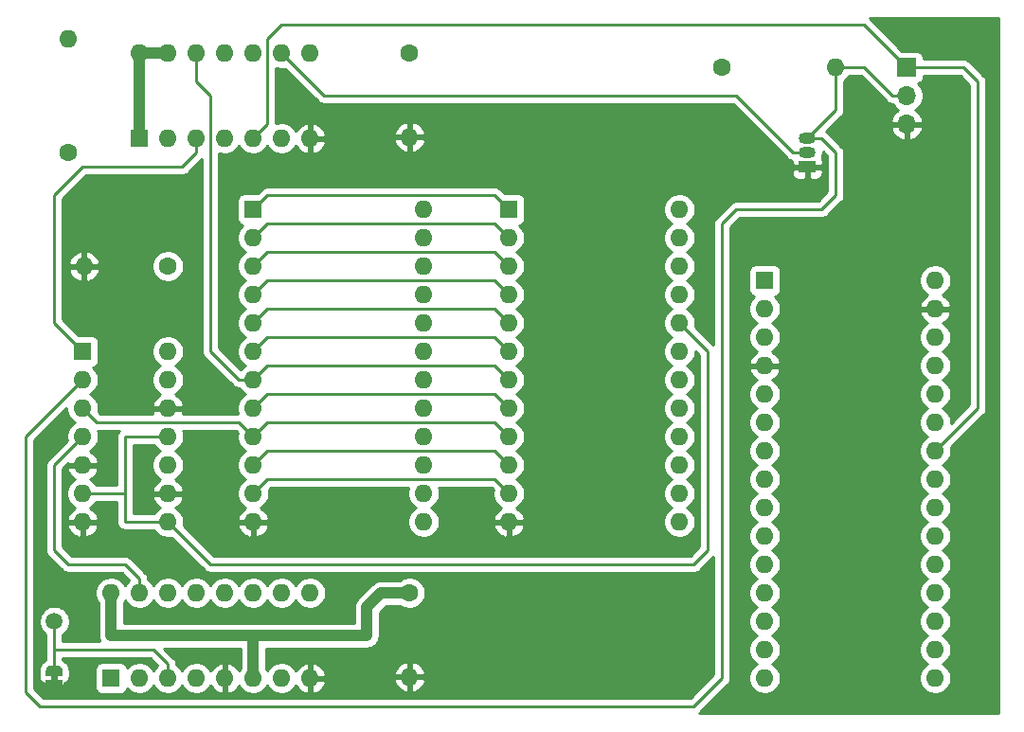
<source format=gbr>
%TF.GenerationSoftware,KiCad,Pcbnew,(5.1.9)-1*%
%TF.CreationDate,2021-04-24T11:27:16-04:00*%
%TF.ProjectId,io_i2c,696f5f69-3263-42e6-9b69-6361645f7063,rev?*%
%TF.SameCoordinates,Original*%
%TF.FileFunction,Copper,L1,Top*%
%TF.FilePolarity,Positive*%
%FSLAX46Y46*%
G04 Gerber Fmt 4.6, Leading zero omitted, Abs format (unit mm)*
G04 Created by KiCad (PCBNEW (5.1.9)-1) date 2021-04-24 11:27:16*
%MOMM*%
%LPD*%
G01*
G04 APERTURE LIST*
%TA.AperFunction,EtchedComponent*%
%ADD10C,0.100000*%
%TD*%
%TA.AperFunction,ComponentPad*%
%ADD11O,1.600000X1.600000*%
%TD*%
%TA.AperFunction,ComponentPad*%
%ADD12R,1.600000X1.600000*%
%TD*%
%TA.AperFunction,ComponentPad*%
%ADD13C,1.500000*%
%TD*%
%TA.AperFunction,SMDPad,CuDef*%
%ADD14C,0.100000*%
%TD*%
%TA.AperFunction,ComponentPad*%
%ADD15C,1.600000*%
%TD*%
%TA.AperFunction,ComponentPad*%
%ADD16O,1.700000X1.700000*%
%TD*%
%TA.AperFunction,ComponentPad*%
%ADD17R,1.700000X1.700000*%
%TD*%
%TA.AperFunction,ComponentPad*%
%ADD18R,1.500000X1.050000*%
%TD*%
%TA.AperFunction,ComponentPad*%
%ADD19O,1.500000X1.050000*%
%TD*%
%TA.AperFunction,Conductor*%
%ADD20C,0.250000*%
%TD*%
%TA.AperFunction,Conductor*%
%ADD21C,1.000000*%
%TD*%
%TA.AperFunction,Conductor*%
%ADD22C,0.254000*%
%TD*%
%TA.AperFunction,Conductor*%
%ADD23C,0.100000*%
%TD*%
G04 APERTURE END LIST*
D10*
%TO.C,JP1*%
G36*
X42210000Y-98040000D02*
G01*
X42210000Y-97540000D01*
X41610000Y-97540000D01*
X41610000Y-98040000D01*
X42210000Y-98040000D01*
G37*
%TD*%
D11*
%TO.P,U4,16*%
%TO.N,+5V*%
X46990000Y-90170000D03*
%TO.P,U4,8*%
%TO.N,GND*%
X64770000Y-97790000D03*
%TO.P,U4,15*%
%TO.N,Net-(U3-Pad4)*%
X49530000Y-90170000D03*
%TO.P,U4,7*%
%TO.N,N/C*%
X62230000Y-97790000D03*
%TO.P,U4,14*%
%TO.N,Net-(U2-Pad11)*%
X52070000Y-90170000D03*
%TO.P,U4,6*%
%TO.N,+5V*%
X59690000Y-97790000D03*
%TO.P,U4,13*%
%TO.N,Net-(U3-Pad10)*%
X54610000Y-90170000D03*
%TO.P,U4,5*%
%TO.N,GND*%
X57150000Y-97790000D03*
%TO.P,U4,12*%
%TO.N,Net-(U3-Pad13)*%
X57150000Y-90170000D03*
%TO.P,U4,4*%
%TO.N,Net-(J1-Pad20)*%
X54610000Y-97790000D03*
%TO.P,U4,11*%
%TO.N,N/C*%
X59690000Y-90170000D03*
%TO.P,U4,3*%
%TO.N,Net-(JP1-Pad1)*%
X52070000Y-97790000D03*
%TO.P,U4,10*%
%TO.N,N/C*%
X62230000Y-90170000D03*
%TO.P,U4,2*%
%TO.N,/A10*%
X49530000Y-97790000D03*
%TO.P,U4,9*%
%TO.N,N/C*%
X64770000Y-90170000D03*
D12*
%TO.P,U4,1*%
%TO.N,/A9*%
X46990000Y-97790000D03*
%TD*%
D13*
%TO.P,TP1,1*%
%TO.N,Net-(JP1-Pad1)*%
X41910000Y-92710000D03*
%TD*%
%TA.AperFunction,SMDPad,CuDef*%
D14*
%TO.P,JP1,1*%
%TO.N,Net-(JP1-Pad1)*%
G36*
X41160000Y-97640000D02*
G01*
X41160000Y-97140000D01*
X41160602Y-97140000D01*
X41160602Y-97115466D01*
X41165412Y-97066635D01*
X41174984Y-97018510D01*
X41189228Y-96971555D01*
X41208005Y-96926222D01*
X41231136Y-96882949D01*
X41258396Y-96842150D01*
X41289524Y-96804221D01*
X41324221Y-96769524D01*
X41362150Y-96738396D01*
X41402949Y-96711136D01*
X41446222Y-96688005D01*
X41491555Y-96669228D01*
X41538510Y-96654984D01*
X41586635Y-96645412D01*
X41635466Y-96640602D01*
X41660000Y-96640602D01*
X41660000Y-96640000D01*
X42160000Y-96640000D01*
X42160000Y-96640602D01*
X42184534Y-96640602D01*
X42233365Y-96645412D01*
X42281490Y-96654984D01*
X42328445Y-96669228D01*
X42373778Y-96688005D01*
X42417051Y-96711136D01*
X42457850Y-96738396D01*
X42495779Y-96769524D01*
X42530476Y-96804221D01*
X42561604Y-96842150D01*
X42588864Y-96882949D01*
X42611995Y-96926222D01*
X42630772Y-96971555D01*
X42645016Y-97018510D01*
X42654588Y-97066635D01*
X42659398Y-97115466D01*
X42659398Y-97140000D01*
X42660000Y-97140000D01*
X42660000Y-97640000D01*
X41160000Y-97640000D01*
G37*
%TD.AperFunction*%
%TA.AperFunction,SMDPad,CuDef*%
%TO.P,JP1,2*%
%TO.N,GND*%
G36*
X42659398Y-98440000D02*
G01*
X42659398Y-98464534D01*
X42654588Y-98513365D01*
X42645016Y-98561490D01*
X42630772Y-98608445D01*
X42611995Y-98653778D01*
X42588864Y-98697051D01*
X42561604Y-98737850D01*
X42530476Y-98775779D01*
X42495779Y-98810476D01*
X42457850Y-98841604D01*
X42417051Y-98868864D01*
X42373778Y-98891995D01*
X42328445Y-98910772D01*
X42281490Y-98925016D01*
X42233365Y-98934588D01*
X42184534Y-98939398D01*
X42160000Y-98939398D01*
X42160000Y-98940000D01*
X41660000Y-98940000D01*
X41660000Y-98939398D01*
X41635466Y-98939398D01*
X41586635Y-98934588D01*
X41538510Y-98925016D01*
X41491555Y-98910772D01*
X41446222Y-98891995D01*
X41402949Y-98868864D01*
X41362150Y-98841604D01*
X41324221Y-98810476D01*
X41289524Y-98775779D01*
X41258396Y-98737850D01*
X41231136Y-98697051D01*
X41208005Y-98653778D01*
X41189228Y-98608445D01*
X41174984Y-98561490D01*
X41165412Y-98513365D01*
X41160602Y-98464534D01*
X41160602Y-98440000D01*
X41160000Y-98440000D01*
X41160000Y-97940000D01*
X42660000Y-97940000D01*
X42660000Y-98440000D01*
X42659398Y-98440000D01*
G37*
%TD.AperFunction*%
%TD*%
D11*
%TO.P,U1,24*%
%TO.N,+5V*%
X97790000Y-55880000D03*
%TO.P,U1,12*%
%TO.N,GND*%
X82550000Y-83820000D03*
%TO.P,U1,23*%
%TO.N,/A8*%
X97790000Y-58420000D03*
%TO.P,U1,11*%
%TO.N,/D2*%
X82550000Y-81280000D03*
%TO.P,U1,22*%
%TO.N,/A9*%
X97790000Y-60960000D03*
%TO.P,U1,10*%
%TO.N,/D1*%
X82550000Y-78740000D03*
%TO.P,U1,21*%
%TO.N,/VPP*%
X97790000Y-63500000D03*
%TO.P,U1,9*%
%TO.N,/D0*%
X82550000Y-76200000D03*
%TO.P,U1,20*%
%TO.N,Net-(R2-Pad2)*%
X97790000Y-66040000D03*
%TO.P,U1,8*%
%TO.N,/A0*%
X82550000Y-73660000D03*
%TO.P,U1,19*%
%TO.N,/A10*%
X97790000Y-68580000D03*
%TO.P,U1,7*%
%TO.N,/A1*%
X82550000Y-71120000D03*
%TO.P,U1,18*%
%TO.N,/~CE*%
X97790000Y-71120000D03*
%TO.P,U1,6*%
%TO.N,/A2*%
X82550000Y-68580000D03*
%TO.P,U1,17*%
%TO.N,/D7*%
X97790000Y-73660000D03*
%TO.P,U1,5*%
%TO.N,/A3*%
X82550000Y-66040000D03*
%TO.P,U1,16*%
%TO.N,/D6*%
X97790000Y-76200000D03*
%TO.P,U1,4*%
%TO.N,/A4*%
X82550000Y-63500000D03*
%TO.P,U1,15*%
%TO.N,/D5*%
X97790000Y-78740000D03*
%TO.P,U1,3*%
%TO.N,/A5*%
X82550000Y-60960000D03*
%TO.P,U1,14*%
%TO.N,/D4*%
X97790000Y-81280000D03*
%TO.P,U1,2*%
%TO.N,/A6*%
X82550000Y-58420000D03*
%TO.P,U1,13*%
%TO.N,/D3*%
X97790000Y-83820000D03*
D12*
%TO.P,U1,1*%
%TO.N,/A7*%
X82550000Y-55880000D03*
%TD*%
D11*
%TO.P,C3,2*%
%TO.N,GND*%
X44570000Y-60960000D03*
D15*
%TO.P,C3,1*%
%TO.N,+5V*%
X52070000Y-60960000D03*
%TD*%
D11*
%TO.P,C2,2*%
%TO.N,GND*%
X73660000Y-97670000D03*
D15*
%TO.P,C2,1*%
%TO.N,+5V*%
X73660000Y-90170000D03*
%TD*%
D11*
%TO.P,C1,2*%
%TO.N,GND*%
X73660000Y-49410000D03*
D15*
%TO.P,C1,1*%
%TO.N,+5V*%
X73660000Y-41910000D03*
%TD*%
D11*
%TO.P,R1,2*%
%TO.N,/SDA*%
X111760000Y-43180000D03*
D15*
%TO.P,R1,1*%
%TO.N,+5V*%
X101600000Y-43180000D03*
%TD*%
D11*
%TO.P,R2,2*%
%TO.N,Net-(R2-Pad2)*%
X43180000Y-40640000D03*
D15*
%TO.P,R2,1*%
%TO.N,+5V*%
X43180000Y-50800000D03*
%TD*%
D16*
%TO.P,J2,3*%
%TO.N,GND*%
X118110000Y-48260000D03*
%TO.P,J2,2*%
%TO.N,/SDA*%
X118110000Y-45720000D03*
D17*
%TO.P,J2,1*%
%TO.N,/SCK*%
X118110000Y-43180000D03*
%TD*%
D18*
%TO.P,Q1,1*%
%TO.N,GND*%
X109220000Y-52070000D03*
D19*
%TO.P,Q1,3*%
%TO.N,/SDA*%
X109220000Y-49530000D03*
%TO.P,Q1,2*%
%TO.N,Net-(Q1-Pad2)*%
X109220000Y-50800000D03*
%TD*%
D11*
%TO.P,U3,14*%
%TO.N,+5V*%
X52070000Y-68580000D03*
%TO.P,U3,7*%
%TO.N,GND*%
X44450000Y-83820000D03*
%TO.P,U3,13*%
%TO.N,Net-(U3-Pad13)*%
X52070000Y-71120000D03*
%TO.P,U3,6*%
%TO.N,Net-(R2-Pad2)*%
X44450000Y-81280000D03*
%TO.P,U3,12*%
%TO.N,GND*%
X52070000Y-73660000D03*
%TO.P,U3,5*%
X44450000Y-78740000D03*
%TO.P,U3,11*%
%TO.N,Net-(R2-Pad2)*%
X52070000Y-76200000D03*
%TO.P,U3,4*%
%TO.N,Net-(U3-Pad4)*%
X44450000Y-76200000D03*
%TO.P,U3,10*%
%TO.N,Net-(U3-Pad10)*%
X52070000Y-78740000D03*
%TO.P,U3,3*%
%TO.N,/D0*%
X44450000Y-73660000D03*
%TO.P,U3,9*%
%TO.N,GND*%
X52070000Y-81280000D03*
%TO.P,U3,2*%
%TO.N,/SDA*%
X44450000Y-71120000D03*
%TO.P,U3,8*%
%TO.N,Net-(R2-Pad2)*%
X52070000Y-83820000D03*
D12*
%TO.P,U3,1*%
%TO.N,Net-(U2-Pad11)*%
X44450000Y-68580000D03*
%TD*%
D11*
%TO.P,U2,14*%
%TO.N,+5V*%
X49530000Y-41910000D03*
%TO.P,U2,7*%
%TO.N,GND*%
X64770000Y-49530000D03*
%TO.P,U2,13*%
%TO.N,+5V*%
X52070000Y-41910000D03*
%TO.P,U2,6*%
%TO.N,N/C*%
X62230000Y-49530000D03*
%TO.P,U2,12*%
%TO.N,/A1*%
X54610000Y-41910000D03*
%TO.P,U2,5*%
%TO.N,/SCK*%
X59690000Y-49530000D03*
%TO.P,U2,11*%
%TO.N,Net-(U2-Pad11)*%
X57150000Y-41910000D03*
%TO.P,U2,4*%
%TO.N,+5V*%
X57150000Y-49530000D03*
%TO.P,U2,10*%
X59690000Y-41910000D03*
%TO.P,U2,3*%
%TO.N,Net-(U2-Pad11)*%
X54610000Y-49530000D03*
%TO.P,U2,9*%
%TO.N,Net-(Q1-Pad2)*%
X62230000Y-41910000D03*
%TO.P,U2,2*%
%TO.N,/A0*%
X52070000Y-49530000D03*
%TO.P,U2,8*%
%TO.N,N/C*%
X64770000Y-41910000D03*
D12*
%TO.P,U2,1*%
%TO.N,+5V*%
X49530000Y-49530000D03*
%TD*%
D11*
%TO.P,J1,24*%
%TO.N,+5V*%
X74930000Y-55880000D03*
%TO.P,J1,12*%
%TO.N,GND*%
X59690000Y-83820000D03*
%TO.P,J1,23*%
%TO.N,/A8*%
X74930000Y-58420000D03*
%TO.P,J1,11*%
%TO.N,/D2*%
X59690000Y-81280000D03*
%TO.P,J1,22*%
%TO.N,/A9*%
X74930000Y-60960000D03*
%TO.P,J1,10*%
%TO.N,/D1*%
X59690000Y-78740000D03*
%TO.P,J1,21*%
%TO.N,/VPP*%
X74930000Y-63500000D03*
%TO.P,J1,9*%
%TO.N,/D0*%
X59690000Y-76200000D03*
%TO.P,J1,20*%
%TO.N,Net-(J1-Pad20)*%
X74930000Y-66040000D03*
%TO.P,J1,8*%
%TO.N,/A0*%
X59690000Y-73660000D03*
%TO.P,J1,19*%
%TO.N,/A10*%
X74930000Y-68580000D03*
%TO.P,J1,7*%
%TO.N,/A1*%
X59690000Y-71120000D03*
%TO.P,J1,18*%
%TO.N,/~CE*%
X74930000Y-71120000D03*
%TO.P,J1,6*%
%TO.N,/A2*%
X59690000Y-68580000D03*
%TO.P,J1,17*%
%TO.N,/D7*%
X74930000Y-73660000D03*
%TO.P,J1,5*%
%TO.N,/A3*%
X59690000Y-66040000D03*
%TO.P,J1,16*%
%TO.N,/D6*%
X74930000Y-76200000D03*
%TO.P,J1,4*%
%TO.N,/A4*%
X59690000Y-63500000D03*
%TO.P,J1,15*%
%TO.N,/D5*%
X74930000Y-78740000D03*
%TO.P,J1,3*%
%TO.N,/A5*%
X59690000Y-60960000D03*
%TO.P,J1,14*%
%TO.N,/D4*%
X74930000Y-81280000D03*
%TO.P,J1,2*%
%TO.N,/A6*%
X59690000Y-58420000D03*
%TO.P,J1,13*%
%TO.N,/D3*%
X74930000Y-83820000D03*
D12*
%TO.P,J1,1*%
%TO.N,/A7*%
X59690000Y-55880000D03*
%TD*%
D11*
%TO.P,A1,16*%
%TO.N,N/C*%
X120650000Y-97790000D03*
%TO.P,A1,15*%
X105410000Y-97790000D03*
%TO.P,A1,30*%
X120650000Y-62230000D03*
%TO.P,A1,14*%
X105410000Y-95250000D03*
%TO.P,A1,29*%
%TO.N,GND*%
X120650000Y-64770000D03*
%TO.P,A1,13*%
%TO.N,N/C*%
X105410000Y-92710000D03*
%TO.P,A1,28*%
X120650000Y-67310000D03*
%TO.P,A1,12*%
X105410000Y-90170000D03*
%TO.P,A1,27*%
X120650000Y-69850000D03*
%TO.P,A1,11*%
X105410000Y-87630000D03*
%TO.P,A1,26*%
X120650000Y-72390000D03*
%TO.P,A1,10*%
X105410000Y-85090000D03*
%TO.P,A1,25*%
X120650000Y-74930000D03*
%TO.P,A1,9*%
X105410000Y-82550000D03*
%TO.P,A1,24*%
%TO.N,/SCK*%
X120650000Y-77470000D03*
%TO.P,A1,8*%
%TO.N,N/C*%
X105410000Y-80010000D03*
%TO.P,A1,23*%
%TO.N,/SDA*%
X120650000Y-80010000D03*
%TO.P,A1,7*%
%TO.N,N/C*%
X105410000Y-77470000D03*
%TO.P,A1,22*%
X120650000Y-82550000D03*
%TO.P,A1,6*%
X105410000Y-74930000D03*
%TO.P,A1,21*%
X120650000Y-85090000D03*
%TO.P,A1,5*%
X105410000Y-72390000D03*
%TO.P,A1,20*%
X120650000Y-87630000D03*
%TO.P,A1,4*%
%TO.N,GND*%
X105410000Y-69850000D03*
%TO.P,A1,19*%
%TO.N,N/C*%
X120650000Y-90170000D03*
%TO.P,A1,3*%
X105410000Y-67310000D03*
%TO.P,A1,18*%
X120650000Y-92710000D03*
%TO.P,A1,2*%
X105410000Y-64770000D03*
%TO.P,A1,17*%
X120650000Y-95250000D03*
D12*
%TO.P,A1,1*%
X105410000Y-62230000D03*
%TD*%
D20*
%TO.N,GND*%
X41910000Y-98440000D02*
X43800000Y-98440000D01*
%TO.N,/SCK*%
X120650000Y-77470000D02*
X124460000Y-73660000D01*
X124460000Y-73660000D02*
X124460000Y-44450000D01*
X124460000Y-44450000D02*
X123190000Y-43180000D01*
X123190000Y-43180000D02*
X118110000Y-43180000D01*
X118110000Y-43180000D02*
X114300000Y-39370000D01*
X114300000Y-39370000D02*
X62230000Y-39370000D01*
X62230000Y-39370000D02*
X60960000Y-40640000D01*
X60960000Y-40640000D02*
X60960000Y-48260000D01*
X60960000Y-48260000D02*
X59690000Y-49530000D01*
%TO.N,/SDA*%
X118110000Y-45720000D02*
X116840000Y-45720000D01*
X114300000Y-43180000D02*
X111760000Y-43180000D01*
X116840000Y-45720000D02*
X114300000Y-43180000D01*
X111760000Y-46990000D02*
X109220000Y-49530000D01*
X111760000Y-43180000D02*
X111760000Y-46990000D01*
X101600000Y-57150000D02*
X102870000Y-55880000D01*
X101600000Y-97790000D02*
X101600000Y-57150000D01*
X99060000Y-100330000D02*
X101600000Y-97790000D01*
X110490000Y-49530000D02*
X109220000Y-49530000D01*
X40640000Y-100330000D02*
X99060000Y-100330000D01*
X110490000Y-55880000D02*
X111760000Y-54610000D01*
X102870000Y-55880000D02*
X110490000Y-55880000D01*
X39370000Y-99060000D02*
X40640000Y-100330000D01*
X111760000Y-50800000D02*
X110490000Y-49530000D01*
X39370000Y-76200000D02*
X39370000Y-99060000D01*
X111760000Y-54610000D02*
X111760000Y-50800000D01*
X44450000Y-71120000D02*
X39370000Y-76200000D01*
D21*
%TO.N,+5V*%
X46990000Y-90170000D02*
X46990000Y-93980000D01*
X46990000Y-93980000D02*
X59690000Y-93980000D01*
X59690000Y-93980000D02*
X59690000Y-97790000D01*
X59690000Y-93980000D02*
X69850000Y-93980000D01*
X69850000Y-93980000D02*
X69850000Y-91440000D01*
X71120000Y-90170000D02*
X73660000Y-90170000D01*
X69850000Y-91440000D02*
X71120000Y-90170000D01*
X49530000Y-49530000D02*
X49530000Y-41910000D01*
X52070000Y-41910000D02*
X49530000Y-41910000D01*
D20*
%TO.N,/D2*%
X82550000Y-81280000D02*
X81280000Y-80010000D01*
X81280000Y-80010000D02*
X60960000Y-80010000D01*
X60960000Y-80010000D02*
X59690000Y-81280000D01*
%TO.N,/D1*%
X81280000Y-77470000D02*
X82550000Y-78740000D01*
X60960000Y-77470000D02*
X81280000Y-77470000D01*
X59690000Y-78740000D02*
X60960000Y-77470000D01*
%TO.N,/D0*%
X59690000Y-76200000D02*
X60960000Y-74930000D01*
X60960000Y-74930000D02*
X81280000Y-74930000D01*
X81280000Y-74930000D02*
X82550000Y-76200000D01*
X44450000Y-73660000D02*
X45720000Y-74930000D01*
X45720000Y-74930000D02*
X58420000Y-74930000D01*
X58420000Y-74930000D02*
X59690000Y-76200000D01*
%TO.N,/A0*%
X59690000Y-73660000D02*
X60960000Y-72390000D01*
X60960000Y-72390000D02*
X81280000Y-72390000D01*
X81280000Y-72390000D02*
X82550000Y-73660000D01*
%TO.N,/A1*%
X59690000Y-71120000D02*
X60960000Y-69850000D01*
X60960000Y-69850000D02*
X81280000Y-69850000D01*
X81280000Y-69850000D02*
X82550000Y-71120000D01*
X59690000Y-71120000D02*
X58420000Y-71120000D01*
X58420000Y-71120000D02*
X55880000Y-68580000D01*
X55880000Y-68580000D02*
X55880000Y-45720000D01*
X55880000Y-45720000D02*
X54610000Y-44450000D01*
X54610000Y-44450000D02*
X54610000Y-41910000D01*
%TO.N,/A2*%
X81280000Y-67310000D02*
X82550000Y-68580000D01*
X60960000Y-67310000D02*
X81280000Y-67310000D01*
X59690000Y-68580000D02*
X60960000Y-67310000D01*
%TO.N,/A3*%
X59690000Y-66040000D02*
X60960000Y-64770000D01*
X60960000Y-64770000D02*
X81280000Y-64770000D01*
X81280000Y-64770000D02*
X82550000Y-66040000D01*
%TO.N,/A4*%
X59690000Y-63500000D02*
X60960000Y-62230000D01*
X60960000Y-62230000D02*
X81280000Y-62230000D01*
X81280000Y-62230000D02*
X82550000Y-63500000D01*
%TO.N,/A5*%
X59690000Y-60960000D02*
X60960000Y-59690000D01*
X60960000Y-59690000D02*
X81280000Y-59690000D01*
X81280000Y-59690000D02*
X82550000Y-60960000D01*
%TO.N,/A6*%
X59690000Y-58420000D02*
X60960000Y-57150000D01*
X60960000Y-57150000D02*
X81280000Y-57150000D01*
X81280000Y-57150000D02*
X82550000Y-58420000D01*
%TO.N,/A7*%
X59690000Y-55880000D02*
X60960000Y-54610000D01*
X60960000Y-54610000D02*
X81280000Y-54610000D01*
X81280000Y-54610000D02*
X82550000Y-55880000D01*
%TO.N,Net-(Q1-Pad2)*%
X109220000Y-50800000D02*
X107950000Y-50800000D01*
X107950000Y-50800000D02*
X102870000Y-45720000D01*
X66040000Y-45720000D02*
X62230000Y-41910000D01*
X102870000Y-45720000D02*
X66040000Y-45720000D01*
%TO.N,Net-(U2-Pad11)*%
X44450000Y-68580000D02*
X41910000Y-66040000D01*
X41910000Y-66040000D02*
X41910000Y-54610000D01*
X41910000Y-54610000D02*
X44450000Y-52070000D01*
X44450000Y-52070000D02*
X53340000Y-52070000D01*
X53340000Y-52070000D02*
X54610000Y-50800000D01*
X54610000Y-50800000D02*
X54610000Y-49530000D01*
%TO.N,Net-(U3-Pad4)*%
X49530000Y-90170000D02*
X49530000Y-88900000D01*
X49530000Y-88900000D02*
X48260000Y-87630000D01*
X48260000Y-87630000D02*
X43180000Y-87630000D01*
X43180000Y-87630000D02*
X41910000Y-86360000D01*
X41910000Y-78740000D02*
X44450000Y-76200000D01*
X41910000Y-86360000D02*
X41910000Y-78740000D01*
%TO.N,Net-(R2-Pad2)*%
X100330000Y-68580000D02*
X97790000Y-66040000D01*
X100330000Y-86360000D02*
X100330000Y-68580000D01*
X55880000Y-87630000D02*
X99060000Y-87630000D01*
X99060000Y-87630000D02*
X100330000Y-86360000D01*
X52070000Y-83820000D02*
X55880000Y-87630000D01*
X46990000Y-81280000D02*
X44450000Y-81280000D01*
X48260000Y-81280000D02*
X46990000Y-81280000D01*
X48260000Y-83820000D02*
X48260000Y-81280000D01*
X52070000Y-83820000D02*
X48260000Y-83820000D01*
X48260000Y-81280000D02*
X48260000Y-76200000D01*
X48260000Y-76200000D02*
X52070000Y-76200000D01*
%TO.N,Net-(JP1-Pad1)*%
X52070000Y-97790000D02*
X52070000Y-96520000D01*
X52070000Y-96520000D02*
X50800000Y-95250000D01*
X50800000Y-95250000D02*
X41910000Y-95250000D01*
X41910000Y-95250000D02*
X41910000Y-97140000D01*
X41910000Y-95250000D02*
X41910000Y-92710000D01*
%TD*%
D22*
%TO.N,GND*%
X126315001Y-100915000D02*
X99545170Y-100915000D01*
X99600001Y-100870001D01*
X99623804Y-100840997D01*
X102111009Y-98353794D01*
X102140001Y-98330001D01*
X102163795Y-98301008D01*
X102163799Y-98301004D01*
X102222478Y-98229502D01*
X102234974Y-98214276D01*
X102305546Y-98082247D01*
X102349003Y-97938986D01*
X102360000Y-97827333D01*
X102360000Y-97827324D01*
X102363676Y-97790001D01*
X102360000Y-97752678D01*
X102360000Y-72248665D01*
X103975000Y-72248665D01*
X103975000Y-72531335D01*
X104030147Y-72808574D01*
X104138320Y-73069727D01*
X104295363Y-73304759D01*
X104495241Y-73504637D01*
X104727759Y-73660000D01*
X104495241Y-73815363D01*
X104295363Y-74015241D01*
X104138320Y-74250273D01*
X104030147Y-74511426D01*
X103975000Y-74788665D01*
X103975000Y-75071335D01*
X104030147Y-75348574D01*
X104138320Y-75609727D01*
X104295363Y-75844759D01*
X104495241Y-76044637D01*
X104727759Y-76200000D01*
X104495241Y-76355363D01*
X104295363Y-76555241D01*
X104138320Y-76790273D01*
X104030147Y-77051426D01*
X103975000Y-77328665D01*
X103975000Y-77611335D01*
X104030147Y-77888574D01*
X104138320Y-78149727D01*
X104295363Y-78384759D01*
X104495241Y-78584637D01*
X104727759Y-78740000D01*
X104495241Y-78895363D01*
X104295363Y-79095241D01*
X104138320Y-79330273D01*
X104030147Y-79591426D01*
X103975000Y-79868665D01*
X103975000Y-80151335D01*
X104030147Y-80428574D01*
X104138320Y-80689727D01*
X104295363Y-80924759D01*
X104495241Y-81124637D01*
X104727759Y-81280000D01*
X104495241Y-81435363D01*
X104295363Y-81635241D01*
X104138320Y-81870273D01*
X104030147Y-82131426D01*
X103975000Y-82408665D01*
X103975000Y-82691335D01*
X104030147Y-82968574D01*
X104138320Y-83229727D01*
X104295363Y-83464759D01*
X104495241Y-83664637D01*
X104727759Y-83820000D01*
X104495241Y-83975363D01*
X104295363Y-84175241D01*
X104138320Y-84410273D01*
X104030147Y-84671426D01*
X103975000Y-84948665D01*
X103975000Y-85231335D01*
X104030147Y-85508574D01*
X104138320Y-85769727D01*
X104295363Y-86004759D01*
X104495241Y-86204637D01*
X104727759Y-86360000D01*
X104495241Y-86515363D01*
X104295363Y-86715241D01*
X104138320Y-86950273D01*
X104030147Y-87211426D01*
X103975000Y-87488665D01*
X103975000Y-87771335D01*
X104030147Y-88048574D01*
X104138320Y-88309727D01*
X104295363Y-88544759D01*
X104495241Y-88744637D01*
X104727759Y-88900000D01*
X104495241Y-89055363D01*
X104295363Y-89255241D01*
X104138320Y-89490273D01*
X104030147Y-89751426D01*
X103975000Y-90028665D01*
X103975000Y-90311335D01*
X104030147Y-90588574D01*
X104138320Y-90849727D01*
X104295363Y-91084759D01*
X104495241Y-91284637D01*
X104727759Y-91440000D01*
X104495241Y-91595363D01*
X104295363Y-91795241D01*
X104138320Y-92030273D01*
X104030147Y-92291426D01*
X103975000Y-92568665D01*
X103975000Y-92851335D01*
X104030147Y-93128574D01*
X104138320Y-93389727D01*
X104295363Y-93624759D01*
X104495241Y-93824637D01*
X104727759Y-93980000D01*
X104495241Y-94135363D01*
X104295363Y-94335241D01*
X104138320Y-94570273D01*
X104030147Y-94831426D01*
X103975000Y-95108665D01*
X103975000Y-95391335D01*
X104030147Y-95668574D01*
X104138320Y-95929727D01*
X104295363Y-96164759D01*
X104495241Y-96364637D01*
X104727759Y-96520000D01*
X104495241Y-96675363D01*
X104295363Y-96875241D01*
X104138320Y-97110273D01*
X104030147Y-97371426D01*
X103975000Y-97648665D01*
X103975000Y-97931335D01*
X104030147Y-98208574D01*
X104138320Y-98469727D01*
X104295363Y-98704759D01*
X104495241Y-98904637D01*
X104730273Y-99061680D01*
X104991426Y-99169853D01*
X105268665Y-99225000D01*
X105551335Y-99225000D01*
X105828574Y-99169853D01*
X106089727Y-99061680D01*
X106324759Y-98904637D01*
X106524637Y-98704759D01*
X106681680Y-98469727D01*
X106789853Y-98208574D01*
X106845000Y-97931335D01*
X106845000Y-97648665D01*
X106789853Y-97371426D01*
X106681680Y-97110273D01*
X106524637Y-96875241D01*
X106324759Y-96675363D01*
X106092241Y-96520000D01*
X106324759Y-96364637D01*
X106524637Y-96164759D01*
X106681680Y-95929727D01*
X106789853Y-95668574D01*
X106845000Y-95391335D01*
X106845000Y-95108665D01*
X106789853Y-94831426D01*
X106681680Y-94570273D01*
X106524637Y-94335241D01*
X106324759Y-94135363D01*
X106092241Y-93980000D01*
X106324759Y-93824637D01*
X106524637Y-93624759D01*
X106681680Y-93389727D01*
X106789853Y-93128574D01*
X106845000Y-92851335D01*
X106845000Y-92568665D01*
X106789853Y-92291426D01*
X106681680Y-92030273D01*
X106524637Y-91795241D01*
X106324759Y-91595363D01*
X106092241Y-91440000D01*
X106324759Y-91284637D01*
X106524637Y-91084759D01*
X106681680Y-90849727D01*
X106789853Y-90588574D01*
X106845000Y-90311335D01*
X106845000Y-90028665D01*
X106789853Y-89751426D01*
X106681680Y-89490273D01*
X106524637Y-89255241D01*
X106324759Y-89055363D01*
X106092241Y-88900000D01*
X106324759Y-88744637D01*
X106524637Y-88544759D01*
X106681680Y-88309727D01*
X106789853Y-88048574D01*
X106845000Y-87771335D01*
X106845000Y-87488665D01*
X106789853Y-87211426D01*
X106681680Y-86950273D01*
X106524637Y-86715241D01*
X106324759Y-86515363D01*
X106092241Y-86360000D01*
X106324759Y-86204637D01*
X106524637Y-86004759D01*
X106681680Y-85769727D01*
X106789853Y-85508574D01*
X106845000Y-85231335D01*
X106845000Y-84948665D01*
X106789853Y-84671426D01*
X106681680Y-84410273D01*
X106524637Y-84175241D01*
X106324759Y-83975363D01*
X106092241Y-83820000D01*
X106324759Y-83664637D01*
X106524637Y-83464759D01*
X106681680Y-83229727D01*
X106789853Y-82968574D01*
X106845000Y-82691335D01*
X106845000Y-82408665D01*
X106789853Y-82131426D01*
X106681680Y-81870273D01*
X106524637Y-81635241D01*
X106324759Y-81435363D01*
X106092241Y-81280000D01*
X106324759Y-81124637D01*
X106524637Y-80924759D01*
X106681680Y-80689727D01*
X106789853Y-80428574D01*
X106845000Y-80151335D01*
X106845000Y-79868665D01*
X106789853Y-79591426D01*
X106681680Y-79330273D01*
X106524637Y-79095241D01*
X106324759Y-78895363D01*
X106092241Y-78740000D01*
X106324759Y-78584637D01*
X106524637Y-78384759D01*
X106681680Y-78149727D01*
X106789853Y-77888574D01*
X106845000Y-77611335D01*
X106845000Y-77328665D01*
X106789853Y-77051426D01*
X106681680Y-76790273D01*
X106524637Y-76555241D01*
X106324759Y-76355363D01*
X106092241Y-76200000D01*
X106324759Y-76044637D01*
X106524637Y-75844759D01*
X106681680Y-75609727D01*
X106789853Y-75348574D01*
X106845000Y-75071335D01*
X106845000Y-74788665D01*
X106789853Y-74511426D01*
X106681680Y-74250273D01*
X106524637Y-74015241D01*
X106324759Y-73815363D01*
X106092241Y-73660000D01*
X106324759Y-73504637D01*
X106524637Y-73304759D01*
X106681680Y-73069727D01*
X106789853Y-72808574D01*
X106845000Y-72531335D01*
X106845000Y-72248665D01*
X106789853Y-71971426D01*
X106681680Y-71710273D01*
X106524637Y-71475241D01*
X106324759Y-71275363D01*
X106089727Y-71118320D01*
X106079135Y-71113933D01*
X106265131Y-71002385D01*
X106473519Y-70813414D01*
X106641037Y-70587420D01*
X106761246Y-70333087D01*
X106801904Y-70199039D01*
X106679915Y-69977000D01*
X105537000Y-69977000D01*
X105537000Y-69997000D01*
X105283000Y-69997000D01*
X105283000Y-69977000D01*
X104140085Y-69977000D01*
X104018096Y-70199039D01*
X104058754Y-70333087D01*
X104178963Y-70587420D01*
X104346481Y-70813414D01*
X104554869Y-71002385D01*
X104740865Y-71113933D01*
X104730273Y-71118320D01*
X104495241Y-71275363D01*
X104295363Y-71475241D01*
X104138320Y-71710273D01*
X104030147Y-71971426D01*
X103975000Y-72248665D01*
X102360000Y-72248665D01*
X102360000Y-61430000D01*
X103971928Y-61430000D01*
X103971928Y-63030000D01*
X103984188Y-63154482D01*
X104020498Y-63274180D01*
X104079463Y-63384494D01*
X104158815Y-63481185D01*
X104255506Y-63560537D01*
X104365820Y-63619502D01*
X104485518Y-63655812D01*
X104493961Y-63656643D01*
X104295363Y-63855241D01*
X104138320Y-64090273D01*
X104030147Y-64351426D01*
X103975000Y-64628665D01*
X103975000Y-64911335D01*
X104030147Y-65188574D01*
X104138320Y-65449727D01*
X104295363Y-65684759D01*
X104495241Y-65884637D01*
X104727759Y-66040000D01*
X104495241Y-66195363D01*
X104295363Y-66395241D01*
X104138320Y-66630273D01*
X104030147Y-66891426D01*
X103975000Y-67168665D01*
X103975000Y-67451335D01*
X104030147Y-67728574D01*
X104138320Y-67989727D01*
X104295363Y-68224759D01*
X104495241Y-68424637D01*
X104730273Y-68581680D01*
X104740865Y-68586067D01*
X104554869Y-68697615D01*
X104346481Y-68886586D01*
X104178963Y-69112580D01*
X104058754Y-69366913D01*
X104018096Y-69500961D01*
X104140085Y-69723000D01*
X105283000Y-69723000D01*
X105283000Y-69703000D01*
X105537000Y-69703000D01*
X105537000Y-69723000D01*
X106679915Y-69723000D01*
X106801904Y-69500961D01*
X106761246Y-69366913D01*
X106641037Y-69112580D01*
X106473519Y-68886586D01*
X106265131Y-68697615D01*
X106079135Y-68586067D01*
X106089727Y-68581680D01*
X106324759Y-68424637D01*
X106524637Y-68224759D01*
X106681680Y-67989727D01*
X106789853Y-67728574D01*
X106845000Y-67451335D01*
X106845000Y-67168665D01*
X106789853Y-66891426D01*
X106681680Y-66630273D01*
X106524637Y-66395241D01*
X106324759Y-66195363D01*
X106092241Y-66040000D01*
X106324759Y-65884637D01*
X106524637Y-65684759D01*
X106681680Y-65449727D01*
X106789853Y-65188574D01*
X106845000Y-64911335D01*
X106845000Y-64628665D01*
X106789853Y-64351426D01*
X106681680Y-64090273D01*
X106524637Y-63855241D01*
X106326039Y-63656643D01*
X106334482Y-63655812D01*
X106454180Y-63619502D01*
X106564494Y-63560537D01*
X106661185Y-63481185D01*
X106740537Y-63384494D01*
X106799502Y-63274180D01*
X106835812Y-63154482D01*
X106848072Y-63030000D01*
X106848072Y-62088665D01*
X119215000Y-62088665D01*
X119215000Y-62371335D01*
X119270147Y-62648574D01*
X119378320Y-62909727D01*
X119535363Y-63144759D01*
X119735241Y-63344637D01*
X119970273Y-63501680D01*
X119980865Y-63506067D01*
X119794869Y-63617615D01*
X119586481Y-63806586D01*
X119418963Y-64032580D01*
X119298754Y-64286913D01*
X119258096Y-64420961D01*
X119380085Y-64643000D01*
X120523000Y-64643000D01*
X120523000Y-64623000D01*
X120777000Y-64623000D01*
X120777000Y-64643000D01*
X121919915Y-64643000D01*
X122041904Y-64420961D01*
X122001246Y-64286913D01*
X121881037Y-64032580D01*
X121713519Y-63806586D01*
X121505131Y-63617615D01*
X121319135Y-63506067D01*
X121329727Y-63501680D01*
X121564759Y-63344637D01*
X121764637Y-63144759D01*
X121921680Y-62909727D01*
X122029853Y-62648574D01*
X122085000Y-62371335D01*
X122085000Y-62088665D01*
X122029853Y-61811426D01*
X121921680Y-61550273D01*
X121764637Y-61315241D01*
X121564759Y-61115363D01*
X121329727Y-60958320D01*
X121068574Y-60850147D01*
X120791335Y-60795000D01*
X120508665Y-60795000D01*
X120231426Y-60850147D01*
X119970273Y-60958320D01*
X119735241Y-61115363D01*
X119535363Y-61315241D01*
X119378320Y-61550273D01*
X119270147Y-61811426D01*
X119215000Y-62088665D01*
X106848072Y-62088665D01*
X106848072Y-61430000D01*
X106835812Y-61305518D01*
X106799502Y-61185820D01*
X106740537Y-61075506D01*
X106661185Y-60978815D01*
X106564494Y-60899463D01*
X106454180Y-60840498D01*
X106334482Y-60804188D01*
X106210000Y-60791928D01*
X104610000Y-60791928D01*
X104485518Y-60804188D01*
X104365820Y-60840498D01*
X104255506Y-60899463D01*
X104158815Y-60978815D01*
X104079463Y-61075506D01*
X104020498Y-61185820D01*
X103984188Y-61305518D01*
X103971928Y-61430000D01*
X102360000Y-61430000D01*
X102360000Y-57464801D01*
X103184802Y-56640000D01*
X110452678Y-56640000D01*
X110490000Y-56643676D01*
X110527322Y-56640000D01*
X110527333Y-56640000D01*
X110638986Y-56629003D01*
X110782247Y-56585546D01*
X110914276Y-56514974D01*
X111030001Y-56420001D01*
X111053804Y-56390997D01*
X112271004Y-55173798D01*
X112300001Y-55150001D01*
X112394974Y-55034276D01*
X112465546Y-54902247D01*
X112509003Y-54758986D01*
X112520000Y-54647333D01*
X112520000Y-54647324D01*
X112523676Y-54610001D01*
X112520000Y-54572678D01*
X112520000Y-50837322D01*
X112523676Y-50799999D01*
X112520000Y-50762676D01*
X112520000Y-50762667D01*
X112509003Y-50651014D01*
X112465546Y-50507753D01*
X112394974Y-50375724D01*
X112300001Y-50259999D01*
X112271003Y-50236201D01*
X111053804Y-49019003D01*
X111030001Y-48989999D01*
X110922789Y-48902013D01*
X111207912Y-48616890D01*
X116668524Y-48616890D01*
X116713175Y-48764099D01*
X116838359Y-49026920D01*
X117012412Y-49260269D01*
X117228645Y-49455178D01*
X117478748Y-49604157D01*
X117753109Y-49701481D01*
X117983000Y-49580814D01*
X117983000Y-48387000D01*
X118237000Y-48387000D01*
X118237000Y-49580814D01*
X118466891Y-49701481D01*
X118741252Y-49604157D01*
X118991355Y-49455178D01*
X119207588Y-49260269D01*
X119381641Y-49026920D01*
X119506825Y-48764099D01*
X119551476Y-48616890D01*
X119430155Y-48387000D01*
X118237000Y-48387000D01*
X117983000Y-48387000D01*
X116789845Y-48387000D01*
X116668524Y-48616890D01*
X111207912Y-48616890D01*
X112271008Y-47553795D01*
X112300001Y-47530001D01*
X112323795Y-47501008D01*
X112323799Y-47501004D01*
X112394973Y-47414277D01*
X112394974Y-47414276D01*
X112465546Y-47282247D01*
X112509003Y-47138986D01*
X112520000Y-47027333D01*
X112520000Y-47027324D01*
X112523676Y-46990001D01*
X112520000Y-46952678D01*
X112520000Y-44398043D01*
X112674759Y-44294637D01*
X112874637Y-44094759D01*
X112978043Y-43940000D01*
X113985199Y-43940000D01*
X116276205Y-46231008D01*
X116299999Y-46260001D01*
X116328992Y-46283795D01*
X116328996Y-46283799D01*
X116399685Y-46341811D01*
X116415724Y-46354974D01*
X116547753Y-46425546D01*
X116691014Y-46469003D01*
X116802667Y-46480000D01*
X116802676Y-46480000D01*
X116833875Y-46483073D01*
X116956525Y-46666632D01*
X117163368Y-46873475D01*
X117345534Y-46995195D01*
X117228645Y-47064822D01*
X117012412Y-47259731D01*
X116838359Y-47493080D01*
X116713175Y-47755901D01*
X116668524Y-47903110D01*
X116789845Y-48133000D01*
X117983000Y-48133000D01*
X117983000Y-48113000D01*
X118237000Y-48113000D01*
X118237000Y-48133000D01*
X119430155Y-48133000D01*
X119551476Y-47903110D01*
X119506825Y-47755901D01*
X119381641Y-47493080D01*
X119207588Y-47259731D01*
X118991355Y-47064822D01*
X118874466Y-46995195D01*
X119056632Y-46873475D01*
X119263475Y-46666632D01*
X119425990Y-46423411D01*
X119537932Y-46153158D01*
X119595000Y-45866260D01*
X119595000Y-45573740D01*
X119537932Y-45286842D01*
X119425990Y-45016589D01*
X119263475Y-44773368D01*
X119131620Y-44641513D01*
X119204180Y-44619502D01*
X119314494Y-44560537D01*
X119411185Y-44481185D01*
X119490537Y-44384494D01*
X119549502Y-44274180D01*
X119585812Y-44154482D01*
X119598072Y-44030000D01*
X119598072Y-43940000D01*
X122875199Y-43940000D01*
X123700001Y-44764803D01*
X123700000Y-73345198D01*
X122085000Y-74960198D01*
X122085000Y-74788665D01*
X122029853Y-74511426D01*
X121921680Y-74250273D01*
X121764637Y-74015241D01*
X121564759Y-73815363D01*
X121332241Y-73660000D01*
X121564759Y-73504637D01*
X121764637Y-73304759D01*
X121921680Y-73069727D01*
X122029853Y-72808574D01*
X122085000Y-72531335D01*
X122085000Y-72248665D01*
X122029853Y-71971426D01*
X121921680Y-71710273D01*
X121764637Y-71475241D01*
X121564759Y-71275363D01*
X121332241Y-71120000D01*
X121564759Y-70964637D01*
X121764637Y-70764759D01*
X121921680Y-70529727D01*
X122029853Y-70268574D01*
X122085000Y-69991335D01*
X122085000Y-69708665D01*
X122029853Y-69431426D01*
X121921680Y-69170273D01*
X121764637Y-68935241D01*
X121564759Y-68735363D01*
X121332241Y-68580000D01*
X121564759Y-68424637D01*
X121764637Y-68224759D01*
X121921680Y-67989727D01*
X122029853Y-67728574D01*
X122085000Y-67451335D01*
X122085000Y-67168665D01*
X122029853Y-66891426D01*
X121921680Y-66630273D01*
X121764637Y-66395241D01*
X121564759Y-66195363D01*
X121329727Y-66038320D01*
X121319135Y-66033933D01*
X121505131Y-65922385D01*
X121713519Y-65733414D01*
X121881037Y-65507420D01*
X122001246Y-65253087D01*
X122041904Y-65119039D01*
X121919915Y-64897000D01*
X120777000Y-64897000D01*
X120777000Y-64917000D01*
X120523000Y-64917000D01*
X120523000Y-64897000D01*
X119380085Y-64897000D01*
X119258096Y-65119039D01*
X119298754Y-65253087D01*
X119418963Y-65507420D01*
X119586481Y-65733414D01*
X119794869Y-65922385D01*
X119980865Y-66033933D01*
X119970273Y-66038320D01*
X119735241Y-66195363D01*
X119535363Y-66395241D01*
X119378320Y-66630273D01*
X119270147Y-66891426D01*
X119215000Y-67168665D01*
X119215000Y-67451335D01*
X119270147Y-67728574D01*
X119378320Y-67989727D01*
X119535363Y-68224759D01*
X119735241Y-68424637D01*
X119967759Y-68580000D01*
X119735241Y-68735363D01*
X119535363Y-68935241D01*
X119378320Y-69170273D01*
X119270147Y-69431426D01*
X119215000Y-69708665D01*
X119215000Y-69991335D01*
X119270147Y-70268574D01*
X119378320Y-70529727D01*
X119535363Y-70764759D01*
X119735241Y-70964637D01*
X119967759Y-71120000D01*
X119735241Y-71275363D01*
X119535363Y-71475241D01*
X119378320Y-71710273D01*
X119270147Y-71971426D01*
X119215000Y-72248665D01*
X119215000Y-72531335D01*
X119270147Y-72808574D01*
X119378320Y-73069727D01*
X119535363Y-73304759D01*
X119735241Y-73504637D01*
X119967759Y-73660000D01*
X119735241Y-73815363D01*
X119535363Y-74015241D01*
X119378320Y-74250273D01*
X119270147Y-74511426D01*
X119215000Y-74788665D01*
X119215000Y-75071335D01*
X119270147Y-75348574D01*
X119378320Y-75609727D01*
X119535363Y-75844759D01*
X119735241Y-76044637D01*
X119967759Y-76200000D01*
X119735241Y-76355363D01*
X119535363Y-76555241D01*
X119378320Y-76790273D01*
X119270147Y-77051426D01*
X119215000Y-77328665D01*
X119215000Y-77611335D01*
X119270147Y-77888574D01*
X119378320Y-78149727D01*
X119535363Y-78384759D01*
X119735241Y-78584637D01*
X119967759Y-78740000D01*
X119735241Y-78895363D01*
X119535363Y-79095241D01*
X119378320Y-79330273D01*
X119270147Y-79591426D01*
X119215000Y-79868665D01*
X119215000Y-80151335D01*
X119270147Y-80428574D01*
X119378320Y-80689727D01*
X119535363Y-80924759D01*
X119735241Y-81124637D01*
X119967759Y-81280000D01*
X119735241Y-81435363D01*
X119535363Y-81635241D01*
X119378320Y-81870273D01*
X119270147Y-82131426D01*
X119215000Y-82408665D01*
X119215000Y-82691335D01*
X119270147Y-82968574D01*
X119378320Y-83229727D01*
X119535363Y-83464759D01*
X119735241Y-83664637D01*
X119967759Y-83820000D01*
X119735241Y-83975363D01*
X119535363Y-84175241D01*
X119378320Y-84410273D01*
X119270147Y-84671426D01*
X119215000Y-84948665D01*
X119215000Y-85231335D01*
X119270147Y-85508574D01*
X119378320Y-85769727D01*
X119535363Y-86004759D01*
X119735241Y-86204637D01*
X119967759Y-86360000D01*
X119735241Y-86515363D01*
X119535363Y-86715241D01*
X119378320Y-86950273D01*
X119270147Y-87211426D01*
X119215000Y-87488665D01*
X119215000Y-87771335D01*
X119270147Y-88048574D01*
X119378320Y-88309727D01*
X119535363Y-88544759D01*
X119735241Y-88744637D01*
X119967759Y-88900000D01*
X119735241Y-89055363D01*
X119535363Y-89255241D01*
X119378320Y-89490273D01*
X119270147Y-89751426D01*
X119215000Y-90028665D01*
X119215000Y-90311335D01*
X119270147Y-90588574D01*
X119378320Y-90849727D01*
X119535363Y-91084759D01*
X119735241Y-91284637D01*
X119967759Y-91440000D01*
X119735241Y-91595363D01*
X119535363Y-91795241D01*
X119378320Y-92030273D01*
X119270147Y-92291426D01*
X119215000Y-92568665D01*
X119215000Y-92851335D01*
X119270147Y-93128574D01*
X119378320Y-93389727D01*
X119535363Y-93624759D01*
X119735241Y-93824637D01*
X119967759Y-93980000D01*
X119735241Y-94135363D01*
X119535363Y-94335241D01*
X119378320Y-94570273D01*
X119270147Y-94831426D01*
X119215000Y-95108665D01*
X119215000Y-95391335D01*
X119270147Y-95668574D01*
X119378320Y-95929727D01*
X119535363Y-96164759D01*
X119735241Y-96364637D01*
X119967759Y-96520000D01*
X119735241Y-96675363D01*
X119535363Y-96875241D01*
X119378320Y-97110273D01*
X119270147Y-97371426D01*
X119215000Y-97648665D01*
X119215000Y-97931335D01*
X119270147Y-98208574D01*
X119378320Y-98469727D01*
X119535363Y-98704759D01*
X119735241Y-98904637D01*
X119970273Y-99061680D01*
X120231426Y-99169853D01*
X120508665Y-99225000D01*
X120791335Y-99225000D01*
X121068574Y-99169853D01*
X121329727Y-99061680D01*
X121564759Y-98904637D01*
X121764637Y-98704759D01*
X121921680Y-98469727D01*
X122029853Y-98208574D01*
X122085000Y-97931335D01*
X122085000Y-97648665D01*
X122029853Y-97371426D01*
X121921680Y-97110273D01*
X121764637Y-96875241D01*
X121564759Y-96675363D01*
X121332241Y-96520000D01*
X121564759Y-96364637D01*
X121764637Y-96164759D01*
X121921680Y-95929727D01*
X122029853Y-95668574D01*
X122085000Y-95391335D01*
X122085000Y-95108665D01*
X122029853Y-94831426D01*
X121921680Y-94570273D01*
X121764637Y-94335241D01*
X121564759Y-94135363D01*
X121332241Y-93980000D01*
X121564759Y-93824637D01*
X121764637Y-93624759D01*
X121921680Y-93389727D01*
X122029853Y-93128574D01*
X122085000Y-92851335D01*
X122085000Y-92568665D01*
X122029853Y-92291426D01*
X121921680Y-92030273D01*
X121764637Y-91795241D01*
X121564759Y-91595363D01*
X121332241Y-91440000D01*
X121564759Y-91284637D01*
X121764637Y-91084759D01*
X121921680Y-90849727D01*
X122029853Y-90588574D01*
X122085000Y-90311335D01*
X122085000Y-90028665D01*
X122029853Y-89751426D01*
X121921680Y-89490273D01*
X121764637Y-89255241D01*
X121564759Y-89055363D01*
X121332241Y-88900000D01*
X121564759Y-88744637D01*
X121764637Y-88544759D01*
X121921680Y-88309727D01*
X122029853Y-88048574D01*
X122085000Y-87771335D01*
X122085000Y-87488665D01*
X122029853Y-87211426D01*
X121921680Y-86950273D01*
X121764637Y-86715241D01*
X121564759Y-86515363D01*
X121332241Y-86360000D01*
X121564759Y-86204637D01*
X121764637Y-86004759D01*
X121921680Y-85769727D01*
X122029853Y-85508574D01*
X122085000Y-85231335D01*
X122085000Y-84948665D01*
X122029853Y-84671426D01*
X121921680Y-84410273D01*
X121764637Y-84175241D01*
X121564759Y-83975363D01*
X121332241Y-83820000D01*
X121564759Y-83664637D01*
X121764637Y-83464759D01*
X121921680Y-83229727D01*
X122029853Y-82968574D01*
X122085000Y-82691335D01*
X122085000Y-82408665D01*
X122029853Y-82131426D01*
X121921680Y-81870273D01*
X121764637Y-81635241D01*
X121564759Y-81435363D01*
X121332241Y-81280000D01*
X121564759Y-81124637D01*
X121764637Y-80924759D01*
X121921680Y-80689727D01*
X122029853Y-80428574D01*
X122085000Y-80151335D01*
X122085000Y-79868665D01*
X122029853Y-79591426D01*
X121921680Y-79330273D01*
X121764637Y-79095241D01*
X121564759Y-78895363D01*
X121332241Y-78740000D01*
X121564759Y-78584637D01*
X121764637Y-78384759D01*
X121921680Y-78149727D01*
X122029853Y-77888574D01*
X122085000Y-77611335D01*
X122085000Y-77328665D01*
X122048688Y-77146113D01*
X124971004Y-74223798D01*
X125000001Y-74200001D01*
X125094974Y-74084276D01*
X125165546Y-73952247D01*
X125209003Y-73808986D01*
X125220000Y-73697333D01*
X125220000Y-73697325D01*
X125223676Y-73660000D01*
X125220000Y-73622675D01*
X125220000Y-44487322D01*
X125223676Y-44449999D01*
X125220000Y-44412676D01*
X125220000Y-44412667D01*
X125209003Y-44301014D01*
X125165546Y-44157753D01*
X125094974Y-44025724D01*
X125000001Y-43909999D01*
X124971003Y-43886201D01*
X123753804Y-42669003D01*
X123730001Y-42639999D01*
X123614276Y-42545026D01*
X123482247Y-42474454D01*
X123338986Y-42430997D01*
X123227333Y-42420000D01*
X123227322Y-42420000D01*
X123190000Y-42416324D01*
X123152678Y-42420000D01*
X119598072Y-42420000D01*
X119598072Y-42330000D01*
X119585812Y-42205518D01*
X119549502Y-42085820D01*
X119490537Y-41975506D01*
X119411185Y-41878815D01*
X119314494Y-41799463D01*
X119204180Y-41740498D01*
X119084482Y-41704188D01*
X118960000Y-41691928D01*
X117696730Y-41691928D01*
X114863804Y-38859003D01*
X114840001Y-38829999D01*
X114785170Y-38785000D01*
X126315000Y-38785000D01*
X126315001Y-100915000D01*
%TA.AperFunction,Conductor*%
D23*
G36*
X126315001Y-100915000D02*
G01*
X99545170Y-100915000D01*
X99600001Y-100870001D01*
X99623804Y-100840997D01*
X102111009Y-98353794D01*
X102140001Y-98330001D01*
X102163795Y-98301008D01*
X102163799Y-98301004D01*
X102222478Y-98229502D01*
X102234974Y-98214276D01*
X102305546Y-98082247D01*
X102349003Y-97938986D01*
X102360000Y-97827333D01*
X102360000Y-97827324D01*
X102363676Y-97790001D01*
X102360000Y-97752678D01*
X102360000Y-72248665D01*
X103975000Y-72248665D01*
X103975000Y-72531335D01*
X104030147Y-72808574D01*
X104138320Y-73069727D01*
X104295363Y-73304759D01*
X104495241Y-73504637D01*
X104727759Y-73660000D01*
X104495241Y-73815363D01*
X104295363Y-74015241D01*
X104138320Y-74250273D01*
X104030147Y-74511426D01*
X103975000Y-74788665D01*
X103975000Y-75071335D01*
X104030147Y-75348574D01*
X104138320Y-75609727D01*
X104295363Y-75844759D01*
X104495241Y-76044637D01*
X104727759Y-76200000D01*
X104495241Y-76355363D01*
X104295363Y-76555241D01*
X104138320Y-76790273D01*
X104030147Y-77051426D01*
X103975000Y-77328665D01*
X103975000Y-77611335D01*
X104030147Y-77888574D01*
X104138320Y-78149727D01*
X104295363Y-78384759D01*
X104495241Y-78584637D01*
X104727759Y-78740000D01*
X104495241Y-78895363D01*
X104295363Y-79095241D01*
X104138320Y-79330273D01*
X104030147Y-79591426D01*
X103975000Y-79868665D01*
X103975000Y-80151335D01*
X104030147Y-80428574D01*
X104138320Y-80689727D01*
X104295363Y-80924759D01*
X104495241Y-81124637D01*
X104727759Y-81280000D01*
X104495241Y-81435363D01*
X104295363Y-81635241D01*
X104138320Y-81870273D01*
X104030147Y-82131426D01*
X103975000Y-82408665D01*
X103975000Y-82691335D01*
X104030147Y-82968574D01*
X104138320Y-83229727D01*
X104295363Y-83464759D01*
X104495241Y-83664637D01*
X104727759Y-83820000D01*
X104495241Y-83975363D01*
X104295363Y-84175241D01*
X104138320Y-84410273D01*
X104030147Y-84671426D01*
X103975000Y-84948665D01*
X103975000Y-85231335D01*
X104030147Y-85508574D01*
X104138320Y-85769727D01*
X104295363Y-86004759D01*
X104495241Y-86204637D01*
X104727759Y-86360000D01*
X104495241Y-86515363D01*
X104295363Y-86715241D01*
X104138320Y-86950273D01*
X104030147Y-87211426D01*
X103975000Y-87488665D01*
X103975000Y-87771335D01*
X104030147Y-88048574D01*
X104138320Y-88309727D01*
X104295363Y-88544759D01*
X104495241Y-88744637D01*
X104727759Y-88900000D01*
X104495241Y-89055363D01*
X104295363Y-89255241D01*
X104138320Y-89490273D01*
X104030147Y-89751426D01*
X103975000Y-90028665D01*
X103975000Y-90311335D01*
X104030147Y-90588574D01*
X104138320Y-90849727D01*
X104295363Y-91084759D01*
X104495241Y-91284637D01*
X104727759Y-91440000D01*
X104495241Y-91595363D01*
X104295363Y-91795241D01*
X104138320Y-92030273D01*
X104030147Y-92291426D01*
X103975000Y-92568665D01*
X103975000Y-92851335D01*
X104030147Y-93128574D01*
X104138320Y-93389727D01*
X104295363Y-93624759D01*
X104495241Y-93824637D01*
X104727759Y-93980000D01*
X104495241Y-94135363D01*
X104295363Y-94335241D01*
X104138320Y-94570273D01*
X104030147Y-94831426D01*
X103975000Y-95108665D01*
X103975000Y-95391335D01*
X104030147Y-95668574D01*
X104138320Y-95929727D01*
X104295363Y-96164759D01*
X104495241Y-96364637D01*
X104727759Y-96520000D01*
X104495241Y-96675363D01*
X104295363Y-96875241D01*
X104138320Y-97110273D01*
X104030147Y-97371426D01*
X103975000Y-97648665D01*
X103975000Y-97931335D01*
X104030147Y-98208574D01*
X104138320Y-98469727D01*
X104295363Y-98704759D01*
X104495241Y-98904637D01*
X104730273Y-99061680D01*
X104991426Y-99169853D01*
X105268665Y-99225000D01*
X105551335Y-99225000D01*
X105828574Y-99169853D01*
X106089727Y-99061680D01*
X106324759Y-98904637D01*
X106524637Y-98704759D01*
X106681680Y-98469727D01*
X106789853Y-98208574D01*
X106845000Y-97931335D01*
X106845000Y-97648665D01*
X106789853Y-97371426D01*
X106681680Y-97110273D01*
X106524637Y-96875241D01*
X106324759Y-96675363D01*
X106092241Y-96520000D01*
X106324759Y-96364637D01*
X106524637Y-96164759D01*
X106681680Y-95929727D01*
X106789853Y-95668574D01*
X106845000Y-95391335D01*
X106845000Y-95108665D01*
X106789853Y-94831426D01*
X106681680Y-94570273D01*
X106524637Y-94335241D01*
X106324759Y-94135363D01*
X106092241Y-93980000D01*
X106324759Y-93824637D01*
X106524637Y-93624759D01*
X106681680Y-93389727D01*
X106789853Y-93128574D01*
X106845000Y-92851335D01*
X106845000Y-92568665D01*
X106789853Y-92291426D01*
X106681680Y-92030273D01*
X106524637Y-91795241D01*
X106324759Y-91595363D01*
X106092241Y-91440000D01*
X106324759Y-91284637D01*
X106524637Y-91084759D01*
X106681680Y-90849727D01*
X106789853Y-90588574D01*
X106845000Y-90311335D01*
X106845000Y-90028665D01*
X106789853Y-89751426D01*
X106681680Y-89490273D01*
X106524637Y-89255241D01*
X106324759Y-89055363D01*
X106092241Y-88900000D01*
X106324759Y-88744637D01*
X106524637Y-88544759D01*
X106681680Y-88309727D01*
X106789853Y-88048574D01*
X106845000Y-87771335D01*
X106845000Y-87488665D01*
X106789853Y-87211426D01*
X106681680Y-86950273D01*
X106524637Y-86715241D01*
X106324759Y-86515363D01*
X106092241Y-86360000D01*
X106324759Y-86204637D01*
X106524637Y-86004759D01*
X106681680Y-85769727D01*
X106789853Y-85508574D01*
X106845000Y-85231335D01*
X106845000Y-84948665D01*
X106789853Y-84671426D01*
X106681680Y-84410273D01*
X106524637Y-84175241D01*
X106324759Y-83975363D01*
X106092241Y-83820000D01*
X106324759Y-83664637D01*
X106524637Y-83464759D01*
X106681680Y-83229727D01*
X106789853Y-82968574D01*
X106845000Y-82691335D01*
X106845000Y-82408665D01*
X106789853Y-82131426D01*
X106681680Y-81870273D01*
X106524637Y-81635241D01*
X106324759Y-81435363D01*
X106092241Y-81280000D01*
X106324759Y-81124637D01*
X106524637Y-80924759D01*
X106681680Y-80689727D01*
X106789853Y-80428574D01*
X106845000Y-80151335D01*
X106845000Y-79868665D01*
X106789853Y-79591426D01*
X106681680Y-79330273D01*
X106524637Y-79095241D01*
X106324759Y-78895363D01*
X106092241Y-78740000D01*
X106324759Y-78584637D01*
X106524637Y-78384759D01*
X106681680Y-78149727D01*
X106789853Y-77888574D01*
X106845000Y-77611335D01*
X106845000Y-77328665D01*
X106789853Y-77051426D01*
X106681680Y-76790273D01*
X106524637Y-76555241D01*
X106324759Y-76355363D01*
X106092241Y-76200000D01*
X106324759Y-76044637D01*
X106524637Y-75844759D01*
X106681680Y-75609727D01*
X106789853Y-75348574D01*
X106845000Y-75071335D01*
X106845000Y-74788665D01*
X106789853Y-74511426D01*
X106681680Y-74250273D01*
X106524637Y-74015241D01*
X106324759Y-73815363D01*
X106092241Y-73660000D01*
X106324759Y-73504637D01*
X106524637Y-73304759D01*
X106681680Y-73069727D01*
X106789853Y-72808574D01*
X106845000Y-72531335D01*
X106845000Y-72248665D01*
X106789853Y-71971426D01*
X106681680Y-71710273D01*
X106524637Y-71475241D01*
X106324759Y-71275363D01*
X106089727Y-71118320D01*
X106079135Y-71113933D01*
X106265131Y-71002385D01*
X106473519Y-70813414D01*
X106641037Y-70587420D01*
X106761246Y-70333087D01*
X106801904Y-70199039D01*
X106679915Y-69977000D01*
X105537000Y-69977000D01*
X105537000Y-69997000D01*
X105283000Y-69997000D01*
X105283000Y-69977000D01*
X104140085Y-69977000D01*
X104018096Y-70199039D01*
X104058754Y-70333087D01*
X104178963Y-70587420D01*
X104346481Y-70813414D01*
X104554869Y-71002385D01*
X104740865Y-71113933D01*
X104730273Y-71118320D01*
X104495241Y-71275363D01*
X104295363Y-71475241D01*
X104138320Y-71710273D01*
X104030147Y-71971426D01*
X103975000Y-72248665D01*
X102360000Y-72248665D01*
X102360000Y-61430000D01*
X103971928Y-61430000D01*
X103971928Y-63030000D01*
X103984188Y-63154482D01*
X104020498Y-63274180D01*
X104079463Y-63384494D01*
X104158815Y-63481185D01*
X104255506Y-63560537D01*
X104365820Y-63619502D01*
X104485518Y-63655812D01*
X104493961Y-63656643D01*
X104295363Y-63855241D01*
X104138320Y-64090273D01*
X104030147Y-64351426D01*
X103975000Y-64628665D01*
X103975000Y-64911335D01*
X104030147Y-65188574D01*
X104138320Y-65449727D01*
X104295363Y-65684759D01*
X104495241Y-65884637D01*
X104727759Y-66040000D01*
X104495241Y-66195363D01*
X104295363Y-66395241D01*
X104138320Y-66630273D01*
X104030147Y-66891426D01*
X103975000Y-67168665D01*
X103975000Y-67451335D01*
X104030147Y-67728574D01*
X104138320Y-67989727D01*
X104295363Y-68224759D01*
X104495241Y-68424637D01*
X104730273Y-68581680D01*
X104740865Y-68586067D01*
X104554869Y-68697615D01*
X104346481Y-68886586D01*
X104178963Y-69112580D01*
X104058754Y-69366913D01*
X104018096Y-69500961D01*
X104140085Y-69723000D01*
X105283000Y-69723000D01*
X105283000Y-69703000D01*
X105537000Y-69703000D01*
X105537000Y-69723000D01*
X106679915Y-69723000D01*
X106801904Y-69500961D01*
X106761246Y-69366913D01*
X106641037Y-69112580D01*
X106473519Y-68886586D01*
X106265131Y-68697615D01*
X106079135Y-68586067D01*
X106089727Y-68581680D01*
X106324759Y-68424637D01*
X106524637Y-68224759D01*
X106681680Y-67989727D01*
X106789853Y-67728574D01*
X106845000Y-67451335D01*
X106845000Y-67168665D01*
X106789853Y-66891426D01*
X106681680Y-66630273D01*
X106524637Y-66395241D01*
X106324759Y-66195363D01*
X106092241Y-66040000D01*
X106324759Y-65884637D01*
X106524637Y-65684759D01*
X106681680Y-65449727D01*
X106789853Y-65188574D01*
X106845000Y-64911335D01*
X106845000Y-64628665D01*
X106789853Y-64351426D01*
X106681680Y-64090273D01*
X106524637Y-63855241D01*
X106326039Y-63656643D01*
X106334482Y-63655812D01*
X106454180Y-63619502D01*
X106564494Y-63560537D01*
X106661185Y-63481185D01*
X106740537Y-63384494D01*
X106799502Y-63274180D01*
X106835812Y-63154482D01*
X106848072Y-63030000D01*
X106848072Y-62088665D01*
X119215000Y-62088665D01*
X119215000Y-62371335D01*
X119270147Y-62648574D01*
X119378320Y-62909727D01*
X119535363Y-63144759D01*
X119735241Y-63344637D01*
X119970273Y-63501680D01*
X119980865Y-63506067D01*
X119794869Y-63617615D01*
X119586481Y-63806586D01*
X119418963Y-64032580D01*
X119298754Y-64286913D01*
X119258096Y-64420961D01*
X119380085Y-64643000D01*
X120523000Y-64643000D01*
X120523000Y-64623000D01*
X120777000Y-64623000D01*
X120777000Y-64643000D01*
X121919915Y-64643000D01*
X122041904Y-64420961D01*
X122001246Y-64286913D01*
X121881037Y-64032580D01*
X121713519Y-63806586D01*
X121505131Y-63617615D01*
X121319135Y-63506067D01*
X121329727Y-63501680D01*
X121564759Y-63344637D01*
X121764637Y-63144759D01*
X121921680Y-62909727D01*
X122029853Y-62648574D01*
X122085000Y-62371335D01*
X122085000Y-62088665D01*
X122029853Y-61811426D01*
X121921680Y-61550273D01*
X121764637Y-61315241D01*
X121564759Y-61115363D01*
X121329727Y-60958320D01*
X121068574Y-60850147D01*
X120791335Y-60795000D01*
X120508665Y-60795000D01*
X120231426Y-60850147D01*
X119970273Y-60958320D01*
X119735241Y-61115363D01*
X119535363Y-61315241D01*
X119378320Y-61550273D01*
X119270147Y-61811426D01*
X119215000Y-62088665D01*
X106848072Y-62088665D01*
X106848072Y-61430000D01*
X106835812Y-61305518D01*
X106799502Y-61185820D01*
X106740537Y-61075506D01*
X106661185Y-60978815D01*
X106564494Y-60899463D01*
X106454180Y-60840498D01*
X106334482Y-60804188D01*
X106210000Y-60791928D01*
X104610000Y-60791928D01*
X104485518Y-60804188D01*
X104365820Y-60840498D01*
X104255506Y-60899463D01*
X104158815Y-60978815D01*
X104079463Y-61075506D01*
X104020498Y-61185820D01*
X103984188Y-61305518D01*
X103971928Y-61430000D01*
X102360000Y-61430000D01*
X102360000Y-57464801D01*
X103184802Y-56640000D01*
X110452678Y-56640000D01*
X110490000Y-56643676D01*
X110527322Y-56640000D01*
X110527333Y-56640000D01*
X110638986Y-56629003D01*
X110782247Y-56585546D01*
X110914276Y-56514974D01*
X111030001Y-56420001D01*
X111053804Y-56390997D01*
X112271004Y-55173798D01*
X112300001Y-55150001D01*
X112394974Y-55034276D01*
X112465546Y-54902247D01*
X112509003Y-54758986D01*
X112520000Y-54647333D01*
X112520000Y-54647324D01*
X112523676Y-54610001D01*
X112520000Y-54572678D01*
X112520000Y-50837322D01*
X112523676Y-50799999D01*
X112520000Y-50762676D01*
X112520000Y-50762667D01*
X112509003Y-50651014D01*
X112465546Y-50507753D01*
X112394974Y-50375724D01*
X112300001Y-50259999D01*
X112271003Y-50236201D01*
X111053804Y-49019003D01*
X111030001Y-48989999D01*
X110922789Y-48902013D01*
X111207912Y-48616890D01*
X116668524Y-48616890D01*
X116713175Y-48764099D01*
X116838359Y-49026920D01*
X117012412Y-49260269D01*
X117228645Y-49455178D01*
X117478748Y-49604157D01*
X117753109Y-49701481D01*
X117983000Y-49580814D01*
X117983000Y-48387000D01*
X118237000Y-48387000D01*
X118237000Y-49580814D01*
X118466891Y-49701481D01*
X118741252Y-49604157D01*
X118991355Y-49455178D01*
X119207588Y-49260269D01*
X119381641Y-49026920D01*
X119506825Y-48764099D01*
X119551476Y-48616890D01*
X119430155Y-48387000D01*
X118237000Y-48387000D01*
X117983000Y-48387000D01*
X116789845Y-48387000D01*
X116668524Y-48616890D01*
X111207912Y-48616890D01*
X112271008Y-47553795D01*
X112300001Y-47530001D01*
X112323795Y-47501008D01*
X112323799Y-47501004D01*
X112394973Y-47414277D01*
X112394974Y-47414276D01*
X112465546Y-47282247D01*
X112509003Y-47138986D01*
X112520000Y-47027333D01*
X112520000Y-47027324D01*
X112523676Y-46990001D01*
X112520000Y-46952678D01*
X112520000Y-44398043D01*
X112674759Y-44294637D01*
X112874637Y-44094759D01*
X112978043Y-43940000D01*
X113985199Y-43940000D01*
X116276205Y-46231008D01*
X116299999Y-46260001D01*
X116328992Y-46283795D01*
X116328996Y-46283799D01*
X116399685Y-46341811D01*
X116415724Y-46354974D01*
X116547753Y-46425546D01*
X116691014Y-46469003D01*
X116802667Y-46480000D01*
X116802676Y-46480000D01*
X116833875Y-46483073D01*
X116956525Y-46666632D01*
X117163368Y-46873475D01*
X117345534Y-46995195D01*
X117228645Y-47064822D01*
X117012412Y-47259731D01*
X116838359Y-47493080D01*
X116713175Y-47755901D01*
X116668524Y-47903110D01*
X116789845Y-48133000D01*
X117983000Y-48133000D01*
X117983000Y-48113000D01*
X118237000Y-48113000D01*
X118237000Y-48133000D01*
X119430155Y-48133000D01*
X119551476Y-47903110D01*
X119506825Y-47755901D01*
X119381641Y-47493080D01*
X119207588Y-47259731D01*
X118991355Y-47064822D01*
X118874466Y-46995195D01*
X119056632Y-46873475D01*
X119263475Y-46666632D01*
X119425990Y-46423411D01*
X119537932Y-46153158D01*
X119595000Y-45866260D01*
X119595000Y-45573740D01*
X119537932Y-45286842D01*
X119425990Y-45016589D01*
X119263475Y-44773368D01*
X119131620Y-44641513D01*
X119204180Y-44619502D01*
X119314494Y-44560537D01*
X119411185Y-44481185D01*
X119490537Y-44384494D01*
X119549502Y-44274180D01*
X119585812Y-44154482D01*
X119598072Y-44030000D01*
X119598072Y-43940000D01*
X122875199Y-43940000D01*
X123700001Y-44764803D01*
X123700000Y-73345198D01*
X122085000Y-74960198D01*
X122085000Y-74788665D01*
X122029853Y-74511426D01*
X121921680Y-74250273D01*
X121764637Y-74015241D01*
X121564759Y-73815363D01*
X121332241Y-73660000D01*
X121564759Y-73504637D01*
X121764637Y-73304759D01*
X121921680Y-73069727D01*
X122029853Y-72808574D01*
X122085000Y-72531335D01*
X122085000Y-72248665D01*
X122029853Y-71971426D01*
X121921680Y-71710273D01*
X121764637Y-71475241D01*
X121564759Y-71275363D01*
X121332241Y-71120000D01*
X121564759Y-70964637D01*
X121764637Y-70764759D01*
X121921680Y-70529727D01*
X122029853Y-70268574D01*
X122085000Y-69991335D01*
X122085000Y-69708665D01*
X122029853Y-69431426D01*
X121921680Y-69170273D01*
X121764637Y-68935241D01*
X121564759Y-68735363D01*
X121332241Y-68580000D01*
X121564759Y-68424637D01*
X121764637Y-68224759D01*
X121921680Y-67989727D01*
X122029853Y-67728574D01*
X122085000Y-67451335D01*
X122085000Y-67168665D01*
X122029853Y-66891426D01*
X121921680Y-66630273D01*
X121764637Y-66395241D01*
X121564759Y-66195363D01*
X121329727Y-66038320D01*
X121319135Y-66033933D01*
X121505131Y-65922385D01*
X121713519Y-65733414D01*
X121881037Y-65507420D01*
X122001246Y-65253087D01*
X122041904Y-65119039D01*
X121919915Y-64897000D01*
X120777000Y-64897000D01*
X120777000Y-64917000D01*
X120523000Y-64917000D01*
X120523000Y-64897000D01*
X119380085Y-64897000D01*
X119258096Y-65119039D01*
X119298754Y-65253087D01*
X119418963Y-65507420D01*
X119586481Y-65733414D01*
X119794869Y-65922385D01*
X119980865Y-66033933D01*
X119970273Y-66038320D01*
X119735241Y-66195363D01*
X119535363Y-66395241D01*
X119378320Y-66630273D01*
X119270147Y-66891426D01*
X119215000Y-67168665D01*
X119215000Y-67451335D01*
X119270147Y-67728574D01*
X119378320Y-67989727D01*
X119535363Y-68224759D01*
X119735241Y-68424637D01*
X119967759Y-68580000D01*
X119735241Y-68735363D01*
X119535363Y-68935241D01*
X119378320Y-69170273D01*
X119270147Y-69431426D01*
X119215000Y-69708665D01*
X119215000Y-69991335D01*
X119270147Y-70268574D01*
X119378320Y-70529727D01*
X119535363Y-70764759D01*
X119735241Y-70964637D01*
X119967759Y-71120000D01*
X119735241Y-71275363D01*
X119535363Y-71475241D01*
X119378320Y-71710273D01*
X119270147Y-71971426D01*
X119215000Y-72248665D01*
X119215000Y-72531335D01*
X119270147Y-72808574D01*
X119378320Y-73069727D01*
X119535363Y-73304759D01*
X119735241Y-73504637D01*
X119967759Y-73660000D01*
X119735241Y-73815363D01*
X119535363Y-74015241D01*
X119378320Y-74250273D01*
X119270147Y-74511426D01*
X119215000Y-74788665D01*
X119215000Y-75071335D01*
X119270147Y-75348574D01*
X119378320Y-75609727D01*
X119535363Y-75844759D01*
X119735241Y-76044637D01*
X119967759Y-76200000D01*
X119735241Y-76355363D01*
X119535363Y-76555241D01*
X119378320Y-76790273D01*
X119270147Y-77051426D01*
X119215000Y-77328665D01*
X119215000Y-77611335D01*
X119270147Y-77888574D01*
X119378320Y-78149727D01*
X119535363Y-78384759D01*
X119735241Y-78584637D01*
X119967759Y-78740000D01*
X119735241Y-78895363D01*
X119535363Y-79095241D01*
X119378320Y-79330273D01*
X119270147Y-79591426D01*
X119215000Y-79868665D01*
X119215000Y-80151335D01*
X119270147Y-80428574D01*
X119378320Y-80689727D01*
X119535363Y-80924759D01*
X119735241Y-81124637D01*
X119967759Y-81280000D01*
X119735241Y-81435363D01*
X119535363Y-81635241D01*
X119378320Y-81870273D01*
X119270147Y-82131426D01*
X119215000Y-82408665D01*
X119215000Y-82691335D01*
X119270147Y-82968574D01*
X119378320Y-83229727D01*
X119535363Y-83464759D01*
X119735241Y-83664637D01*
X119967759Y-83820000D01*
X119735241Y-83975363D01*
X119535363Y-84175241D01*
X119378320Y-84410273D01*
X119270147Y-84671426D01*
X119215000Y-84948665D01*
X119215000Y-85231335D01*
X119270147Y-85508574D01*
X119378320Y-85769727D01*
X119535363Y-86004759D01*
X119735241Y-86204637D01*
X119967759Y-86360000D01*
X119735241Y-86515363D01*
X119535363Y-86715241D01*
X119378320Y-86950273D01*
X119270147Y-87211426D01*
X119215000Y-87488665D01*
X119215000Y-87771335D01*
X119270147Y-88048574D01*
X119378320Y-88309727D01*
X119535363Y-88544759D01*
X119735241Y-88744637D01*
X119967759Y-88900000D01*
X119735241Y-89055363D01*
X119535363Y-89255241D01*
X119378320Y-89490273D01*
X119270147Y-89751426D01*
X119215000Y-90028665D01*
X119215000Y-90311335D01*
X119270147Y-90588574D01*
X119378320Y-90849727D01*
X119535363Y-91084759D01*
X119735241Y-91284637D01*
X119967759Y-91440000D01*
X119735241Y-91595363D01*
X119535363Y-91795241D01*
X119378320Y-92030273D01*
X119270147Y-92291426D01*
X119215000Y-92568665D01*
X119215000Y-92851335D01*
X119270147Y-93128574D01*
X119378320Y-93389727D01*
X119535363Y-93624759D01*
X119735241Y-93824637D01*
X119967759Y-93980000D01*
X119735241Y-94135363D01*
X119535363Y-94335241D01*
X119378320Y-94570273D01*
X119270147Y-94831426D01*
X119215000Y-95108665D01*
X119215000Y-95391335D01*
X119270147Y-95668574D01*
X119378320Y-95929727D01*
X119535363Y-96164759D01*
X119735241Y-96364637D01*
X119967759Y-96520000D01*
X119735241Y-96675363D01*
X119535363Y-96875241D01*
X119378320Y-97110273D01*
X119270147Y-97371426D01*
X119215000Y-97648665D01*
X119215000Y-97931335D01*
X119270147Y-98208574D01*
X119378320Y-98469727D01*
X119535363Y-98704759D01*
X119735241Y-98904637D01*
X119970273Y-99061680D01*
X120231426Y-99169853D01*
X120508665Y-99225000D01*
X120791335Y-99225000D01*
X121068574Y-99169853D01*
X121329727Y-99061680D01*
X121564759Y-98904637D01*
X121764637Y-98704759D01*
X121921680Y-98469727D01*
X122029853Y-98208574D01*
X122085000Y-97931335D01*
X122085000Y-97648665D01*
X122029853Y-97371426D01*
X121921680Y-97110273D01*
X121764637Y-96875241D01*
X121564759Y-96675363D01*
X121332241Y-96520000D01*
X121564759Y-96364637D01*
X121764637Y-96164759D01*
X121921680Y-95929727D01*
X122029853Y-95668574D01*
X122085000Y-95391335D01*
X122085000Y-95108665D01*
X122029853Y-94831426D01*
X121921680Y-94570273D01*
X121764637Y-94335241D01*
X121564759Y-94135363D01*
X121332241Y-93980000D01*
X121564759Y-93824637D01*
X121764637Y-93624759D01*
X121921680Y-93389727D01*
X122029853Y-93128574D01*
X122085000Y-92851335D01*
X122085000Y-92568665D01*
X122029853Y-92291426D01*
X121921680Y-92030273D01*
X121764637Y-91795241D01*
X121564759Y-91595363D01*
X121332241Y-91440000D01*
X121564759Y-91284637D01*
X121764637Y-91084759D01*
X121921680Y-90849727D01*
X122029853Y-90588574D01*
X122085000Y-90311335D01*
X122085000Y-90028665D01*
X122029853Y-89751426D01*
X121921680Y-89490273D01*
X121764637Y-89255241D01*
X121564759Y-89055363D01*
X121332241Y-88900000D01*
X121564759Y-88744637D01*
X121764637Y-88544759D01*
X121921680Y-88309727D01*
X122029853Y-88048574D01*
X122085000Y-87771335D01*
X122085000Y-87488665D01*
X122029853Y-87211426D01*
X121921680Y-86950273D01*
X121764637Y-86715241D01*
X121564759Y-86515363D01*
X121332241Y-86360000D01*
X121564759Y-86204637D01*
X121764637Y-86004759D01*
X121921680Y-85769727D01*
X122029853Y-85508574D01*
X122085000Y-85231335D01*
X122085000Y-84948665D01*
X122029853Y-84671426D01*
X121921680Y-84410273D01*
X121764637Y-84175241D01*
X121564759Y-83975363D01*
X121332241Y-83820000D01*
X121564759Y-83664637D01*
X121764637Y-83464759D01*
X121921680Y-83229727D01*
X122029853Y-82968574D01*
X122085000Y-82691335D01*
X122085000Y-82408665D01*
X122029853Y-82131426D01*
X121921680Y-81870273D01*
X121764637Y-81635241D01*
X121564759Y-81435363D01*
X121332241Y-81280000D01*
X121564759Y-81124637D01*
X121764637Y-80924759D01*
X121921680Y-80689727D01*
X122029853Y-80428574D01*
X122085000Y-80151335D01*
X122085000Y-79868665D01*
X122029853Y-79591426D01*
X121921680Y-79330273D01*
X121764637Y-79095241D01*
X121564759Y-78895363D01*
X121332241Y-78740000D01*
X121564759Y-78584637D01*
X121764637Y-78384759D01*
X121921680Y-78149727D01*
X122029853Y-77888574D01*
X122085000Y-77611335D01*
X122085000Y-77328665D01*
X122048688Y-77146113D01*
X124971004Y-74223798D01*
X125000001Y-74200001D01*
X125094974Y-74084276D01*
X125165546Y-73952247D01*
X125209003Y-73808986D01*
X125220000Y-73697333D01*
X125220000Y-73697325D01*
X125223676Y-73660000D01*
X125220000Y-73622675D01*
X125220000Y-44487322D01*
X125223676Y-44449999D01*
X125220000Y-44412676D01*
X125220000Y-44412667D01*
X125209003Y-44301014D01*
X125165546Y-44157753D01*
X125094974Y-44025724D01*
X125000001Y-43909999D01*
X124971003Y-43886201D01*
X123753804Y-42669003D01*
X123730001Y-42639999D01*
X123614276Y-42545026D01*
X123482247Y-42474454D01*
X123338986Y-42430997D01*
X123227333Y-42420000D01*
X123227322Y-42420000D01*
X123190000Y-42416324D01*
X123152678Y-42420000D01*
X119598072Y-42420000D01*
X119598072Y-42330000D01*
X119585812Y-42205518D01*
X119549502Y-42085820D01*
X119490537Y-41975506D01*
X119411185Y-41878815D01*
X119314494Y-41799463D01*
X119204180Y-41740498D01*
X119084482Y-41704188D01*
X118960000Y-41691928D01*
X117696730Y-41691928D01*
X114863804Y-38859003D01*
X114840001Y-38829999D01*
X114785170Y-38785000D01*
X126315000Y-38785000D01*
X126315001Y-100915000D01*
G37*
%TD.AperFunction*%
D22*
X43015000Y-73801335D02*
X43070147Y-74078574D01*
X43178320Y-74339727D01*
X43335363Y-74574759D01*
X43535241Y-74774637D01*
X43767759Y-74930000D01*
X43535241Y-75085363D01*
X43335363Y-75285241D01*
X43178320Y-75520273D01*
X43070147Y-75781426D01*
X43015000Y-76058665D01*
X43015000Y-76341335D01*
X43051312Y-76523886D01*
X41398998Y-78176201D01*
X41370000Y-78199999D01*
X41346202Y-78228997D01*
X41346201Y-78228998D01*
X41275026Y-78315724D01*
X41204454Y-78447754D01*
X41174180Y-78547558D01*
X41160998Y-78591014D01*
X41158833Y-78613000D01*
X41146324Y-78740000D01*
X41150001Y-78777332D01*
X41150000Y-86322678D01*
X41146324Y-86360000D01*
X41150000Y-86397322D01*
X41150000Y-86397332D01*
X41160997Y-86508985D01*
X41204454Y-86652246D01*
X41275026Y-86784276D01*
X41314871Y-86832826D01*
X41369999Y-86900001D01*
X41399003Y-86923804D01*
X42616200Y-88141002D01*
X42639999Y-88170001D01*
X42755724Y-88264974D01*
X42887753Y-88335546D01*
X43031014Y-88379003D01*
X43142667Y-88390000D01*
X43142676Y-88390000D01*
X43179999Y-88393676D01*
X43217322Y-88390000D01*
X47945199Y-88390000D01*
X48612901Y-89057703D01*
X48415363Y-89255241D01*
X48260000Y-89487759D01*
X48104637Y-89255241D01*
X47904759Y-89055363D01*
X47669727Y-88898320D01*
X47408574Y-88790147D01*
X47131335Y-88735000D01*
X46848665Y-88735000D01*
X46571426Y-88790147D01*
X46310273Y-88898320D01*
X46075241Y-89055363D01*
X45875363Y-89255241D01*
X45718320Y-89490273D01*
X45610147Y-89751426D01*
X45555000Y-90028665D01*
X45555000Y-90311335D01*
X45610147Y-90588574D01*
X45718320Y-90849727D01*
X45855000Y-91054284D01*
X45855001Y-93924238D01*
X45849509Y-93980000D01*
X45871423Y-94202499D01*
X45936324Y-94416447D01*
X45975639Y-94490000D01*
X42670000Y-94490000D01*
X42670000Y-93867909D01*
X42792886Y-93785799D01*
X42985799Y-93592886D01*
X43137371Y-93366043D01*
X43241775Y-93113989D01*
X43295000Y-92846411D01*
X43295000Y-92573589D01*
X43241775Y-92306011D01*
X43137371Y-92053957D01*
X42985799Y-91827114D01*
X42792886Y-91634201D01*
X42566043Y-91482629D01*
X42313989Y-91378225D01*
X42046411Y-91325000D01*
X41773589Y-91325000D01*
X41506011Y-91378225D01*
X41253957Y-91482629D01*
X41027114Y-91634201D01*
X40834201Y-91827114D01*
X40682629Y-92053957D01*
X40578225Y-92306011D01*
X40525000Y-92573589D01*
X40525000Y-92846411D01*
X40578225Y-93113989D01*
X40682629Y-93366043D01*
X40834201Y-93592886D01*
X41027114Y-93785799D01*
X41150001Y-93867909D01*
X41150000Y-95212667D01*
X41146323Y-95250000D01*
X41150000Y-95287332D01*
X41150000Y-96125638D01*
X41069808Y-96168502D01*
X40988309Y-96222958D01*
X40891618Y-96302310D01*
X40822310Y-96371618D01*
X40742958Y-96468309D01*
X40688502Y-96549808D01*
X40629536Y-96660125D01*
X40592027Y-96750681D01*
X40555718Y-96870377D01*
X40536596Y-96966510D01*
X40524336Y-97090991D01*
X40524336Y-97115550D01*
X40521928Y-97140000D01*
X40521928Y-97640000D01*
X40534188Y-97764482D01*
X40570498Y-97884180D01*
X40629463Y-97994494D01*
X40708815Y-98091185D01*
X40805506Y-98170537D01*
X40915820Y-98229502D01*
X41015940Y-98259873D01*
X41021238Y-98277875D01*
X41022269Y-98279847D01*
X41022913Y-98281980D01*
X41050988Y-98334781D01*
X41078655Y-98387703D01*
X41080049Y-98389437D01*
X41081095Y-98391404D01*
X41118883Y-98437737D01*
X41156310Y-98484286D01*
X41158015Y-98485717D01*
X41159423Y-98487443D01*
X41205473Y-98525539D01*
X41251246Y-98563947D01*
X41253198Y-98565020D01*
X41254913Y-98566439D01*
X41307461Y-98594851D01*
X41359847Y-98623651D01*
X41361971Y-98624325D01*
X41363928Y-98625383D01*
X41420950Y-98643034D01*
X41477976Y-98661124D01*
X41480192Y-98661373D01*
X41482316Y-98662030D01*
X41541743Y-98668276D01*
X41601134Y-98674938D01*
X41605404Y-98674968D01*
X41605567Y-98674985D01*
X41605730Y-98674970D01*
X41610000Y-98675000D01*
X42210000Y-98675000D01*
X42269505Y-98669166D01*
X42328987Y-98663752D01*
X42331118Y-98663125D01*
X42333339Y-98662907D01*
X42390621Y-98645612D01*
X42447875Y-98628762D01*
X42449847Y-98627731D01*
X42451980Y-98627087D01*
X42504781Y-98599012D01*
X42557703Y-98571345D01*
X42559437Y-98569951D01*
X42561404Y-98568905D01*
X42607737Y-98531117D01*
X42654286Y-98493690D01*
X42655717Y-98491985D01*
X42657443Y-98490577D01*
X42695539Y-98444527D01*
X42733947Y-98398754D01*
X42735020Y-98396802D01*
X42736439Y-98395087D01*
X42764851Y-98342539D01*
X42793651Y-98290153D01*
X42794325Y-98288029D01*
X42795383Y-98286072D01*
X42803434Y-98260063D01*
X42904180Y-98229502D01*
X43014494Y-98170537D01*
X43111185Y-98091185D01*
X43190537Y-97994494D01*
X43249502Y-97884180D01*
X43285812Y-97764482D01*
X43298072Y-97640000D01*
X43298072Y-97140000D01*
X43295664Y-97115550D01*
X43295664Y-97090991D01*
X43283404Y-96966510D01*
X43264282Y-96870377D01*
X43227973Y-96750681D01*
X43190464Y-96660125D01*
X43131498Y-96549808D01*
X43077042Y-96468309D01*
X42997690Y-96371618D01*
X42928382Y-96302310D01*
X42831691Y-96222958D01*
X42750192Y-96168502D01*
X42670000Y-96125638D01*
X42670000Y-96010000D01*
X50485199Y-96010000D01*
X51152901Y-96677703D01*
X50955363Y-96875241D01*
X50800000Y-97107759D01*
X50644637Y-96875241D01*
X50444759Y-96675363D01*
X50209727Y-96518320D01*
X49948574Y-96410147D01*
X49671335Y-96355000D01*
X49388665Y-96355000D01*
X49111426Y-96410147D01*
X48850273Y-96518320D01*
X48615241Y-96675363D01*
X48416643Y-96873961D01*
X48415812Y-96865518D01*
X48379502Y-96745820D01*
X48320537Y-96635506D01*
X48241185Y-96538815D01*
X48144494Y-96459463D01*
X48034180Y-96400498D01*
X47914482Y-96364188D01*
X47790000Y-96351928D01*
X46190000Y-96351928D01*
X46065518Y-96364188D01*
X45945820Y-96400498D01*
X45835506Y-96459463D01*
X45738815Y-96538815D01*
X45659463Y-96635506D01*
X45600498Y-96745820D01*
X45564188Y-96865518D01*
X45551928Y-96990000D01*
X45551928Y-98590000D01*
X45564188Y-98714482D01*
X45600498Y-98834180D01*
X45659463Y-98944494D01*
X45738815Y-99041185D01*
X45835506Y-99120537D01*
X45945820Y-99179502D01*
X46065518Y-99215812D01*
X46190000Y-99228072D01*
X47790000Y-99228072D01*
X47914482Y-99215812D01*
X48034180Y-99179502D01*
X48144494Y-99120537D01*
X48241185Y-99041185D01*
X48320537Y-98944494D01*
X48379502Y-98834180D01*
X48415812Y-98714482D01*
X48416643Y-98706039D01*
X48615241Y-98904637D01*
X48850273Y-99061680D01*
X49111426Y-99169853D01*
X49388665Y-99225000D01*
X49671335Y-99225000D01*
X49948574Y-99169853D01*
X50209727Y-99061680D01*
X50444759Y-98904637D01*
X50644637Y-98704759D01*
X50800000Y-98472241D01*
X50955363Y-98704759D01*
X51155241Y-98904637D01*
X51390273Y-99061680D01*
X51651426Y-99169853D01*
X51928665Y-99225000D01*
X52211335Y-99225000D01*
X52488574Y-99169853D01*
X52749727Y-99061680D01*
X52984759Y-98904637D01*
X53184637Y-98704759D01*
X53340000Y-98472241D01*
X53495363Y-98704759D01*
X53695241Y-98904637D01*
X53930273Y-99061680D01*
X54191426Y-99169853D01*
X54468665Y-99225000D01*
X54751335Y-99225000D01*
X55028574Y-99169853D01*
X55289727Y-99061680D01*
X55524759Y-98904637D01*
X55724637Y-98704759D01*
X55881680Y-98469727D01*
X55886067Y-98459135D01*
X55997615Y-98645131D01*
X56186586Y-98853519D01*
X56412580Y-99021037D01*
X56666913Y-99141246D01*
X56800961Y-99181904D01*
X57023000Y-99059915D01*
X57023000Y-97917000D01*
X57003000Y-97917000D01*
X57003000Y-97663000D01*
X57023000Y-97663000D01*
X57023000Y-96520085D01*
X56800961Y-96398096D01*
X56666913Y-96438754D01*
X56412580Y-96558963D01*
X56186586Y-96726481D01*
X55997615Y-96934869D01*
X55886067Y-97120865D01*
X55881680Y-97110273D01*
X55724637Y-96875241D01*
X55524759Y-96675363D01*
X55289727Y-96518320D01*
X55028574Y-96410147D01*
X54751335Y-96355000D01*
X54468665Y-96355000D01*
X54191426Y-96410147D01*
X53930273Y-96518320D01*
X53695241Y-96675363D01*
X53495363Y-96875241D01*
X53340000Y-97107759D01*
X53184637Y-96875241D01*
X52984759Y-96675363D01*
X52830000Y-96571957D01*
X52830000Y-96557322D01*
X52833676Y-96519999D01*
X52830000Y-96482676D01*
X52830000Y-96482667D01*
X52819003Y-96371014D01*
X52775546Y-96227753D01*
X52704974Y-96095724D01*
X52610001Y-95979999D01*
X52581003Y-95956201D01*
X51739801Y-95115000D01*
X58555000Y-95115000D01*
X58555001Y-96905715D01*
X58418320Y-97110273D01*
X58413933Y-97120865D01*
X58302385Y-96934869D01*
X58113414Y-96726481D01*
X57887420Y-96558963D01*
X57633087Y-96438754D01*
X57499039Y-96398096D01*
X57277000Y-96520085D01*
X57277000Y-97663000D01*
X57297000Y-97663000D01*
X57297000Y-97917000D01*
X57277000Y-97917000D01*
X57277000Y-99059915D01*
X57499039Y-99181904D01*
X57633087Y-99141246D01*
X57887420Y-99021037D01*
X58113414Y-98853519D01*
X58302385Y-98645131D01*
X58413933Y-98459135D01*
X58418320Y-98469727D01*
X58575363Y-98704759D01*
X58775241Y-98904637D01*
X59010273Y-99061680D01*
X59271426Y-99169853D01*
X59548665Y-99225000D01*
X59831335Y-99225000D01*
X60108574Y-99169853D01*
X60369727Y-99061680D01*
X60604759Y-98904637D01*
X60804637Y-98704759D01*
X60960000Y-98472241D01*
X61115363Y-98704759D01*
X61315241Y-98904637D01*
X61550273Y-99061680D01*
X61811426Y-99169853D01*
X62088665Y-99225000D01*
X62371335Y-99225000D01*
X62648574Y-99169853D01*
X62909727Y-99061680D01*
X63144759Y-98904637D01*
X63344637Y-98704759D01*
X63501680Y-98469727D01*
X63506067Y-98459135D01*
X63617615Y-98645131D01*
X63806586Y-98853519D01*
X64032580Y-99021037D01*
X64286913Y-99141246D01*
X64420961Y-99181904D01*
X64643000Y-99059915D01*
X64643000Y-97917000D01*
X64897000Y-97917000D01*
X64897000Y-99059915D01*
X65119039Y-99181904D01*
X65253087Y-99141246D01*
X65507420Y-99021037D01*
X65733414Y-98853519D01*
X65922385Y-98645131D01*
X66067070Y-98403881D01*
X66161909Y-98139040D01*
X66096362Y-98019040D01*
X72268091Y-98019040D01*
X72362930Y-98283881D01*
X72507615Y-98525131D01*
X72696586Y-98733519D01*
X72922580Y-98901037D01*
X73176913Y-99021246D01*
X73310961Y-99061904D01*
X73533000Y-98939915D01*
X73533000Y-97797000D01*
X73787000Y-97797000D01*
X73787000Y-98939915D01*
X74009039Y-99061904D01*
X74143087Y-99021246D01*
X74397420Y-98901037D01*
X74623414Y-98733519D01*
X74812385Y-98525131D01*
X74957070Y-98283881D01*
X75051909Y-98019040D01*
X74930624Y-97797000D01*
X73787000Y-97797000D01*
X73533000Y-97797000D01*
X72389376Y-97797000D01*
X72268091Y-98019040D01*
X66096362Y-98019040D01*
X66040624Y-97917000D01*
X64897000Y-97917000D01*
X64643000Y-97917000D01*
X64623000Y-97917000D01*
X64623000Y-97663000D01*
X64643000Y-97663000D01*
X64643000Y-96520085D01*
X64897000Y-96520085D01*
X64897000Y-97663000D01*
X66040624Y-97663000D01*
X66161909Y-97440960D01*
X66118938Y-97320960D01*
X72268091Y-97320960D01*
X72389376Y-97543000D01*
X73533000Y-97543000D01*
X73533000Y-96400085D01*
X73787000Y-96400085D01*
X73787000Y-97543000D01*
X74930624Y-97543000D01*
X75051909Y-97320960D01*
X74957070Y-97056119D01*
X74812385Y-96814869D01*
X74623414Y-96606481D01*
X74397420Y-96438963D01*
X74143087Y-96318754D01*
X74009039Y-96278096D01*
X73787000Y-96400085D01*
X73533000Y-96400085D01*
X73310961Y-96278096D01*
X73176913Y-96318754D01*
X72922580Y-96438963D01*
X72696586Y-96606481D01*
X72507615Y-96814869D01*
X72362930Y-97056119D01*
X72268091Y-97320960D01*
X66118938Y-97320960D01*
X66067070Y-97176119D01*
X65922385Y-96934869D01*
X65733414Y-96726481D01*
X65507420Y-96558963D01*
X65253087Y-96438754D01*
X65119039Y-96398096D01*
X64897000Y-96520085D01*
X64643000Y-96520085D01*
X64420961Y-96398096D01*
X64286913Y-96438754D01*
X64032580Y-96558963D01*
X63806586Y-96726481D01*
X63617615Y-96934869D01*
X63506067Y-97120865D01*
X63501680Y-97110273D01*
X63344637Y-96875241D01*
X63144759Y-96675363D01*
X62909727Y-96518320D01*
X62648574Y-96410147D01*
X62371335Y-96355000D01*
X62088665Y-96355000D01*
X61811426Y-96410147D01*
X61550273Y-96518320D01*
X61315241Y-96675363D01*
X61115363Y-96875241D01*
X60960000Y-97107759D01*
X60825000Y-96905716D01*
X60825000Y-95115000D01*
X69794248Y-95115000D01*
X69850000Y-95120491D01*
X69905751Y-95115000D01*
X69905752Y-95115000D01*
X70072499Y-95098577D01*
X70286447Y-95033676D01*
X70483623Y-94928284D01*
X70656449Y-94786449D01*
X70798284Y-94613623D01*
X70903676Y-94416447D01*
X70968577Y-94202499D01*
X70990491Y-93980000D01*
X70985000Y-93924248D01*
X70985000Y-91910131D01*
X71590132Y-91305000D01*
X72775716Y-91305000D01*
X72980273Y-91441680D01*
X73241426Y-91549853D01*
X73518665Y-91605000D01*
X73801335Y-91605000D01*
X74078574Y-91549853D01*
X74339727Y-91441680D01*
X74574759Y-91284637D01*
X74774637Y-91084759D01*
X74931680Y-90849727D01*
X75039853Y-90588574D01*
X75095000Y-90311335D01*
X75095000Y-90028665D01*
X75039853Y-89751426D01*
X74931680Y-89490273D01*
X74774637Y-89255241D01*
X74574759Y-89055363D01*
X74339727Y-88898320D01*
X74078574Y-88790147D01*
X73801335Y-88735000D01*
X73518665Y-88735000D01*
X73241426Y-88790147D01*
X72980273Y-88898320D01*
X72775716Y-89035000D01*
X71175743Y-89035000D01*
X71119999Y-89029510D01*
X71064255Y-89035000D01*
X71064248Y-89035000D01*
X70922255Y-89048985D01*
X70897500Y-89051423D01*
X70852744Y-89065000D01*
X70683553Y-89116324D01*
X70486377Y-89221716D01*
X70313551Y-89363551D01*
X70278008Y-89406860D01*
X69086860Y-90598009D01*
X69043552Y-90633551D01*
X68901717Y-90806377D01*
X68878546Y-90849727D01*
X68796324Y-91003554D01*
X68731423Y-91217502D01*
X68709509Y-91440000D01*
X68715001Y-91495761D01*
X68715000Y-92845000D01*
X59745751Y-92845000D01*
X59690000Y-92839509D01*
X59634248Y-92845000D01*
X48125000Y-92845000D01*
X48125000Y-91054284D01*
X48260000Y-90852241D01*
X48415363Y-91084759D01*
X48615241Y-91284637D01*
X48850273Y-91441680D01*
X49111426Y-91549853D01*
X49388665Y-91605000D01*
X49671335Y-91605000D01*
X49948574Y-91549853D01*
X50209727Y-91441680D01*
X50444759Y-91284637D01*
X50644637Y-91084759D01*
X50800000Y-90852241D01*
X50955363Y-91084759D01*
X51155241Y-91284637D01*
X51390273Y-91441680D01*
X51651426Y-91549853D01*
X51928665Y-91605000D01*
X52211335Y-91605000D01*
X52488574Y-91549853D01*
X52749727Y-91441680D01*
X52984759Y-91284637D01*
X53184637Y-91084759D01*
X53340000Y-90852241D01*
X53495363Y-91084759D01*
X53695241Y-91284637D01*
X53930273Y-91441680D01*
X54191426Y-91549853D01*
X54468665Y-91605000D01*
X54751335Y-91605000D01*
X55028574Y-91549853D01*
X55289727Y-91441680D01*
X55524759Y-91284637D01*
X55724637Y-91084759D01*
X55880000Y-90852241D01*
X56035363Y-91084759D01*
X56235241Y-91284637D01*
X56470273Y-91441680D01*
X56731426Y-91549853D01*
X57008665Y-91605000D01*
X57291335Y-91605000D01*
X57568574Y-91549853D01*
X57829727Y-91441680D01*
X58064759Y-91284637D01*
X58264637Y-91084759D01*
X58420000Y-90852241D01*
X58575363Y-91084759D01*
X58775241Y-91284637D01*
X59010273Y-91441680D01*
X59271426Y-91549853D01*
X59548665Y-91605000D01*
X59831335Y-91605000D01*
X60108574Y-91549853D01*
X60369727Y-91441680D01*
X60604759Y-91284637D01*
X60804637Y-91084759D01*
X60960000Y-90852241D01*
X61115363Y-91084759D01*
X61315241Y-91284637D01*
X61550273Y-91441680D01*
X61811426Y-91549853D01*
X62088665Y-91605000D01*
X62371335Y-91605000D01*
X62648574Y-91549853D01*
X62909727Y-91441680D01*
X63144759Y-91284637D01*
X63344637Y-91084759D01*
X63500000Y-90852241D01*
X63655363Y-91084759D01*
X63855241Y-91284637D01*
X64090273Y-91441680D01*
X64351426Y-91549853D01*
X64628665Y-91605000D01*
X64911335Y-91605000D01*
X65188574Y-91549853D01*
X65449727Y-91441680D01*
X65684759Y-91284637D01*
X65884637Y-91084759D01*
X66041680Y-90849727D01*
X66149853Y-90588574D01*
X66205000Y-90311335D01*
X66205000Y-90028665D01*
X66149853Y-89751426D01*
X66041680Y-89490273D01*
X65884637Y-89255241D01*
X65684759Y-89055363D01*
X65449727Y-88898320D01*
X65188574Y-88790147D01*
X64911335Y-88735000D01*
X64628665Y-88735000D01*
X64351426Y-88790147D01*
X64090273Y-88898320D01*
X63855241Y-89055363D01*
X63655363Y-89255241D01*
X63500000Y-89487759D01*
X63344637Y-89255241D01*
X63144759Y-89055363D01*
X62909727Y-88898320D01*
X62648574Y-88790147D01*
X62371335Y-88735000D01*
X62088665Y-88735000D01*
X61811426Y-88790147D01*
X61550273Y-88898320D01*
X61315241Y-89055363D01*
X61115363Y-89255241D01*
X60960000Y-89487759D01*
X60804637Y-89255241D01*
X60604759Y-89055363D01*
X60369727Y-88898320D01*
X60108574Y-88790147D01*
X59831335Y-88735000D01*
X59548665Y-88735000D01*
X59271426Y-88790147D01*
X59010273Y-88898320D01*
X58775241Y-89055363D01*
X58575363Y-89255241D01*
X58420000Y-89487759D01*
X58264637Y-89255241D01*
X58064759Y-89055363D01*
X57829727Y-88898320D01*
X57568574Y-88790147D01*
X57291335Y-88735000D01*
X57008665Y-88735000D01*
X56731426Y-88790147D01*
X56470273Y-88898320D01*
X56235241Y-89055363D01*
X56035363Y-89255241D01*
X55880000Y-89487759D01*
X55724637Y-89255241D01*
X55524759Y-89055363D01*
X55289727Y-88898320D01*
X55028574Y-88790147D01*
X54751335Y-88735000D01*
X54468665Y-88735000D01*
X54191426Y-88790147D01*
X53930273Y-88898320D01*
X53695241Y-89055363D01*
X53495363Y-89255241D01*
X53340000Y-89487759D01*
X53184637Y-89255241D01*
X52984759Y-89055363D01*
X52749727Y-88898320D01*
X52488574Y-88790147D01*
X52211335Y-88735000D01*
X51928665Y-88735000D01*
X51651426Y-88790147D01*
X51390273Y-88898320D01*
X51155241Y-89055363D01*
X50955363Y-89255241D01*
X50800000Y-89487759D01*
X50644637Y-89255241D01*
X50444759Y-89055363D01*
X50290000Y-88951957D01*
X50290000Y-88937322D01*
X50293676Y-88899999D01*
X50290000Y-88862676D01*
X50290000Y-88862667D01*
X50279003Y-88751014D01*
X50235546Y-88607753D01*
X50164974Y-88475724D01*
X50070001Y-88359999D01*
X50041003Y-88336201D01*
X48823804Y-87119003D01*
X48800001Y-87089999D01*
X48684276Y-86995026D01*
X48552247Y-86924454D01*
X48408986Y-86880997D01*
X48297333Y-86870000D01*
X48297322Y-86870000D01*
X48260000Y-86866324D01*
X48222678Y-86870000D01*
X43494802Y-86870000D01*
X42670000Y-86045199D01*
X42670000Y-84169039D01*
X43058096Y-84169039D01*
X43098754Y-84303087D01*
X43218963Y-84557420D01*
X43386481Y-84783414D01*
X43594869Y-84972385D01*
X43836119Y-85117070D01*
X44100960Y-85211909D01*
X44323000Y-85090624D01*
X44323000Y-83947000D01*
X44577000Y-83947000D01*
X44577000Y-85090624D01*
X44799040Y-85211909D01*
X45063881Y-85117070D01*
X45305131Y-84972385D01*
X45513519Y-84783414D01*
X45681037Y-84557420D01*
X45801246Y-84303087D01*
X45841904Y-84169039D01*
X45719915Y-83947000D01*
X44577000Y-83947000D01*
X44323000Y-83947000D01*
X43180085Y-83947000D01*
X43058096Y-84169039D01*
X42670000Y-84169039D01*
X42670000Y-79054801D01*
X43155872Y-78568929D01*
X43180085Y-78613000D01*
X44323000Y-78613000D01*
X44323000Y-78593000D01*
X44577000Y-78593000D01*
X44577000Y-78613000D01*
X45719915Y-78613000D01*
X45841904Y-78390961D01*
X45801246Y-78256913D01*
X45681037Y-78002580D01*
X45513519Y-77776586D01*
X45305131Y-77587615D01*
X45119135Y-77476067D01*
X45129727Y-77471680D01*
X45364759Y-77314637D01*
X45564637Y-77114759D01*
X45721680Y-76879727D01*
X45829853Y-76618574D01*
X45885000Y-76341335D01*
X45885000Y-76058665D01*
X45829853Y-75781426D01*
X45791983Y-75690000D01*
X47695378Y-75690000D01*
X47625026Y-75775724D01*
X47554454Y-75907753D01*
X47510997Y-76051014D01*
X47496323Y-76200000D01*
X47500001Y-76237343D01*
X47500000Y-80520000D01*
X45668043Y-80520000D01*
X45564637Y-80365241D01*
X45364759Y-80165363D01*
X45129727Y-80008320D01*
X45119135Y-80003933D01*
X45305131Y-79892385D01*
X45513519Y-79703414D01*
X45681037Y-79477420D01*
X45801246Y-79223087D01*
X45841904Y-79089039D01*
X45719915Y-78867000D01*
X44577000Y-78867000D01*
X44577000Y-78887000D01*
X44323000Y-78887000D01*
X44323000Y-78867000D01*
X43180085Y-78867000D01*
X43058096Y-79089039D01*
X43098754Y-79223087D01*
X43218963Y-79477420D01*
X43386481Y-79703414D01*
X43594869Y-79892385D01*
X43780865Y-80003933D01*
X43770273Y-80008320D01*
X43535241Y-80165363D01*
X43335363Y-80365241D01*
X43178320Y-80600273D01*
X43070147Y-80861426D01*
X43015000Y-81138665D01*
X43015000Y-81421335D01*
X43070147Y-81698574D01*
X43178320Y-81959727D01*
X43335363Y-82194759D01*
X43535241Y-82394637D01*
X43770273Y-82551680D01*
X43780865Y-82556067D01*
X43594869Y-82667615D01*
X43386481Y-82856586D01*
X43218963Y-83082580D01*
X43098754Y-83336913D01*
X43058096Y-83470961D01*
X43180085Y-83693000D01*
X44323000Y-83693000D01*
X44323000Y-83673000D01*
X44577000Y-83673000D01*
X44577000Y-83693000D01*
X45719915Y-83693000D01*
X45841904Y-83470961D01*
X45801246Y-83336913D01*
X45681037Y-83082580D01*
X45513519Y-82856586D01*
X45305131Y-82667615D01*
X45119135Y-82556067D01*
X45129727Y-82551680D01*
X45364759Y-82394637D01*
X45564637Y-82194759D01*
X45668043Y-82040000D01*
X47500001Y-82040000D01*
X47500000Y-83782667D01*
X47496323Y-83820000D01*
X47510997Y-83968986D01*
X47554454Y-84112247D01*
X47625026Y-84244276D01*
X47673291Y-84303087D01*
X47719999Y-84360001D01*
X47835724Y-84454974D01*
X47967753Y-84525546D01*
X48111014Y-84569003D01*
X48260000Y-84583677D01*
X48297333Y-84580000D01*
X50851957Y-84580000D01*
X50955363Y-84734759D01*
X51155241Y-84934637D01*
X51390273Y-85091680D01*
X51651426Y-85199853D01*
X51928665Y-85255000D01*
X52211335Y-85255000D01*
X52393887Y-85218688D01*
X55316200Y-88141002D01*
X55339999Y-88170001D01*
X55455724Y-88264974D01*
X55587753Y-88335546D01*
X55731014Y-88379003D01*
X55842667Y-88390000D01*
X55842675Y-88390000D01*
X55880000Y-88393676D01*
X55917325Y-88390000D01*
X99022678Y-88390000D01*
X99060000Y-88393676D01*
X99097322Y-88390000D01*
X99097333Y-88390000D01*
X99208986Y-88379003D01*
X99352247Y-88335546D01*
X99484276Y-88264974D01*
X99600001Y-88170001D01*
X99623804Y-88140997D01*
X100840000Y-86924802D01*
X100840000Y-97475197D01*
X98745199Y-99570000D01*
X40954802Y-99570000D01*
X40130000Y-98745199D01*
X40130000Y-76514801D01*
X43015000Y-73629802D01*
X43015000Y-73801335D01*
%TA.AperFunction,Conductor*%
D23*
G36*
X43015000Y-73801335D02*
G01*
X43070147Y-74078574D01*
X43178320Y-74339727D01*
X43335363Y-74574759D01*
X43535241Y-74774637D01*
X43767759Y-74930000D01*
X43535241Y-75085363D01*
X43335363Y-75285241D01*
X43178320Y-75520273D01*
X43070147Y-75781426D01*
X43015000Y-76058665D01*
X43015000Y-76341335D01*
X43051312Y-76523886D01*
X41398998Y-78176201D01*
X41370000Y-78199999D01*
X41346202Y-78228997D01*
X41346201Y-78228998D01*
X41275026Y-78315724D01*
X41204454Y-78447754D01*
X41174180Y-78547558D01*
X41160998Y-78591014D01*
X41158833Y-78613000D01*
X41146324Y-78740000D01*
X41150001Y-78777332D01*
X41150000Y-86322678D01*
X41146324Y-86360000D01*
X41150000Y-86397322D01*
X41150000Y-86397332D01*
X41160997Y-86508985D01*
X41204454Y-86652246D01*
X41275026Y-86784276D01*
X41314871Y-86832826D01*
X41369999Y-86900001D01*
X41399003Y-86923804D01*
X42616200Y-88141002D01*
X42639999Y-88170001D01*
X42755724Y-88264974D01*
X42887753Y-88335546D01*
X43031014Y-88379003D01*
X43142667Y-88390000D01*
X43142676Y-88390000D01*
X43179999Y-88393676D01*
X43217322Y-88390000D01*
X47945199Y-88390000D01*
X48612901Y-89057703D01*
X48415363Y-89255241D01*
X48260000Y-89487759D01*
X48104637Y-89255241D01*
X47904759Y-89055363D01*
X47669727Y-88898320D01*
X47408574Y-88790147D01*
X47131335Y-88735000D01*
X46848665Y-88735000D01*
X46571426Y-88790147D01*
X46310273Y-88898320D01*
X46075241Y-89055363D01*
X45875363Y-89255241D01*
X45718320Y-89490273D01*
X45610147Y-89751426D01*
X45555000Y-90028665D01*
X45555000Y-90311335D01*
X45610147Y-90588574D01*
X45718320Y-90849727D01*
X45855000Y-91054284D01*
X45855001Y-93924238D01*
X45849509Y-93980000D01*
X45871423Y-94202499D01*
X45936324Y-94416447D01*
X45975639Y-94490000D01*
X42670000Y-94490000D01*
X42670000Y-93867909D01*
X42792886Y-93785799D01*
X42985799Y-93592886D01*
X43137371Y-93366043D01*
X43241775Y-93113989D01*
X43295000Y-92846411D01*
X43295000Y-92573589D01*
X43241775Y-92306011D01*
X43137371Y-92053957D01*
X42985799Y-91827114D01*
X42792886Y-91634201D01*
X42566043Y-91482629D01*
X42313989Y-91378225D01*
X42046411Y-91325000D01*
X41773589Y-91325000D01*
X41506011Y-91378225D01*
X41253957Y-91482629D01*
X41027114Y-91634201D01*
X40834201Y-91827114D01*
X40682629Y-92053957D01*
X40578225Y-92306011D01*
X40525000Y-92573589D01*
X40525000Y-92846411D01*
X40578225Y-93113989D01*
X40682629Y-93366043D01*
X40834201Y-93592886D01*
X41027114Y-93785799D01*
X41150001Y-93867909D01*
X41150000Y-95212667D01*
X41146323Y-95250000D01*
X41150000Y-95287332D01*
X41150000Y-96125638D01*
X41069808Y-96168502D01*
X40988309Y-96222958D01*
X40891618Y-96302310D01*
X40822310Y-96371618D01*
X40742958Y-96468309D01*
X40688502Y-96549808D01*
X40629536Y-96660125D01*
X40592027Y-96750681D01*
X40555718Y-96870377D01*
X40536596Y-96966510D01*
X40524336Y-97090991D01*
X40524336Y-97115550D01*
X40521928Y-97140000D01*
X40521928Y-97640000D01*
X40534188Y-97764482D01*
X40570498Y-97884180D01*
X40629463Y-97994494D01*
X40708815Y-98091185D01*
X40805506Y-98170537D01*
X40915820Y-98229502D01*
X41015940Y-98259873D01*
X41021238Y-98277875D01*
X41022269Y-98279847D01*
X41022913Y-98281980D01*
X41050988Y-98334781D01*
X41078655Y-98387703D01*
X41080049Y-98389437D01*
X41081095Y-98391404D01*
X41118883Y-98437737D01*
X41156310Y-98484286D01*
X41158015Y-98485717D01*
X41159423Y-98487443D01*
X41205473Y-98525539D01*
X41251246Y-98563947D01*
X41253198Y-98565020D01*
X41254913Y-98566439D01*
X41307461Y-98594851D01*
X41359847Y-98623651D01*
X41361971Y-98624325D01*
X41363928Y-98625383D01*
X41420950Y-98643034D01*
X41477976Y-98661124D01*
X41480192Y-98661373D01*
X41482316Y-98662030D01*
X41541743Y-98668276D01*
X41601134Y-98674938D01*
X41605404Y-98674968D01*
X41605567Y-98674985D01*
X41605730Y-98674970D01*
X41610000Y-98675000D01*
X42210000Y-98675000D01*
X42269505Y-98669166D01*
X42328987Y-98663752D01*
X42331118Y-98663125D01*
X42333339Y-98662907D01*
X42390621Y-98645612D01*
X42447875Y-98628762D01*
X42449847Y-98627731D01*
X42451980Y-98627087D01*
X42504781Y-98599012D01*
X42557703Y-98571345D01*
X42559437Y-98569951D01*
X42561404Y-98568905D01*
X42607737Y-98531117D01*
X42654286Y-98493690D01*
X42655717Y-98491985D01*
X42657443Y-98490577D01*
X42695539Y-98444527D01*
X42733947Y-98398754D01*
X42735020Y-98396802D01*
X42736439Y-98395087D01*
X42764851Y-98342539D01*
X42793651Y-98290153D01*
X42794325Y-98288029D01*
X42795383Y-98286072D01*
X42803434Y-98260063D01*
X42904180Y-98229502D01*
X43014494Y-98170537D01*
X43111185Y-98091185D01*
X43190537Y-97994494D01*
X43249502Y-97884180D01*
X43285812Y-97764482D01*
X43298072Y-97640000D01*
X43298072Y-97140000D01*
X43295664Y-97115550D01*
X43295664Y-97090991D01*
X43283404Y-96966510D01*
X43264282Y-96870377D01*
X43227973Y-96750681D01*
X43190464Y-96660125D01*
X43131498Y-96549808D01*
X43077042Y-96468309D01*
X42997690Y-96371618D01*
X42928382Y-96302310D01*
X42831691Y-96222958D01*
X42750192Y-96168502D01*
X42670000Y-96125638D01*
X42670000Y-96010000D01*
X50485199Y-96010000D01*
X51152901Y-96677703D01*
X50955363Y-96875241D01*
X50800000Y-97107759D01*
X50644637Y-96875241D01*
X50444759Y-96675363D01*
X50209727Y-96518320D01*
X49948574Y-96410147D01*
X49671335Y-96355000D01*
X49388665Y-96355000D01*
X49111426Y-96410147D01*
X48850273Y-96518320D01*
X48615241Y-96675363D01*
X48416643Y-96873961D01*
X48415812Y-96865518D01*
X48379502Y-96745820D01*
X48320537Y-96635506D01*
X48241185Y-96538815D01*
X48144494Y-96459463D01*
X48034180Y-96400498D01*
X47914482Y-96364188D01*
X47790000Y-96351928D01*
X46190000Y-96351928D01*
X46065518Y-96364188D01*
X45945820Y-96400498D01*
X45835506Y-96459463D01*
X45738815Y-96538815D01*
X45659463Y-96635506D01*
X45600498Y-96745820D01*
X45564188Y-96865518D01*
X45551928Y-96990000D01*
X45551928Y-98590000D01*
X45564188Y-98714482D01*
X45600498Y-98834180D01*
X45659463Y-98944494D01*
X45738815Y-99041185D01*
X45835506Y-99120537D01*
X45945820Y-99179502D01*
X46065518Y-99215812D01*
X46190000Y-99228072D01*
X47790000Y-99228072D01*
X47914482Y-99215812D01*
X48034180Y-99179502D01*
X48144494Y-99120537D01*
X48241185Y-99041185D01*
X48320537Y-98944494D01*
X48379502Y-98834180D01*
X48415812Y-98714482D01*
X48416643Y-98706039D01*
X48615241Y-98904637D01*
X48850273Y-99061680D01*
X49111426Y-99169853D01*
X49388665Y-99225000D01*
X49671335Y-99225000D01*
X49948574Y-99169853D01*
X50209727Y-99061680D01*
X50444759Y-98904637D01*
X50644637Y-98704759D01*
X50800000Y-98472241D01*
X50955363Y-98704759D01*
X51155241Y-98904637D01*
X51390273Y-99061680D01*
X51651426Y-99169853D01*
X51928665Y-99225000D01*
X52211335Y-99225000D01*
X52488574Y-99169853D01*
X52749727Y-99061680D01*
X52984759Y-98904637D01*
X53184637Y-98704759D01*
X53340000Y-98472241D01*
X53495363Y-98704759D01*
X53695241Y-98904637D01*
X53930273Y-99061680D01*
X54191426Y-99169853D01*
X54468665Y-99225000D01*
X54751335Y-99225000D01*
X55028574Y-99169853D01*
X55289727Y-99061680D01*
X55524759Y-98904637D01*
X55724637Y-98704759D01*
X55881680Y-98469727D01*
X55886067Y-98459135D01*
X55997615Y-98645131D01*
X56186586Y-98853519D01*
X56412580Y-99021037D01*
X56666913Y-99141246D01*
X56800961Y-99181904D01*
X57023000Y-99059915D01*
X57023000Y-97917000D01*
X57003000Y-97917000D01*
X57003000Y-97663000D01*
X57023000Y-97663000D01*
X57023000Y-96520085D01*
X56800961Y-96398096D01*
X56666913Y-96438754D01*
X56412580Y-96558963D01*
X56186586Y-96726481D01*
X55997615Y-96934869D01*
X55886067Y-97120865D01*
X55881680Y-97110273D01*
X55724637Y-96875241D01*
X55524759Y-96675363D01*
X55289727Y-96518320D01*
X55028574Y-96410147D01*
X54751335Y-96355000D01*
X54468665Y-96355000D01*
X54191426Y-96410147D01*
X53930273Y-96518320D01*
X53695241Y-96675363D01*
X53495363Y-96875241D01*
X53340000Y-97107759D01*
X53184637Y-96875241D01*
X52984759Y-96675363D01*
X52830000Y-96571957D01*
X52830000Y-96557322D01*
X52833676Y-96519999D01*
X52830000Y-96482676D01*
X52830000Y-96482667D01*
X52819003Y-96371014D01*
X52775546Y-96227753D01*
X52704974Y-96095724D01*
X52610001Y-95979999D01*
X52581003Y-95956201D01*
X51739801Y-95115000D01*
X58555000Y-95115000D01*
X58555001Y-96905715D01*
X58418320Y-97110273D01*
X58413933Y-97120865D01*
X58302385Y-96934869D01*
X58113414Y-96726481D01*
X57887420Y-96558963D01*
X57633087Y-96438754D01*
X57499039Y-96398096D01*
X57277000Y-96520085D01*
X57277000Y-97663000D01*
X57297000Y-97663000D01*
X57297000Y-97917000D01*
X57277000Y-97917000D01*
X57277000Y-99059915D01*
X57499039Y-99181904D01*
X57633087Y-99141246D01*
X57887420Y-99021037D01*
X58113414Y-98853519D01*
X58302385Y-98645131D01*
X58413933Y-98459135D01*
X58418320Y-98469727D01*
X58575363Y-98704759D01*
X58775241Y-98904637D01*
X59010273Y-99061680D01*
X59271426Y-99169853D01*
X59548665Y-99225000D01*
X59831335Y-99225000D01*
X60108574Y-99169853D01*
X60369727Y-99061680D01*
X60604759Y-98904637D01*
X60804637Y-98704759D01*
X60960000Y-98472241D01*
X61115363Y-98704759D01*
X61315241Y-98904637D01*
X61550273Y-99061680D01*
X61811426Y-99169853D01*
X62088665Y-99225000D01*
X62371335Y-99225000D01*
X62648574Y-99169853D01*
X62909727Y-99061680D01*
X63144759Y-98904637D01*
X63344637Y-98704759D01*
X63501680Y-98469727D01*
X63506067Y-98459135D01*
X63617615Y-98645131D01*
X63806586Y-98853519D01*
X64032580Y-99021037D01*
X64286913Y-99141246D01*
X64420961Y-99181904D01*
X64643000Y-99059915D01*
X64643000Y-97917000D01*
X64897000Y-97917000D01*
X64897000Y-99059915D01*
X65119039Y-99181904D01*
X65253087Y-99141246D01*
X65507420Y-99021037D01*
X65733414Y-98853519D01*
X65922385Y-98645131D01*
X66067070Y-98403881D01*
X66161909Y-98139040D01*
X66096362Y-98019040D01*
X72268091Y-98019040D01*
X72362930Y-98283881D01*
X72507615Y-98525131D01*
X72696586Y-98733519D01*
X72922580Y-98901037D01*
X73176913Y-99021246D01*
X73310961Y-99061904D01*
X73533000Y-98939915D01*
X73533000Y-97797000D01*
X73787000Y-97797000D01*
X73787000Y-98939915D01*
X74009039Y-99061904D01*
X74143087Y-99021246D01*
X74397420Y-98901037D01*
X74623414Y-98733519D01*
X74812385Y-98525131D01*
X74957070Y-98283881D01*
X75051909Y-98019040D01*
X74930624Y-97797000D01*
X73787000Y-97797000D01*
X73533000Y-97797000D01*
X72389376Y-97797000D01*
X72268091Y-98019040D01*
X66096362Y-98019040D01*
X66040624Y-97917000D01*
X64897000Y-97917000D01*
X64643000Y-97917000D01*
X64623000Y-97917000D01*
X64623000Y-97663000D01*
X64643000Y-97663000D01*
X64643000Y-96520085D01*
X64897000Y-96520085D01*
X64897000Y-97663000D01*
X66040624Y-97663000D01*
X66161909Y-97440960D01*
X66118938Y-97320960D01*
X72268091Y-97320960D01*
X72389376Y-97543000D01*
X73533000Y-97543000D01*
X73533000Y-96400085D01*
X73787000Y-96400085D01*
X73787000Y-97543000D01*
X74930624Y-97543000D01*
X75051909Y-97320960D01*
X74957070Y-97056119D01*
X74812385Y-96814869D01*
X74623414Y-96606481D01*
X74397420Y-96438963D01*
X74143087Y-96318754D01*
X74009039Y-96278096D01*
X73787000Y-96400085D01*
X73533000Y-96400085D01*
X73310961Y-96278096D01*
X73176913Y-96318754D01*
X72922580Y-96438963D01*
X72696586Y-96606481D01*
X72507615Y-96814869D01*
X72362930Y-97056119D01*
X72268091Y-97320960D01*
X66118938Y-97320960D01*
X66067070Y-97176119D01*
X65922385Y-96934869D01*
X65733414Y-96726481D01*
X65507420Y-96558963D01*
X65253087Y-96438754D01*
X65119039Y-96398096D01*
X64897000Y-96520085D01*
X64643000Y-96520085D01*
X64420961Y-96398096D01*
X64286913Y-96438754D01*
X64032580Y-96558963D01*
X63806586Y-96726481D01*
X63617615Y-96934869D01*
X63506067Y-97120865D01*
X63501680Y-97110273D01*
X63344637Y-96875241D01*
X63144759Y-96675363D01*
X62909727Y-96518320D01*
X62648574Y-96410147D01*
X62371335Y-96355000D01*
X62088665Y-96355000D01*
X61811426Y-96410147D01*
X61550273Y-96518320D01*
X61315241Y-96675363D01*
X61115363Y-96875241D01*
X60960000Y-97107759D01*
X60825000Y-96905716D01*
X60825000Y-95115000D01*
X69794248Y-95115000D01*
X69850000Y-95120491D01*
X69905751Y-95115000D01*
X69905752Y-95115000D01*
X70072499Y-95098577D01*
X70286447Y-95033676D01*
X70483623Y-94928284D01*
X70656449Y-94786449D01*
X70798284Y-94613623D01*
X70903676Y-94416447D01*
X70968577Y-94202499D01*
X70990491Y-93980000D01*
X70985000Y-93924248D01*
X70985000Y-91910131D01*
X71590132Y-91305000D01*
X72775716Y-91305000D01*
X72980273Y-91441680D01*
X73241426Y-91549853D01*
X73518665Y-91605000D01*
X73801335Y-91605000D01*
X74078574Y-91549853D01*
X74339727Y-91441680D01*
X74574759Y-91284637D01*
X74774637Y-91084759D01*
X74931680Y-90849727D01*
X75039853Y-90588574D01*
X75095000Y-90311335D01*
X75095000Y-90028665D01*
X75039853Y-89751426D01*
X74931680Y-89490273D01*
X74774637Y-89255241D01*
X74574759Y-89055363D01*
X74339727Y-88898320D01*
X74078574Y-88790147D01*
X73801335Y-88735000D01*
X73518665Y-88735000D01*
X73241426Y-88790147D01*
X72980273Y-88898320D01*
X72775716Y-89035000D01*
X71175743Y-89035000D01*
X71119999Y-89029510D01*
X71064255Y-89035000D01*
X71064248Y-89035000D01*
X70922255Y-89048985D01*
X70897500Y-89051423D01*
X70852744Y-89065000D01*
X70683553Y-89116324D01*
X70486377Y-89221716D01*
X70313551Y-89363551D01*
X70278008Y-89406860D01*
X69086860Y-90598009D01*
X69043552Y-90633551D01*
X68901717Y-90806377D01*
X68878546Y-90849727D01*
X68796324Y-91003554D01*
X68731423Y-91217502D01*
X68709509Y-91440000D01*
X68715001Y-91495761D01*
X68715000Y-92845000D01*
X59745751Y-92845000D01*
X59690000Y-92839509D01*
X59634248Y-92845000D01*
X48125000Y-92845000D01*
X48125000Y-91054284D01*
X48260000Y-90852241D01*
X48415363Y-91084759D01*
X48615241Y-91284637D01*
X48850273Y-91441680D01*
X49111426Y-91549853D01*
X49388665Y-91605000D01*
X49671335Y-91605000D01*
X49948574Y-91549853D01*
X50209727Y-91441680D01*
X50444759Y-91284637D01*
X50644637Y-91084759D01*
X50800000Y-90852241D01*
X50955363Y-91084759D01*
X51155241Y-91284637D01*
X51390273Y-91441680D01*
X51651426Y-91549853D01*
X51928665Y-91605000D01*
X52211335Y-91605000D01*
X52488574Y-91549853D01*
X52749727Y-91441680D01*
X52984759Y-91284637D01*
X53184637Y-91084759D01*
X53340000Y-90852241D01*
X53495363Y-91084759D01*
X53695241Y-91284637D01*
X53930273Y-91441680D01*
X54191426Y-91549853D01*
X54468665Y-91605000D01*
X54751335Y-91605000D01*
X55028574Y-91549853D01*
X55289727Y-91441680D01*
X55524759Y-91284637D01*
X55724637Y-91084759D01*
X55880000Y-90852241D01*
X56035363Y-91084759D01*
X56235241Y-91284637D01*
X56470273Y-91441680D01*
X56731426Y-91549853D01*
X57008665Y-91605000D01*
X57291335Y-91605000D01*
X57568574Y-91549853D01*
X57829727Y-91441680D01*
X58064759Y-91284637D01*
X58264637Y-91084759D01*
X58420000Y-90852241D01*
X58575363Y-91084759D01*
X58775241Y-91284637D01*
X59010273Y-91441680D01*
X59271426Y-91549853D01*
X59548665Y-91605000D01*
X59831335Y-91605000D01*
X60108574Y-91549853D01*
X60369727Y-91441680D01*
X60604759Y-91284637D01*
X60804637Y-91084759D01*
X60960000Y-90852241D01*
X61115363Y-91084759D01*
X61315241Y-91284637D01*
X61550273Y-91441680D01*
X61811426Y-91549853D01*
X62088665Y-91605000D01*
X62371335Y-91605000D01*
X62648574Y-91549853D01*
X62909727Y-91441680D01*
X63144759Y-91284637D01*
X63344637Y-91084759D01*
X63500000Y-90852241D01*
X63655363Y-91084759D01*
X63855241Y-91284637D01*
X64090273Y-91441680D01*
X64351426Y-91549853D01*
X64628665Y-91605000D01*
X64911335Y-91605000D01*
X65188574Y-91549853D01*
X65449727Y-91441680D01*
X65684759Y-91284637D01*
X65884637Y-91084759D01*
X66041680Y-90849727D01*
X66149853Y-90588574D01*
X66205000Y-90311335D01*
X66205000Y-90028665D01*
X66149853Y-89751426D01*
X66041680Y-89490273D01*
X65884637Y-89255241D01*
X65684759Y-89055363D01*
X65449727Y-88898320D01*
X65188574Y-88790147D01*
X64911335Y-88735000D01*
X64628665Y-88735000D01*
X64351426Y-88790147D01*
X64090273Y-88898320D01*
X63855241Y-89055363D01*
X63655363Y-89255241D01*
X63500000Y-89487759D01*
X63344637Y-89255241D01*
X63144759Y-89055363D01*
X62909727Y-88898320D01*
X62648574Y-88790147D01*
X62371335Y-88735000D01*
X62088665Y-88735000D01*
X61811426Y-88790147D01*
X61550273Y-88898320D01*
X61315241Y-89055363D01*
X61115363Y-89255241D01*
X60960000Y-89487759D01*
X60804637Y-89255241D01*
X60604759Y-89055363D01*
X60369727Y-88898320D01*
X60108574Y-88790147D01*
X59831335Y-88735000D01*
X59548665Y-88735000D01*
X59271426Y-88790147D01*
X59010273Y-88898320D01*
X58775241Y-89055363D01*
X58575363Y-89255241D01*
X58420000Y-89487759D01*
X58264637Y-89255241D01*
X58064759Y-89055363D01*
X57829727Y-88898320D01*
X57568574Y-88790147D01*
X57291335Y-88735000D01*
X57008665Y-88735000D01*
X56731426Y-88790147D01*
X56470273Y-88898320D01*
X56235241Y-89055363D01*
X56035363Y-89255241D01*
X55880000Y-89487759D01*
X55724637Y-89255241D01*
X55524759Y-89055363D01*
X55289727Y-88898320D01*
X55028574Y-88790147D01*
X54751335Y-88735000D01*
X54468665Y-88735000D01*
X54191426Y-88790147D01*
X53930273Y-88898320D01*
X53695241Y-89055363D01*
X53495363Y-89255241D01*
X53340000Y-89487759D01*
X53184637Y-89255241D01*
X52984759Y-89055363D01*
X52749727Y-88898320D01*
X52488574Y-88790147D01*
X52211335Y-88735000D01*
X51928665Y-88735000D01*
X51651426Y-88790147D01*
X51390273Y-88898320D01*
X51155241Y-89055363D01*
X50955363Y-89255241D01*
X50800000Y-89487759D01*
X50644637Y-89255241D01*
X50444759Y-89055363D01*
X50290000Y-88951957D01*
X50290000Y-88937322D01*
X50293676Y-88899999D01*
X50290000Y-88862676D01*
X50290000Y-88862667D01*
X50279003Y-88751014D01*
X50235546Y-88607753D01*
X50164974Y-88475724D01*
X50070001Y-88359999D01*
X50041003Y-88336201D01*
X48823804Y-87119003D01*
X48800001Y-87089999D01*
X48684276Y-86995026D01*
X48552247Y-86924454D01*
X48408986Y-86880997D01*
X48297333Y-86870000D01*
X48297322Y-86870000D01*
X48260000Y-86866324D01*
X48222678Y-86870000D01*
X43494802Y-86870000D01*
X42670000Y-86045199D01*
X42670000Y-84169039D01*
X43058096Y-84169039D01*
X43098754Y-84303087D01*
X43218963Y-84557420D01*
X43386481Y-84783414D01*
X43594869Y-84972385D01*
X43836119Y-85117070D01*
X44100960Y-85211909D01*
X44323000Y-85090624D01*
X44323000Y-83947000D01*
X44577000Y-83947000D01*
X44577000Y-85090624D01*
X44799040Y-85211909D01*
X45063881Y-85117070D01*
X45305131Y-84972385D01*
X45513519Y-84783414D01*
X45681037Y-84557420D01*
X45801246Y-84303087D01*
X45841904Y-84169039D01*
X45719915Y-83947000D01*
X44577000Y-83947000D01*
X44323000Y-83947000D01*
X43180085Y-83947000D01*
X43058096Y-84169039D01*
X42670000Y-84169039D01*
X42670000Y-79054801D01*
X43155872Y-78568929D01*
X43180085Y-78613000D01*
X44323000Y-78613000D01*
X44323000Y-78593000D01*
X44577000Y-78593000D01*
X44577000Y-78613000D01*
X45719915Y-78613000D01*
X45841904Y-78390961D01*
X45801246Y-78256913D01*
X45681037Y-78002580D01*
X45513519Y-77776586D01*
X45305131Y-77587615D01*
X45119135Y-77476067D01*
X45129727Y-77471680D01*
X45364759Y-77314637D01*
X45564637Y-77114759D01*
X45721680Y-76879727D01*
X45829853Y-76618574D01*
X45885000Y-76341335D01*
X45885000Y-76058665D01*
X45829853Y-75781426D01*
X45791983Y-75690000D01*
X47695378Y-75690000D01*
X47625026Y-75775724D01*
X47554454Y-75907753D01*
X47510997Y-76051014D01*
X47496323Y-76200000D01*
X47500001Y-76237343D01*
X47500000Y-80520000D01*
X45668043Y-80520000D01*
X45564637Y-80365241D01*
X45364759Y-80165363D01*
X45129727Y-80008320D01*
X45119135Y-80003933D01*
X45305131Y-79892385D01*
X45513519Y-79703414D01*
X45681037Y-79477420D01*
X45801246Y-79223087D01*
X45841904Y-79089039D01*
X45719915Y-78867000D01*
X44577000Y-78867000D01*
X44577000Y-78887000D01*
X44323000Y-78887000D01*
X44323000Y-78867000D01*
X43180085Y-78867000D01*
X43058096Y-79089039D01*
X43098754Y-79223087D01*
X43218963Y-79477420D01*
X43386481Y-79703414D01*
X43594869Y-79892385D01*
X43780865Y-80003933D01*
X43770273Y-80008320D01*
X43535241Y-80165363D01*
X43335363Y-80365241D01*
X43178320Y-80600273D01*
X43070147Y-80861426D01*
X43015000Y-81138665D01*
X43015000Y-81421335D01*
X43070147Y-81698574D01*
X43178320Y-81959727D01*
X43335363Y-82194759D01*
X43535241Y-82394637D01*
X43770273Y-82551680D01*
X43780865Y-82556067D01*
X43594869Y-82667615D01*
X43386481Y-82856586D01*
X43218963Y-83082580D01*
X43098754Y-83336913D01*
X43058096Y-83470961D01*
X43180085Y-83693000D01*
X44323000Y-83693000D01*
X44323000Y-83673000D01*
X44577000Y-83673000D01*
X44577000Y-83693000D01*
X45719915Y-83693000D01*
X45841904Y-83470961D01*
X45801246Y-83336913D01*
X45681037Y-83082580D01*
X45513519Y-82856586D01*
X45305131Y-82667615D01*
X45119135Y-82556067D01*
X45129727Y-82551680D01*
X45364759Y-82394637D01*
X45564637Y-82194759D01*
X45668043Y-82040000D01*
X47500001Y-82040000D01*
X47500000Y-83782667D01*
X47496323Y-83820000D01*
X47510997Y-83968986D01*
X47554454Y-84112247D01*
X47625026Y-84244276D01*
X47673291Y-84303087D01*
X47719999Y-84360001D01*
X47835724Y-84454974D01*
X47967753Y-84525546D01*
X48111014Y-84569003D01*
X48260000Y-84583677D01*
X48297333Y-84580000D01*
X50851957Y-84580000D01*
X50955363Y-84734759D01*
X51155241Y-84934637D01*
X51390273Y-85091680D01*
X51651426Y-85199853D01*
X51928665Y-85255000D01*
X52211335Y-85255000D01*
X52393887Y-85218688D01*
X55316200Y-88141002D01*
X55339999Y-88170001D01*
X55455724Y-88264974D01*
X55587753Y-88335546D01*
X55731014Y-88379003D01*
X55842667Y-88390000D01*
X55842675Y-88390000D01*
X55880000Y-88393676D01*
X55917325Y-88390000D01*
X99022678Y-88390000D01*
X99060000Y-88393676D01*
X99097322Y-88390000D01*
X99097333Y-88390000D01*
X99208986Y-88379003D01*
X99352247Y-88335546D01*
X99484276Y-88264974D01*
X99600001Y-88170001D01*
X99623804Y-88140997D01*
X100840000Y-86924802D01*
X100840000Y-97475197D01*
X98745199Y-99570000D01*
X40954802Y-99570000D01*
X40130000Y-98745199D01*
X40130000Y-76514801D01*
X43015000Y-73629802D01*
X43015000Y-73801335D01*
G37*
%TD.AperFunction*%
D22*
X61811426Y-43289853D02*
X62088665Y-43345000D01*
X62371335Y-43345000D01*
X62553887Y-43308688D01*
X65476200Y-46231002D01*
X65499999Y-46260001D01*
X65615724Y-46354974D01*
X65747753Y-46425546D01*
X65891014Y-46469003D01*
X66002667Y-46480000D01*
X66002675Y-46480000D01*
X66040000Y-46483676D01*
X66077325Y-46480000D01*
X102555199Y-46480000D01*
X107386201Y-51311003D01*
X107409999Y-51340001D01*
X107438997Y-51363799D01*
X107525723Y-51434974D01*
X107657753Y-51505546D01*
X107801014Y-51549003D01*
X107832019Y-51552057D01*
X107835000Y-51784250D01*
X107993750Y-51943000D01*
X108766891Y-51943000D01*
X108767600Y-51943215D01*
X108938021Y-51960000D01*
X109501979Y-51960000D01*
X109672400Y-51943215D01*
X109673109Y-51943000D01*
X110446250Y-51943000D01*
X110605000Y-51784250D01*
X110608072Y-51545000D01*
X110595812Y-51420518D01*
X110559502Y-51300820D01*
X110524907Y-51236098D01*
X110588215Y-51027400D01*
X110610612Y-50800000D01*
X110602463Y-50717265D01*
X111000001Y-51114803D01*
X111000000Y-54295198D01*
X110175199Y-55120000D01*
X102907322Y-55120000D01*
X102869999Y-55116324D01*
X102832676Y-55120000D01*
X102832667Y-55120000D01*
X102721014Y-55130997D01*
X102577753Y-55174454D01*
X102445724Y-55245026D01*
X102329999Y-55339999D01*
X102306201Y-55368997D01*
X101088998Y-56586201D01*
X101060000Y-56609999D01*
X101036202Y-56638997D01*
X101036201Y-56638998D01*
X100965026Y-56725724D01*
X100894454Y-56857754D01*
X100874305Y-56924180D01*
X100850998Y-57001014D01*
X100847144Y-57040147D01*
X100836324Y-57150000D01*
X100840001Y-57187333D01*
X100840001Y-68015198D01*
X99188688Y-66363886D01*
X99225000Y-66181335D01*
X99225000Y-65898665D01*
X99169853Y-65621426D01*
X99061680Y-65360273D01*
X98904637Y-65125241D01*
X98704759Y-64925363D01*
X98472241Y-64770000D01*
X98704759Y-64614637D01*
X98904637Y-64414759D01*
X99061680Y-64179727D01*
X99169853Y-63918574D01*
X99225000Y-63641335D01*
X99225000Y-63358665D01*
X99169853Y-63081426D01*
X99061680Y-62820273D01*
X98904637Y-62585241D01*
X98704759Y-62385363D01*
X98472241Y-62230000D01*
X98704759Y-62074637D01*
X98904637Y-61874759D01*
X99061680Y-61639727D01*
X99169853Y-61378574D01*
X99225000Y-61101335D01*
X99225000Y-60818665D01*
X99169853Y-60541426D01*
X99061680Y-60280273D01*
X98904637Y-60045241D01*
X98704759Y-59845363D01*
X98472241Y-59690000D01*
X98704759Y-59534637D01*
X98904637Y-59334759D01*
X99061680Y-59099727D01*
X99169853Y-58838574D01*
X99225000Y-58561335D01*
X99225000Y-58278665D01*
X99169853Y-58001426D01*
X99061680Y-57740273D01*
X98904637Y-57505241D01*
X98704759Y-57305363D01*
X98472241Y-57150000D01*
X98704759Y-56994637D01*
X98904637Y-56794759D01*
X99061680Y-56559727D01*
X99169853Y-56298574D01*
X99225000Y-56021335D01*
X99225000Y-55738665D01*
X99169853Y-55461426D01*
X99061680Y-55200273D01*
X98904637Y-54965241D01*
X98704759Y-54765363D01*
X98469727Y-54608320D01*
X98208574Y-54500147D01*
X97931335Y-54445000D01*
X97648665Y-54445000D01*
X97371426Y-54500147D01*
X97110273Y-54608320D01*
X96875241Y-54765363D01*
X96675363Y-54965241D01*
X96518320Y-55200273D01*
X96410147Y-55461426D01*
X96355000Y-55738665D01*
X96355000Y-56021335D01*
X96410147Y-56298574D01*
X96518320Y-56559727D01*
X96675363Y-56794759D01*
X96875241Y-56994637D01*
X97107759Y-57150000D01*
X96875241Y-57305363D01*
X96675363Y-57505241D01*
X96518320Y-57740273D01*
X96410147Y-58001426D01*
X96355000Y-58278665D01*
X96355000Y-58561335D01*
X96410147Y-58838574D01*
X96518320Y-59099727D01*
X96675363Y-59334759D01*
X96875241Y-59534637D01*
X97107759Y-59690000D01*
X96875241Y-59845363D01*
X96675363Y-60045241D01*
X96518320Y-60280273D01*
X96410147Y-60541426D01*
X96355000Y-60818665D01*
X96355000Y-61101335D01*
X96410147Y-61378574D01*
X96518320Y-61639727D01*
X96675363Y-61874759D01*
X96875241Y-62074637D01*
X97107759Y-62230000D01*
X96875241Y-62385363D01*
X96675363Y-62585241D01*
X96518320Y-62820273D01*
X96410147Y-63081426D01*
X96355000Y-63358665D01*
X96355000Y-63641335D01*
X96410147Y-63918574D01*
X96518320Y-64179727D01*
X96675363Y-64414759D01*
X96875241Y-64614637D01*
X97107759Y-64770000D01*
X96875241Y-64925363D01*
X96675363Y-65125241D01*
X96518320Y-65360273D01*
X96410147Y-65621426D01*
X96355000Y-65898665D01*
X96355000Y-66181335D01*
X96410147Y-66458574D01*
X96518320Y-66719727D01*
X96675363Y-66954759D01*
X96875241Y-67154637D01*
X97107759Y-67310000D01*
X96875241Y-67465363D01*
X96675363Y-67665241D01*
X96518320Y-67900273D01*
X96410147Y-68161426D01*
X96355000Y-68438665D01*
X96355000Y-68721335D01*
X96410147Y-68998574D01*
X96518320Y-69259727D01*
X96675363Y-69494759D01*
X96875241Y-69694637D01*
X97107759Y-69850000D01*
X96875241Y-70005363D01*
X96675363Y-70205241D01*
X96518320Y-70440273D01*
X96410147Y-70701426D01*
X96355000Y-70978665D01*
X96355000Y-71261335D01*
X96410147Y-71538574D01*
X96518320Y-71799727D01*
X96675363Y-72034759D01*
X96875241Y-72234637D01*
X97107759Y-72390000D01*
X96875241Y-72545363D01*
X96675363Y-72745241D01*
X96518320Y-72980273D01*
X96410147Y-73241426D01*
X96355000Y-73518665D01*
X96355000Y-73801335D01*
X96410147Y-74078574D01*
X96518320Y-74339727D01*
X96675363Y-74574759D01*
X96875241Y-74774637D01*
X97107759Y-74930000D01*
X96875241Y-75085363D01*
X96675363Y-75285241D01*
X96518320Y-75520273D01*
X96410147Y-75781426D01*
X96355000Y-76058665D01*
X96355000Y-76341335D01*
X96410147Y-76618574D01*
X96518320Y-76879727D01*
X96675363Y-77114759D01*
X96875241Y-77314637D01*
X97107759Y-77470000D01*
X96875241Y-77625363D01*
X96675363Y-77825241D01*
X96518320Y-78060273D01*
X96410147Y-78321426D01*
X96355000Y-78598665D01*
X96355000Y-78881335D01*
X96410147Y-79158574D01*
X96518320Y-79419727D01*
X96675363Y-79654759D01*
X96875241Y-79854637D01*
X97107759Y-80010000D01*
X96875241Y-80165363D01*
X96675363Y-80365241D01*
X96518320Y-80600273D01*
X96410147Y-80861426D01*
X96355000Y-81138665D01*
X96355000Y-81421335D01*
X96410147Y-81698574D01*
X96518320Y-81959727D01*
X96675363Y-82194759D01*
X96875241Y-82394637D01*
X97107759Y-82550000D01*
X96875241Y-82705363D01*
X96675363Y-82905241D01*
X96518320Y-83140273D01*
X96410147Y-83401426D01*
X96355000Y-83678665D01*
X96355000Y-83961335D01*
X96410147Y-84238574D01*
X96518320Y-84499727D01*
X96675363Y-84734759D01*
X96875241Y-84934637D01*
X97110273Y-85091680D01*
X97371426Y-85199853D01*
X97648665Y-85255000D01*
X97931335Y-85255000D01*
X98208574Y-85199853D01*
X98469727Y-85091680D01*
X98704759Y-84934637D01*
X98904637Y-84734759D01*
X99061680Y-84499727D01*
X99169853Y-84238574D01*
X99225000Y-83961335D01*
X99225000Y-83678665D01*
X99169853Y-83401426D01*
X99061680Y-83140273D01*
X98904637Y-82905241D01*
X98704759Y-82705363D01*
X98472241Y-82550000D01*
X98704759Y-82394637D01*
X98904637Y-82194759D01*
X99061680Y-81959727D01*
X99169853Y-81698574D01*
X99225000Y-81421335D01*
X99225000Y-81138665D01*
X99169853Y-80861426D01*
X99061680Y-80600273D01*
X98904637Y-80365241D01*
X98704759Y-80165363D01*
X98472241Y-80010000D01*
X98704759Y-79854637D01*
X98904637Y-79654759D01*
X99061680Y-79419727D01*
X99169853Y-79158574D01*
X99225000Y-78881335D01*
X99225000Y-78598665D01*
X99169853Y-78321426D01*
X99061680Y-78060273D01*
X98904637Y-77825241D01*
X98704759Y-77625363D01*
X98472241Y-77470000D01*
X98704759Y-77314637D01*
X98904637Y-77114759D01*
X99061680Y-76879727D01*
X99169853Y-76618574D01*
X99225000Y-76341335D01*
X99225000Y-76058665D01*
X99169853Y-75781426D01*
X99061680Y-75520273D01*
X98904637Y-75285241D01*
X98704759Y-75085363D01*
X98472241Y-74930000D01*
X98704759Y-74774637D01*
X98904637Y-74574759D01*
X99061680Y-74339727D01*
X99169853Y-74078574D01*
X99225000Y-73801335D01*
X99225000Y-73518665D01*
X99169853Y-73241426D01*
X99061680Y-72980273D01*
X98904637Y-72745241D01*
X98704759Y-72545363D01*
X98472241Y-72390000D01*
X98704759Y-72234637D01*
X98904637Y-72034759D01*
X99061680Y-71799727D01*
X99169853Y-71538574D01*
X99225000Y-71261335D01*
X99225000Y-70978665D01*
X99169853Y-70701426D01*
X99061680Y-70440273D01*
X98904637Y-70205241D01*
X98704759Y-70005363D01*
X98472241Y-69850000D01*
X98704759Y-69694637D01*
X98904637Y-69494759D01*
X99061680Y-69259727D01*
X99169853Y-68998574D01*
X99225000Y-68721335D01*
X99225000Y-68549803D01*
X99570001Y-68894804D01*
X99570000Y-86045198D01*
X98745199Y-86870000D01*
X56194802Y-86870000D01*
X53493841Y-84169039D01*
X58298096Y-84169039D01*
X58338754Y-84303087D01*
X58458963Y-84557420D01*
X58626481Y-84783414D01*
X58834869Y-84972385D01*
X59076119Y-85117070D01*
X59340960Y-85211909D01*
X59563000Y-85090624D01*
X59563000Y-83947000D01*
X59817000Y-83947000D01*
X59817000Y-85090624D01*
X60039040Y-85211909D01*
X60303881Y-85117070D01*
X60545131Y-84972385D01*
X60753519Y-84783414D01*
X60921037Y-84557420D01*
X61041246Y-84303087D01*
X61081904Y-84169039D01*
X60959915Y-83947000D01*
X59817000Y-83947000D01*
X59563000Y-83947000D01*
X58420085Y-83947000D01*
X58298096Y-84169039D01*
X53493841Y-84169039D01*
X53468688Y-84143887D01*
X53505000Y-83961335D01*
X53505000Y-83678665D01*
X53449853Y-83401426D01*
X53341680Y-83140273D01*
X53184637Y-82905241D01*
X52984759Y-82705363D01*
X52749727Y-82548320D01*
X52739135Y-82543933D01*
X52925131Y-82432385D01*
X53133519Y-82243414D01*
X53301037Y-82017420D01*
X53421246Y-81763087D01*
X53461904Y-81629039D01*
X53339915Y-81407000D01*
X52197000Y-81407000D01*
X52197000Y-81427000D01*
X51943000Y-81427000D01*
X51943000Y-81407000D01*
X50800085Y-81407000D01*
X50678096Y-81629039D01*
X50718754Y-81763087D01*
X50838963Y-82017420D01*
X51006481Y-82243414D01*
X51214869Y-82432385D01*
X51400865Y-82543933D01*
X51390273Y-82548320D01*
X51155241Y-82705363D01*
X50955363Y-82905241D01*
X50851957Y-83060000D01*
X49020000Y-83060000D01*
X49020000Y-81317332D01*
X49023677Y-81280000D01*
X49020000Y-81242667D01*
X49020000Y-76960000D01*
X50851957Y-76960000D01*
X50955363Y-77114759D01*
X51155241Y-77314637D01*
X51387759Y-77470000D01*
X51155241Y-77625363D01*
X50955363Y-77825241D01*
X50798320Y-78060273D01*
X50690147Y-78321426D01*
X50635000Y-78598665D01*
X50635000Y-78881335D01*
X50690147Y-79158574D01*
X50798320Y-79419727D01*
X50955363Y-79654759D01*
X51155241Y-79854637D01*
X51390273Y-80011680D01*
X51400865Y-80016067D01*
X51214869Y-80127615D01*
X51006481Y-80316586D01*
X50838963Y-80542580D01*
X50718754Y-80796913D01*
X50678096Y-80930961D01*
X50800085Y-81153000D01*
X51943000Y-81153000D01*
X51943000Y-81133000D01*
X52197000Y-81133000D01*
X52197000Y-81153000D01*
X53339915Y-81153000D01*
X53461904Y-80930961D01*
X53421246Y-80796913D01*
X53301037Y-80542580D01*
X53133519Y-80316586D01*
X52925131Y-80127615D01*
X52739135Y-80016067D01*
X52749727Y-80011680D01*
X52984759Y-79854637D01*
X53184637Y-79654759D01*
X53341680Y-79419727D01*
X53449853Y-79158574D01*
X53505000Y-78881335D01*
X53505000Y-78598665D01*
X53449853Y-78321426D01*
X53341680Y-78060273D01*
X53184637Y-77825241D01*
X52984759Y-77625363D01*
X52752241Y-77470000D01*
X52984759Y-77314637D01*
X53184637Y-77114759D01*
X53341680Y-76879727D01*
X53449853Y-76618574D01*
X53505000Y-76341335D01*
X53505000Y-76058665D01*
X53449853Y-75781426D01*
X53411983Y-75690000D01*
X58105199Y-75690000D01*
X58291312Y-75876114D01*
X58255000Y-76058665D01*
X58255000Y-76341335D01*
X58310147Y-76618574D01*
X58418320Y-76879727D01*
X58575363Y-77114759D01*
X58775241Y-77314637D01*
X59007759Y-77470000D01*
X58775241Y-77625363D01*
X58575363Y-77825241D01*
X58418320Y-78060273D01*
X58310147Y-78321426D01*
X58255000Y-78598665D01*
X58255000Y-78881335D01*
X58310147Y-79158574D01*
X58418320Y-79419727D01*
X58575363Y-79654759D01*
X58775241Y-79854637D01*
X59007759Y-80010000D01*
X58775241Y-80165363D01*
X58575363Y-80365241D01*
X58418320Y-80600273D01*
X58310147Y-80861426D01*
X58255000Y-81138665D01*
X58255000Y-81421335D01*
X58310147Y-81698574D01*
X58418320Y-81959727D01*
X58575363Y-82194759D01*
X58775241Y-82394637D01*
X59010273Y-82551680D01*
X59020865Y-82556067D01*
X58834869Y-82667615D01*
X58626481Y-82856586D01*
X58458963Y-83082580D01*
X58338754Y-83336913D01*
X58298096Y-83470961D01*
X58420085Y-83693000D01*
X59563000Y-83693000D01*
X59563000Y-83673000D01*
X59817000Y-83673000D01*
X59817000Y-83693000D01*
X60959915Y-83693000D01*
X61081904Y-83470961D01*
X61041246Y-83336913D01*
X60921037Y-83082580D01*
X60753519Y-82856586D01*
X60545131Y-82667615D01*
X60359135Y-82556067D01*
X60369727Y-82551680D01*
X60604759Y-82394637D01*
X60804637Y-82194759D01*
X60961680Y-81959727D01*
X61069853Y-81698574D01*
X61125000Y-81421335D01*
X61125000Y-81138665D01*
X61088688Y-80956114D01*
X61274802Y-80770000D01*
X73588017Y-80770000D01*
X73550147Y-80861426D01*
X73495000Y-81138665D01*
X73495000Y-81421335D01*
X73550147Y-81698574D01*
X73658320Y-81959727D01*
X73815363Y-82194759D01*
X74015241Y-82394637D01*
X74247759Y-82550000D01*
X74015241Y-82705363D01*
X73815363Y-82905241D01*
X73658320Y-83140273D01*
X73550147Y-83401426D01*
X73495000Y-83678665D01*
X73495000Y-83961335D01*
X73550147Y-84238574D01*
X73658320Y-84499727D01*
X73815363Y-84734759D01*
X74015241Y-84934637D01*
X74250273Y-85091680D01*
X74511426Y-85199853D01*
X74788665Y-85255000D01*
X75071335Y-85255000D01*
X75348574Y-85199853D01*
X75609727Y-85091680D01*
X75844759Y-84934637D01*
X76044637Y-84734759D01*
X76201680Y-84499727D01*
X76309853Y-84238574D01*
X76323684Y-84169039D01*
X81158096Y-84169039D01*
X81198754Y-84303087D01*
X81318963Y-84557420D01*
X81486481Y-84783414D01*
X81694869Y-84972385D01*
X81936119Y-85117070D01*
X82200960Y-85211909D01*
X82423000Y-85090624D01*
X82423000Y-83947000D01*
X82677000Y-83947000D01*
X82677000Y-85090624D01*
X82899040Y-85211909D01*
X83163881Y-85117070D01*
X83405131Y-84972385D01*
X83613519Y-84783414D01*
X83781037Y-84557420D01*
X83901246Y-84303087D01*
X83941904Y-84169039D01*
X83819915Y-83947000D01*
X82677000Y-83947000D01*
X82423000Y-83947000D01*
X81280085Y-83947000D01*
X81158096Y-84169039D01*
X76323684Y-84169039D01*
X76365000Y-83961335D01*
X76365000Y-83678665D01*
X76309853Y-83401426D01*
X76201680Y-83140273D01*
X76044637Y-82905241D01*
X75844759Y-82705363D01*
X75612241Y-82550000D01*
X75844759Y-82394637D01*
X76044637Y-82194759D01*
X76201680Y-81959727D01*
X76309853Y-81698574D01*
X76365000Y-81421335D01*
X76365000Y-81138665D01*
X76309853Y-80861426D01*
X76271983Y-80770000D01*
X80965199Y-80770000D01*
X81151312Y-80956114D01*
X81115000Y-81138665D01*
X81115000Y-81421335D01*
X81170147Y-81698574D01*
X81278320Y-81959727D01*
X81435363Y-82194759D01*
X81635241Y-82394637D01*
X81870273Y-82551680D01*
X81880865Y-82556067D01*
X81694869Y-82667615D01*
X81486481Y-82856586D01*
X81318963Y-83082580D01*
X81198754Y-83336913D01*
X81158096Y-83470961D01*
X81280085Y-83693000D01*
X82423000Y-83693000D01*
X82423000Y-83673000D01*
X82677000Y-83673000D01*
X82677000Y-83693000D01*
X83819915Y-83693000D01*
X83941904Y-83470961D01*
X83901246Y-83336913D01*
X83781037Y-83082580D01*
X83613519Y-82856586D01*
X83405131Y-82667615D01*
X83219135Y-82556067D01*
X83229727Y-82551680D01*
X83464759Y-82394637D01*
X83664637Y-82194759D01*
X83821680Y-81959727D01*
X83929853Y-81698574D01*
X83985000Y-81421335D01*
X83985000Y-81138665D01*
X83929853Y-80861426D01*
X83821680Y-80600273D01*
X83664637Y-80365241D01*
X83464759Y-80165363D01*
X83232241Y-80010000D01*
X83464759Y-79854637D01*
X83664637Y-79654759D01*
X83821680Y-79419727D01*
X83929853Y-79158574D01*
X83985000Y-78881335D01*
X83985000Y-78598665D01*
X83929853Y-78321426D01*
X83821680Y-78060273D01*
X83664637Y-77825241D01*
X83464759Y-77625363D01*
X83232241Y-77470000D01*
X83464759Y-77314637D01*
X83664637Y-77114759D01*
X83821680Y-76879727D01*
X83929853Y-76618574D01*
X83985000Y-76341335D01*
X83985000Y-76058665D01*
X83929853Y-75781426D01*
X83821680Y-75520273D01*
X83664637Y-75285241D01*
X83464759Y-75085363D01*
X83232241Y-74930000D01*
X83464759Y-74774637D01*
X83664637Y-74574759D01*
X83821680Y-74339727D01*
X83929853Y-74078574D01*
X83985000Y-73801335D01*
X83985000Y-73518665D01*
X83929853Y-73241426D01*
X83821680Y-72980273D01*
X83664637Y-72745241D01*
X83464759Y-72545363D01*
X83232241Y-72390000D01*
X83464759Y-72234637D01*
X83664637Y-72034759D01*
X83821680Y-71799727D01*
X83929853Y-71538574D01*
X83985000Y-71261335D01*
X83985000Y-70978665D01*
X83929853Y-70701426D01*
X83821680Y-70440273D01*
X83664637Y-70205241D01*
X83464759Y-70005363D01*
X83232241Y-69850000D01*
X83464759Y-69694637D01*
X83664637Y-69494759D01*
X83821680Y-69259727D01*
X83929853Y-68998574D01*
X83985000Y-68721335D01*
X83985000Y-68438665D01*
X83929853Y-68161426D01*
X83821680Y-67900273D01*
X83664637Y-67665241D01*
X83464759Y-67465363D01*
X83232241Y-67310000D01*
X83464759Y-67154637D01*
X83664637Y-66954759D01*
X83821680Y-66719727D01*
X83929853Y-66458574D01*
X83985000Y-66181335D01*
X83985000Y-65898665D01*
X83929853Y-65621426D01*
X83821680Y-65360273D01*
X83664637Y-65125241D01*
X83464759Y-64925363D01*
X83232241Y-64770000D01*
X83464759Y-64614637D01*
X83664637Y-64414759D01*
X83821680Y-64179727D01*
X83929853Y-63918574D01*
X83985000Y-63641335D01*
X83985000Y-63358665D01*
X83929853Y-63081426D01*
X83821680Y-62820273D01*
X83664637Y-62585241D01*
X83464759Y-62385363D01*
X83232241Y-62230000D01*
X83464759Y-62074637D01*
X83664637Y-61874759D01*
X83821680Y-61639727D01*
X83929853Y-61378574D01*
X83985000Y-61101335D01*
X83985000Y-60818665D01*
X83929853Y-60541426D01*
X83821680Y-60280273D01*
X83664637Y-60045241D01*
X83464759Y-59845363D01*
X83232241Y-59690000D01*
X83464759Y-59534637D01*
X83664637Y-59334759D01*
X83821680Y-59099727D01*
X83929853Y-58838574D01*
X83985000Y-58561335D01*
X83985000Y-58278665D01*
X83929853Y-58001426D01*
X83821680Y-57740273D01*
X83664637Y-57505241D01*
X83466039Y-57306643D01*
X83474482Y-57305812D01*
X83594180Y-57269502D01*
X83704494Y-57210537D01*
X83801185Y-57131185D01*
X83880537Y-57034494D01*
X83939502Y-56924180D01*
X83975812Y-56804482D01*
X83988072Y-56680000D01*
X83988072Y-55080000D01*
X83975812Y-54955518D01*
X83939502Y-54835820D01*
X83880537Y-54725506D01*
X83801185Y-54628815D01*
X83704494Y-54549463D01*
X83594180Y-54490498D01*
X83474482Y-54454188D01*
X83350000Y-54441928D01*
X82186729Y-54441928D01*
X81843804Y-54099003D01*
X81820001Y-54069999D01*
X81704276Y-53975026D01*
X81572247Y-53904454D01*
X81428986Y-53860997D01*
X81317333Y-53850000D01*
X81317322Y-53850000D01*
X81280000Y-53846324D01*
X81242678Y-53850000D01*
X60997322Y-53850000D01*
X60959999Y-53846324D01*
X60922676Y-53850000D01*
X60922667Y-53850000D01*
X60811014Y-53860997D01*
X60667753Y-53904454D01*
X60535724Y-53975026D01*
X60419999Y-54069999D01*
X60396201Y-54098997D01*
X60053270Y-54441928D01*
X58890000Y-54441928D01*
X58765518Y-54454188D01*
X58645820Y-54490498D01*
X58535506Y-54549463D01*
X58438815Y-54628815D01*
X58359463Y-54725506D01*
X58300498Y-54835820D01*
X58264188Y-54955518D01*
X58251928Y-55080000D01*
X58251928Y-56680000D01*
X58264188Y-56804482D01*
X58300498Y-56924180D01*
X58359463Y-57034494D01*
X58438815Y-57131185D01*
X58535506Y-57210537D01*
X58645820Y-57269502D01*
X58765518Y-57305812D01*
X58773961Y-57306643D01*
X58575363Y-57505241D01*
X58418320Y-57740273D01*
X58310147Y-58001426D01*
X58255000Y-58278665D01*
X58255000Y-58561335D01*
X58310147Y-58838574D01*
X58418320Y-59099727D01*
X58575363Y-59334759D01*
X58775241Y-59534637D01*
X59007759Y-59690000D01*
X58775241Y-59845363D01*
X58575363Y-60045241D01*
X58418320Y-60280273D01*
X58310147Y-60541426D01*
X58255000Y-60818665D01*
X58255000Y-61101335D01*
X58310147Y-61378574D01*
X58418320Y-61639727D01*
X58575363Y-61874759D01*
X58775241Y-62074637D01*
X59007759Y-62230000D01*
X58775241Y-62385363D01*
X58575363Y-62585241D01*
X58418320Y-62820273D01*
X58310147Y-63081426D01*
X58255000Y-63358665D01*
X58255000Y-63641335D01*
X58310147Y-63918574D01*
X58418320Y-64179727D01*
X58575363Y-64414759D01*
X58775241Y-64614637D01*
X59007759Y-64770000D01*
X58775241Y-64925363D01*
X58575363Y-65125241D01*
X58418320Y-65360273D01*
X58310147Y-65621426D01*
X58255000Y-65898665D01*
X58255000Y-66181335D01*
X58310147Y-66458574D01*
X58418320Y-66719727D01*
X58575363Y-66954759D01*
X58775241Y-67154637D01*
X59007759Y-67310000D01*
X58775241Y-67465363D01*
X58575363Y-67665241D01*
X58418320Y-67900273D01*
X58310147Y-68161426D01*
X58255000Y-68438665D01*
X58255000Y-68721335D01*
X58310147Y-68998574D01*
X58418320Y-69259727D01*
X58575363Y-69494759D01*
X58775241Y-69694637D01*
X59007759Y-69850000D01*
X58775241Y-70005363D01*
X58577703Y-70202901D01*
X56640000Y-68265199D01*
X56640000Y-52595000D01*
X107831928Y-52595000D01*
X107844188Y-52719482D01*
X107880498Y-52839180D01*
X107939463Y-52949494D01*
X108018815Y-53046185D01*
X108115506Y-53125537D01*
X108225820Y-53184502D01*
X108345518Y-53220812D01*
X108470000Y-53233072D01*
X108934250Y-53230000D01*
X109093000Y-53071250D01*
X109093000Y-52197000D01*
X109347000Y-52197000D01*
X109347000Y-53071250D01*
X109505750Y-53230000D01*
X109970000Y-53233072D01*
X110094482Y-53220812D01*
X110214180Y-53184502D01*
X110324494Y-53125537D01*
X110421185Y-53046185D01*
X110500537Y-52949494D01*
X110559502Y-52839180D01*
X110595812Y-52719482D01*
X110608072Y-52595000D01*
X110605000Y-52355750D01*
X110446250Y-52197000D01*
X109347000Y-52197000D01*
X109093000Y-52197000D01*
X107993750Y-52197000D01*
X107835000Y-52355750D01*
X107831928Y-52595000D01*
X56640000Y-52595000D01*
X56640000Y-50871983D01*
X56731426Y-50909853D01*
X57008665Y-50965000D01*
X57291335Y-50965000D01*
X57568574Y-50909853D01*
X57829727Y-50801680D01*
X58064759Y-50644637D01*
X58264637Y-50444759D01*
X58420000Y-50212241D01*
X58575363Y-50444759D01*
X58775241Y-50644637D01*
X59010273Y-50801680D01*
X59271426Y-50909853D01*
X59548665Y-50965000D01*
X59831335Y-50965000D01*
X60108574Y-50909853D01*
X60369727Y-50801680D01*
X60604759Y-50644637D01*
X60804637Y-50444759D01*
X60960000Y-50212241D01*
X61115363Y-50444759D01*
X61315241Y-50644637D01*
X61550273Y-50801680D01*
X61811426Y-50909853D01*
X62088665Y-50965000D01*
X62371335Y-50965000D01*
X62648574Y-50909853D01*
X62909727Y-50801680D01*
X63144759Y-50644637D01*
X63344637Y-50444759D01*
X63501680Y-50209727D01*
X63506067Y-50199135D01*
X63617615Y-50385131D01*
X63806586Y-50593519D01*
X64032580Y-50761037D01*
X64286913Y-50881246D01*
X64420961Y-50921904D01*
X64643000Y-50799915D01*
X64643000Y-49657000D01*
X64897000Y-49657000D01*
X64897000Y-50799915D01*
X65119039Y-50921904D01*
X65253087Y-50881246D01*
X65507420Y-50761037D01*
X65733414Y-50593519D01*
X65922385Y-50385131D01*
X66067070Y-50143881D01*
X66161909Y-49879040D01*
X66096362Y-49759040D01*
X72268091Y-49759040D01*
X72362930Y-50023881D01*
X72507615Y-50265131D01*
X72696586Y-50473519D01*
X72922580Y-50641037D01*
X73176913Y-50761246D01*
X73310961Y-50801904D01*
X73533000Y-50679915D01*
X73533000Y-49537000D01*
X73787000Y-49537000D01*
X73787000Y-50679915D01*
X74009039Y-50801904D01*
X74143087Y-50761246D01*
X74397420Y-50641037D01*
X74623414Y-50473519D01*
X74812385Y-50265131D01*
X74957070Y-50023881D01*
X75051909Y-49759040D01*
X74930624Y-49537000D01*
X73787000Y-49537000D01*
X73533000Y-49537000D01*
X72389376Y-49537000D01*
X72268091Y-49759040D01*
X66096362Y-49759040D01*
X66040624Y-49657000D01*
X64897000Y-49657000D01*
X64643000Y-49657000D01*
X64623000Y-49657000D01*
X64623000Y-49403000D01*
X64643000Y-49403000D01*
X64643000Y-48260085D01*
X64897000Y-48260085D01*
X64897000Y-49403000D01*
X66040624Y-49403000D01*
X66161909Y-49180960D01*
X66118938Y-49060960D01*
X72268091Y-49060960D01*
X72389376Y-49283000D01*
X73533000Y-49283000D01*
X73533000Y-48140085D01*
X73787000Y-48140085D01*
X73787000Y-49283000D01*
X74930624Y-49283000D01*
X75051909Y-49060960D01*
X74957070Y-48796119D01*
X74812385Y-48554869D01*
X74623414Y-48346481D01*
X74397420Y-48178963D01*
X74143087Y-48058754D01*
X74009039Y-48018096D01*
X73787000Y-48140085D01*
X73533000Y-48140085D01*
X73310961Y-48018096D01*
X73176913Y-48058754D01*
X72922580Y-48178963D01*
X72696586Y-48346481D01*
X72507615Y-48554869D01*
X72362930Y-48796119D01*
X72268091Y-49060960D01*
X66118938Y-49060960D01*
X66067070Y-48916119D01*
X65922385Y-48674869D01*
X65733414Y-48466481D01*
X65507420Y-48298963D01*
X65253087Y-48178754D01*
X65119039Y-48138096D01*
X64897000Y-48260085D01*
X64643000Y-48260085D01*
X64420961Y-48138096D01*
X64286913Y-48178754D01*
X64032580Y-48298963D01*
X63806586Y-48466481D01*
X63617615Y-48674869D01*
X63506067Y-48860865D01*
X63501680Y-48850273D01*
X63344637Y-48615241D01*
X63144759Y-48415363D01*
X62909727Y-48258320D01*
X62648574Y-48150147D01*
X62371335Y-48095000D01*
X62088665Y-48095000D01*
X61811426Y-48150147D01*
X61720000Y-48188017D01*
X61720000Y-43251983D01*
X61811426Y-43289853D01*
%TA.AperFunction,Conductor*%
D23*
G36*
X61811426Y-43289853D02*
G01*
X62088665Y-43345000D01*
X62371335Y-43345000D01*
X62553887Y-43308688D01*
X65476200Y-46231002D01*
X65499999Y-46260001D01*
X65615724Y-46354974D01*
X65747753Y-46425546D01*
X65891014Y-46469003D01*
X66002667Y-46480000D01*
X66002675Y-46480000D01*
X66040000Y-46483676D01*
X66077325Y-46480000D01*
X102555199Y-46480000D01*
X107386201Y-51311003D01*
X107409999Y-51340001D01*
X107438997Y-51363799D01*
X107525723Y-51434974D01*
X107657753Y-51505546D01*
X107801014Y-51549003D01*
X107832019Y-51552057D01*
X107835000Y-51784250D01*
X107993750Y-51943000D01*
X108766891Y-51943000D01*
X108767600Y-51943215D01*
X108938021Y-51960000D01*
X109501979Y-51960000D01*
X109672400Y-51943215D01*
X109673109Y-51943000D01*
X110446250Y-51943000D01*
X110605000Y-51784250D01*
X110608072Y-51545000D01*
X110595812Y-51420518D01*
X110559502Y-51300820D01*
X110524907Y-51236098D01*
X110588215Y-51027400D01*
X110610612Y-50800000D01*
X110602463Y-50717265D01*
X111000001Y-51114803D01*
X111000000Y-54295198D01*
X110175199Y-55120000D01*
X102907322Y-55120000D01*
X102869999Y-55116324D01*
X102832676Y-55120000D01*
X102832667Y-55120000D01*
X102721014Y-55130997D01*
X102577753Y-55174454D01*
X102445724Y-55245026D01*
X102329999Y-55339999D01*
X102306201Y-55368997D01*
X101088998Y-56586201D01*
X101060000Y-56609999D01*
X101036202Y-56638997D01*
X101036201Y-56638998D01*
X100965026Y-56725724D01*
X100894454Y-56857754D01*
X100874305Y-56924180D01*
X100850998Y-57001014D01*
X100847144Y-57040147D01*
X100836324Y-57150000D01*
X100840001Y-57187333D01*
X100840001Y-68015198D01*
X99188688Y-66363886D01*
X99225000Y-66181335D01*
X99225000Y-65898665D01*
X99169853Y-65621426D01*
X99061680Y-65360273D01*
X98904637Y-65125241D01*
X98704759Y-64925363D01*
X98472241Y-64770000D01*
X98704759Y-64614637D01*
X98904637Y-64414759D01*
X99061680Y-64179727D01*
X99169853Y-63918574D01*
X99225000Y-63641335D01*
X99225000Y-63358665D01*
X99169853Y-63081426D01*
X99061680Y-62820273D01*
X98904637Y-62585241D01*
X98704759Y-62385363D01*
X98472241Y-62230000D01*
X98704759Y-62074637D01*
X98904637Y-61874759D01*
X99061680Y-61639727D01*
X99169853Y-61378574D01*
X99225000Y-61101335D01*
X99225000Y-60818665D01*
X99169853Y-60541426D01*
X99061680Y-60280273D01*
X98904637Y-60045241D01*
X98704759Y-59845363D01*
X98472241Y-59690000D01*
X98704759Y-59534637D01*
X98904637Y-59334759D01*
X99061680Y-59099727D01*
X99169853Y-58838574D01*
X99225000Y-58561335D01*
X99225000Y-58278665D01*
X99169853Y-58001426D01*
X99061680Y-57740273D01*
X98904637Y-57505241D01*
X98704759Y-57305363D01*
X98472241Y-57150000D01*
X98704759Y-56994637D01*
X98904637Y-56794759D01*
X99061680Y-56559727D01*
X99169853Y-56298574D01*
X99225000Y-56021335D01*
X99225000Y-55738665D01*
X99169853Y-55461426D01*
X99061680Y-55200273D01*
X98904637Y-54965241D01*
X98704759Y-54765363D01*
X98469727Y-54608320D01*
X98208574Y-54500147D01*
X97931335Y-54445000D01*
X97648665Y-54445000D01*
X97371426Y-54500147D01*
X97110273Y-54608320D01*
X96875241Y-54765363D01*
X96675363Y-54965241D01*
X96518320Y-55200273D01*
X96410147Y-55461426D01*
X96355000Y-55738665D01*
X96355000Y-56021335D01*
X96410147Y-56298574D01*
X96518320Y-56559727D01*
X96675363Y-56794759D01*
X96875241Y-56994637D01*
X97107759Y-57150000D01*
X96875241Y-57305363D01*
X96675363Y-57505241D01*
X96518320Y-57740273D01*
X96410147Y-58001426D01*
X96355000Y-58278665D01*
X96355000Y-58561335D01*
X96410147Y-58838574D01*
X96518320Y-59099727D01*
X96675363Y-59334759D01*
X96875241Y-59534637D01*
X97107759Y-59690000D01*
X96875241Y-59845363D01*
X96675363Y-60045241D01*
X96518320Y-60280273D01*
X96410147Y-60541426D01*
X96355000Y-60818665D01*
X96355000Y-61101335D01*
X96410147Y-61378574D01*
X96518320Y-61639727D01*
X96675363Y-61874759D01*
X96875241Y-62074637D01*
X97107759Y-62230000D01*
X96875241Y-62385363D01*
X96675363Y-62585241D01*
X96518320Y-62820273D01*
X96410147Y-63081426D01*
X96355000Y-63358665D01*
X96355000Y-63641335D01*
X96410147Y-63918574D01*
X96518320Y-64179727D01*
X96675363Y-64414759D01*
X96875241Y-64614637D01*
X97107759Y-64770000D01*
X96875241Y-64925363D01*
X96675363Y-65125241D01*
X96518320Y-65360273D01*
X96410147Y-65621426D01*
X96355000Y-65898665D01*
X96355000Y-66181335D01*
X96410147Y-66458574D01*
X96518320Y-66719727D01*
X96675363Y-66954759D01*
X96875241Y-67154637D01*
X97107759Y-67310000D01*
X96875241Y-67465363D01*
X96675363Y-67665241D01*
X96518320Y-67900273D01*
X96410147Y-68161426D01*
X96355000Y-68438665D01*
X96355000Y-68721335D01*
X96410147Y-68998574D01*
X96518320Y-69259727D01*
X96675363Y-69494759D01*
X96875241Y-69694637D01*
X97107759Y-69850000D01*
X96875241Y-70005363D01*
X96675363Y-70205241D01*
X96518320Y-70440273D01*
X96410147Y-70701426D01*
X96355000Y-70978665D01*
X96355000Y-71261335D01*
X96410147Y-71538574D01*
X96518320Y-71799727D01*
X96675363Y-72034759D01*
X96875241Y-72234637D01*
X97107759Y-72390000D01*
X96875241Y-72545363D01*
X96675363Y-72745241D01*
X96518320Y-72980273D01*
X96410147Y-73241426D01*
X96355000Y-73518665D01*
X96355000Y-73801335D01*
X96410147Y-74078574D01*
X96518320Y-74339727D01*
X96675363Y-74574759D01*
X96875241Y-74774637D01*
X97107759Y-74930000D01*
X96875241Y-75085363D01*
X96675363Y-75285241D01*
X96518320Y-75520273D01*
X96410147Y-75781426D01*
X96355000Y-76058665D01*
X96355000Y-76341335D01*
X96410147Y-76618574D01*
X96518320Y-76879727D01*
X96675363Y-77114759D01*
X96875241Y-77314637D01*
X97107759Y-77470000D01*
X96875241Y-77625363D01*
X96675363Y-77825241D01*
X96518320Y-78060273D01*
X96410147Y-78321426D01*
X96355000Y-78598665D01*
X96355000Y-78881335D01*
X96410147Y-79158574D01*
X96518320Y-79419727D01*
X96675363Y-79654759D01*
X96875241Y-79854637D01*
X97107759Y-80010000D01*
X96875241Y-80165363D01*
X96675363Y-80365241D01*
X96518320Y-80600273D01*
X96410147Y-80861426D01*
X96355000Y-81138665D01*
X96355000Y-81421335D01*
X96410147Y-81698574D01*
X96518320Y-81959727D01*
X96675363Y-82194759D01*
X96875241Y-82394637D01*
X97107759Y-82550000D01*
X96875241Y-82705363D01*
X96675363Y-82905241D01*
X96518320Y-83140273D01*
X96410147Y-83401426D01*
X96355000Y-83678665D01*
X96355000Y-83961335D01*
X96410147Y-84238574D01*
X96518320Y-84499727D01*
X96675363Y-84734759D01*
X96875241Y-84934637D01*
X97110273Y-85091680D01*
X97371426Y-85199853D01*
X97648665Y-85255000D01*
X97931335Y-85255000D01*
X98208574Y-85199853D01*
X98469727Y-85091680D01*
X98704759Y-84934637D01*
X98904637Y-84734759D01*
X99061680Y-84499727D01*
X99169853Y-84238574D01*
X99225000Y-83961335D01*
X99225000Y-83678665D01*
X99169853Y-83401426D01*
X99061680Y-83140273D01*
X98904637Y-82905241D01*
X98704759Y-82705363D01*
X98472241Y-82550000D01*
X98704759Y-82394637D01*
X98904637Y-82194759D01*
X99061680Y-81959727D01*
X99169853Y-81698574D01*
X99225000Y-81421335D01*
X99225000Y-81138665D01*
X99169853Y-80861426D01*
X99061680Y-80600273D01*
X98904637Y-80365241D01*
X98704759Y-80165363D01*
X98472241Y-80010000D01*
X98704759Y-79854637D01*
X98904637Y-79654759D01*
X99061680Y-79419727D01*
X99169853Y-79158574D01*
X99225000Y-78881335D01*
X99225000Y-78598665D01*
X99169853Y-78321426D01*
X99061680Y-78060273D01*
X98904637Y-77825241D01*
X98704759Y-77625363D01*
X98472241Y-77470000D01*
X98704759Y-77314637D01*
X98904637Y-77114759D01*
X99061680Y-76879727D01*
X99169853Y-76618574D01*
X99225000Y-76341335D01*
X99225000Y-76058665D01*
X99169853Y-75781426D01*
X99061680Y-75520273D01*
X98904637Y-75285241D01*
X98704759Y-75085363D01*
X98472241Y-74930000D01*
X98704759Y-74774637D01*
X98904637Y-74574759D01*
X99061680Y-74339727D01*
X99169853Y-74078574D01*
X99225000Y-73801335D01*
X99225000Y-73518665D01*
X99169853Y-73241426D01*
X99061680Y-72980273D01*
X98904637Y-72745241D01*
X98704759Y-72545363D01*
X98472241Y-72390000D01*
X98704759Y-72234637D01*
X98904637Y-72034759D01*
X99061680Y-71799727D01*
X99169853Y-71538574D01*
X99225000Y-71261335D01*
X99225000Y-70978665D01*
X99169853Y-70701426D01*
X99061680Y-70440273D01*
X98904637Y-70205241D01*
X98704759Y-70005363D01*
X98472241Y-69850000D01*
X98704759Y-69694637D01*
X98904637Y-69494759D01*
X99061680Y-69259727D01*
X99169853Y-68998574D01*
X99225000Y-68721335D01*
X99225000Y-68549803D01*
X99570001Y-68894804D01*
X99570000Y-86045198D01*
X98745199Y-86870000D01*
X56194802Y-86870000D01*
X53493841Y-84169039D01*
X58298096Y-84169039D01*
X58338754Y-84303087D01*
X58458963Y-84557420D01*
X58626481Y-84783414D01*
X58834869Y-84972385D01*
X59076119Y-85117070D01*
X59340960Y-85211909D01*
X59563000Y-85090624D01*
X59563000Y-83947000D01*
X59817000Y-83947000D01*
X59817000Y-85090624D01*
X60039040Y-85211909D01*
X60303881Y-85117070D01*
X60545131Y-84972385D01*
X60753519Y-84783414D01*
X60921037Y-84557420D01*
X61041246Y-84303087D01*
X61081904Y-84169039D01*
X60959915Y-83947000D01*
X59817000Y-83947000D01*
X59563000Y-83947000D01*
X58420085Y-83947000D01*
X58298096Y-84169039D01*
X53493841Y-84169039D01*
X53468688Y-84143887D01*
X53505000Y-83961335D01*
X53505000Y-83678665D01*
X53449853Y-83401426D01*
X53341680Y-83140273D01*
X53184637Y-82905241D01*
X52984759Y-82705363D01*
X52749727Y-82548320D01*
X52739135Y-82543933D01*
X52925131Y-82432385D01*
X53133519Y-82243414D01*
X53301037Y-82017420D01*
X53421246Y-81763087D01*
X53461904Y-81629039D01*
X53339915Y-81407000D01*
X52197000Y-81407000D01*
X52197000Y-81427000D01*
X51943000Y-81427000D01*
X51943000Y-81407000D01*
X50800085Y-81407000D01*
X50678096Y-81629039D01*
X50718754Y-81763087D01*
X50838963Y-82017420D01*
X51006481Y-82243414D01*
X51214869Y-82432385D01*
X51400865Y-82543933D01*
X51390273Y-82548320D01*
X51155241Y-82705363D01*
X50955363Y-82905241D01*
X50851957Y-83060000D01*
X49020000Y-83060000D01*
X49020000Y-81317332D01*
X49023677Y-81280000D01*
X49020000Y-81242667D01*
X49020000Y-76960000D01*
X50851957Y-76960000D01*
X50955363Y-77114759D01*
X51155241Y-77314637D01*
X51387759Y-77470000D01*
X51155241Y-77625363D01*
X50955363Y-77825241D01*
X50798320Y-78060273D01*
X50690147Y-78321426D01*
X50635000Y-78598665D01*
X50635000Y-78881335D01*
X50690147Y-79158574D01*
X50798320Y-79419727D01*
X50955363Y-79654759D01*
X51155241Y-79854637D01*
X51390273Y-80011680D01*
X51400865Y-80016067D01*
X51214869Y-80127615D01*
X51006481Y-80316586D01*
X50838963Y-80542580D01*
X50718754Y-80796913D01*
X50678096Y-80930961D01*
X50800085Y-81153000D01*
X51943000Y-81153000D01*
X51943000Y-81133000D01*
X52197000Y-81133000D01*
X52197000Y-81153000D01*
X53339915Y-81153000D01*
X53461904Y-80930961D01*
X53421246Y-80796913D01*
X53301037Y-80542580D01*
X53133519Y-80316586D01*
X52925131Y-80127615D01*
X52739135Y-80016067D01*
X52749727Y-80011680D01*
X52984759Y-79854637D01*
X53184637Y-79654759D01*
X53341680Y-79419727D01*
X53449853Y-79158574D01*
X53505000Y-78881335D01*
X53505000Y-78598665D01*
X53449853Y-78321426D01*
X53341680Y-78060273D01*
X53184637Y-77825241D01*
X52984759Y-77625363D01*
X52752241Y-77470000D01*
X52984759Y-77314637D01*
X53184637Y-77114759D01*
X53341680Y-76879727D01*
X53449853Y-76618574D01*
X53505000Y-76341335D01*
X53505000Y-76058665D01*
X53449853Y-75781426D01*
X53411983Y-75690000D01*
X58105199Y-75690000D01*
X58291312Y-75876114D01*
X58255000Y-76058665D01*
X58255000Y-76341335D01*
X58310147Y-76618574D01*
X58418320Y-76879727D01*
X58575363Y-77114759D01*
X58775241Y-77314637D01*
X59007759Y-77470000D01*
X58775241Y-77625363D01*
X58575363Y-77825241D01*
X58418320Y-78060273D01*
X58310147Y-78321426D01*
X58255000Y-78598665D01*
X58255000Y-78881335D01*
X58310147Y-79158574D01*
X58418320Y-79419727D01*
X58575363Y-79654759D01*
X58775241Y-79854637D01*
X59007759Y-80010000D01*
X58775241Y-80165363D01*
X58575363Y-80365241D01*
X58418320Y-80600273D01*
X58310147Y-80861426D01*
X58255000Y-81138665D01*
X58255000Y-81421335D01*
X58310147Y-81698574D01*
X58418320Y-81959727D01*
X58575363Y-82194759D01*
X58775241Y-82394637D01*
X59010273Y-82551680D01*
X59020865Y-82556067D01*
X58834869Y-82667615D01*
X58626481Y-82856586D01*
X58458963Y-83082580D01*
X58338754Y-83336913D01*
X58298096Y-83470961D01*
X58420085Y-83693000D01*
X59563000Y-83693000D01*
X59563000Y-83673000D01*
X59817000Y-83673000D01*
X59817000Y-83693000D01*
X60959915Y-83693000D01*
X61081904Y-83470961D01*
X61041246Y-83336913D01*
X60921037Y-83082580D01*
X60753519Y-82856586D01*
X60545131Y-82667615D01*
X60359135Y-82556067D01*
X60369727Y-82551680D01*
X60604759Y-82394637D01*
X60804637Y-82194759D01*
X60961680Y-81959727D01*
X61069853Y-81698574D01*
X61125000Y-81421335D01*
X61125000Y-81138665D01*
X61088688Y-80956114D01*
X61274802Y-80770000D01*
X73588017Y-80770000D01*
X73550147Y-80861426D01*
X73495000Y-81138665D01*
X73495000Y-81421335D01*
X73550147Y-81698574D01*
X73658320Y-81959727D01*
X73815363Y-82194759D01*
X74015241Y-82394637D01*
X74247759Y-82550000D01*
X74015241Y-82705363D01*
X73815363Y-82905241D01*
X73658320Y-83140273D01*
X73550147Y-83401426D01*
X73495000Y-83678665D01*
X73495000Y-83961335D01*
X73550147Y-84238574D01*
X73658320Y-84499727D01*
X73815363Y-84734759D01*
X74015241Y-84934637D01*
X74250273Y-85091680D01*
X74511426Y-85199853D01*
X74788665Y-85255000D01*
X75071335Y-85255000D01*
X75348574Y-85199853D01*
X75609727Y-85091680D01*
X75844759Y-84934637D01*
X76044637Y-84734759D01*
X76201680Y-84499727D01*
X76309853Y-84238574D01*
X76323684Y-84169039D01*
X81158096Y-84169039D01*
X81198754Y-84303087D01*
X81318963Y-84557420D01*
X81486481Y-84783414D01*
X81694869Y-84972385D01*
X81936119Y-85117070D01*
X82200960Y-85211909D01*
X82423000Y-85090624D01*
X82423000Y-83947000D01*
X82677000Y-83947000D01*
X82677000Y-85090624D01*
X82899040Y-85211909D01*
X83163881Y-85117070D01*
X83405131Y-84972385D01*
X83613519Y-84783414D01*
X83781037Y-84557420D01*
X83901246Y-84303087D01*
X83941904Y-84169039D01*
X83819915Y-83947000D01*
X82677000Y-83947000D01*
X82423000Y-83947000D01*
X81280085Y-83947000D01*
X81158096Y-84169039D01*
X76323684Y-84169039D01*
X76365000Y-83961335D01*
X76365000Y-83678665D01*
X76309853Y-83401426D01*
X76201680Y-83140273D01*
X76044637Y-82905241D01*
X75844759Y-82705363D01*
X75612241Y-82550000D01*
X75844759Y-82394637D01*
X76044637Y-82194759D01*
X76201680Y-81959727D01*
X76309853Y-81698574D01*
X76365000Y-81421335D01*
X76365000Y-81138665D01*
X76309853Y-80861426D01*
X76271983Y-80770000D01*
X80965199Y-80770000D01*
X81151312Y-80956114D01*
X81115000Y-81138665D01*
X81115000Y-81421335D01*
X81170147Y-81698574D01*
X81278320Y-81959727D01*
X81435363Y-82194759D01*
X81635241Y-82394637D01*
X81870273Y-82551680D01*
X81880865Y-82556067D01*
X81694869Y-82667615D01*
X81486481Y-82856586D01*
X81318963Y-83082580D01*
X81198754Y-83336913D01*
X81158096Y-83470961D01*
X81280085Y-83693000D01*
X82423000Y-83693000D01*
X82423000Y-83673000D01*
X82677000Y-83673000D01*
X82677000Y-83693000D01*
X83819915Y-83693000D01*
X83941904Y-83470961D01*
X83901246Y-83336913D01*
X83781037Y-83082580D01*
X83613519Y-82856586D01*
X83405131Y-82667615D01*
X83219135Y-82556067D01*
X83229727Y-82551680D01*
X83464759Y-82394637D01*
X83664637Y-82194759D01*
X83821680Y-81959727D01*
X83929853Y-81698574D01*
X83985000Y-81421335D01*
X83985000Y-81138665D01*
X83929853Y-80861426D01*
X83821680Y-80600273D01*
X83664637Y-80365241D01*
X83464759Y-80165363D01*
X83232241Y-80010000D01*
X83464759Y-79854637D01*
X83664637Y-79654759D01*
X83821680Y-79419727D01*
X83929853Y-79158574D01*
X83985000Y-78881335D01*
X83985000Y-78598665D01*
X83929853Y-78321426D01*
X83821680Y-78060273D01*
X83664637Y-77825241D01*
X83464759Y-77625363D01*
X83232241Y-77470000D01*
X83464759Y-77314637D01*
X83664637Y-77114759D01*
X83821680Y-76879727D01*
X83929853Y-76618574D01*
X83985000Y-76341335D01*
X83985000Y-76058665D01*
X83929853Y-75781426D01*
X83821680Y-75520273D01*
X83664637Y-75285241D01*
X83464759Y-75085363D01*
X83232241Y-74930000D01*
X83464759Y-74774637D01*
X83664637Y-74574759D01*
X83821680Y-74339727D01*
X83929853Y-74078574D01*
X83985000Y-73801335D01*
X83985000Y-73518665D01*
X83929853Y-73241426D01*
X83821680Y-72980273D01*
X83664637Y-72745241D01*
X83464759Y-72545363D01*
X83232241Y-72390000D01*
X83464759Y-72234637D01*
X83664637Y-72034759D01*
X83821680Y-71799727D01*
X83929853Y-71538574D01*
X83985000Y-71261335D01*
X83985000Y-70978665D01*
X83929853Y-70701426D01*
X83821680Y-70440273D01*
X83664637Y-70205241D01*
X83464759Y-70005363D01*
X83232241Y-69850000D01*
X83464759Y-69694637D01*
X83664637Y-69494759D01*
X83821680Y-69259727D01*
X83929853Y-68998574D01*
X83985000Y-68721335D01*
X83985000Y-68438665D01*
X83929853Y-68161426D01*
X83821680Y-67900273D01*
X83664637Y-67665241D01*
X83464759Y-67465363D01*
X83232241Y-67310000D01*
X83464759Y-67154637D01*
X83664637Y-66954759D01*
X83821680Y-66719727D01*
X83929853Y-66458574D01*
X83985000Y-66181335D01*
X83985000Y-65898665D01*
X83929853Y-65621426D01*
X83821680Y-65360273D01*
X83664637Y-65125241D01*
X83464759Y-64925363D01*
X83232241Y-64770000D01*
X83464759Y-64614637D01*
X83664637Y-64414759D01*
X83821680Y-64179727D01*
X83929853Y-63918574D01*
X83985000Y-63641335D01*
X83985000Y-63358665D01*
X83929853Y-63081426D01*
X83821680Y-62820273D01*
X83664637Y-62585241D01*
X83464759Y-62385363D01*
X83232241Y-62230000D01*
X83464759Y-62074637D01*
X83664637Y-61874759D01*
X83821680Y-61639727D01*
X83929853Y-61378574D01*
X83985000Y-61101335D01*
X83985000Y-60818665D01*
X83929853Y-60541426D01*
X83821680Y-60280273D01*
X83664637Y-60045241D01*
X83464759Y-59845363D01*
X83232241Y-59690000D01*
X83464759Y-59534637D01*
X83664637Y-59334759D01*
X83821680Y-59099727D01*
X83929853Y-58838574D01*
X83985000Y-58561335D01*
X83985000Y-58278665D01*
X83929853Y-58001426D01*
X83821680Y-57740273D01*
X83664637Y-57505241D01*
X83466039Y-57306643D01*
X83474482Y-57305812D01*
X83594180Y-57269502D01*
X83704494Y-57210537D01*
X83801185Y-57131185D01*
X83880537Y-57034494D01*
X83939502Y-56924180D01*
X83975812Y-56804482D01*
X83988072Y-56680000D01*
X83988072Y-55080000D01*
X83975812Y-54955518D01*
X83939502Y-54835820D01*
X83880537Y-54725506D01*
X83801185Y-54628815D01*
X83704494Y-54549463D01*
X83594180Y-54490498D01*
X83474482Y-54454188D01*
X83350000Y-54441928D01*
X82186729Y-54441928D01*
X81843804Y-54099003D01*
X81820001Y-54069999D01*
X81704276Y-53975026D01*
X81572247Y-53904454D01*
X81428986Y-53860997D01*
X81317333Y-53850000D01*
X81317322Y-53850000D01*
X81280000Y-53846324D01*
X81242678Y-53850000D01*
X60997322Y-53850000D01*
X60959999Y-53846324D01*
X60922676Y-53850000D01*
X60922667Y-53850000D01*
X60811014Y-53860997D01*
X60667753Y-53904454D01*
X60535724Y-53975026D01*
X60419999Y-54069999D01*
X60396201Y-54098997D01*
X60053270Y-54441928D01*
X58890000Y-54441928D01*
X58765518Y-54454188D01*
X58645820Y-54490498D01*
X58535506Y-54549463D01*
X58438815Y-54628815D01*
X58359463Y-54725506D01*
X58300498Y-54835820D01*
X58264188Y-54955518D01*
X58251928Y-55080000D01*
X58251928Y-56680000D01*
X58264188Y-56804482D01*
X58300498Y-56924180D01*
X58359463Y-57034494D01*
X58438815Y-57131185D01*
X58535506Y-57210537D01*
X58645820Y-57269502D01*
X58765518Y-57305812D01*
X58773961Y-57306643D01*
X58575363Y-57505241D01*
X58418320Y-57740273D01*
X58310147Y-58001426D01*
X58255000Y-58278665D01*
X58255000Y-58561335D01*
X58310147Y-58838574D01*
X58418320Y-59099727D01*
X58575363Y-59334759D01*
X58775241Y-59534637D01*
X59007759Y-59690000D01*
X58775241Y-59845363D01*
X58575363Y-60045241D01*
X58418320Y-60280273D01*
X58310147Y-60541426D01*
X58255000Y-60818665D01*
X58255000Y-61101335D01*
X58310147Y-61378574D01*
X58418320Y-61639727D01*
X58575363Y-61874759D01*
X58775241Y-62074637D01*
X59007759Y-62230000D01*
X58775241Y-62385363D01*
X58575363Y-62585241D01*
X58418320Y-62820273D01*
X58310147Y-63081426D01*
X58255000Y-63358665D01*
X58255000Y-63641335D01*
X58310147Y-63918574D01*
X58418320Y-64179727D01*
X58575363Y-64414759D01*
X58775241Y-64614637D01*
X59007759Y-64770000D01*
X58775241Y-64925363D01*
X58575363Y-65125241D01*
X58418320Y-65360273D01*
X58310147Y-65621426D01*
X58255000Y-65898665D01*
X58255000Y-66181335D01*
X58310147Y-66458574D01*
X58418320Y-66719727D01*
X58575363Y-66954759D01*
X58775241Y-67154637D01*
X59007759Y-67310000D01*
X58775241Y-67465363D01*
X58575363Y-67665241D01*
X58418320Y-67900273D01*
X58310147Y-68161426D01*
X58255000Y-68438665D01*
X58255000Y-68721335D01*
X58310147Y-68998574D01*
X58418320Y-69259727D01*
X58575363Y-69494759D01*
X58775241Y-69694637D01*
X59007759Y-69850000D01*
X58775241Y-70005363D01*
X58577703Y-70202901D01*
X56640000Y-68265199D01*
X56640000Y-52595000D01*
X107831928Y-52595000D01*
X107844188Y-52719482D01*
X107880498Y-52839180D01*
X107939463Y-52949494D01*
X108018815Y-53046185D01*
X108115506Y-53125537D01*
X108225820Y-53184502D01*
X108345518Y-53220812D01*
X108470000Y-53233072D01*
X108934250Y-53230000D01*
X109093000Y-53071250D01*
X109093000Y-52197000D01*
X109347000Y-52197000D01*
X109347000Y-53071250D01*
X109505750Y-53230000D01*
X109970000Y-53233072D01*
X110094482Y-53220812D01*
X110214180Y-53184502D01*
X110324494Y-53125537D01*
X110421185Y-53046185D01*
X110500537Y-52949494D01*
X110559502Y-52839180D01*
X110595812Y-52719482D01*
X110608072Y-52595000D01*
X110605000Y-52355750D01*
X110446250Y-52197000D01*
X109347000Y-52197000D01*
X109093000Y-52197000D01*
X107993750Y-52197000D01*
X107835000Y-52355750D01*
X107831928Y-52595000D01*
X56640000Y-52595000D01*
X56640000Y-50871983D01*
X56731426Y-50909853D01*
X57008665Y-50965000D01*
X57291335Y-50965000D01*
X57568574Y-50909853D01*
X57829727Y-50801680D01*
X58064759Y-50644637D01*
X58264637Y-50444759D01*
X58420000Y-50212241D01*
X58575363Y-50444759D01*
X58775241Y-50644637D01*
X59010273Y-50801680D01*
X59271426Y-50909853D01*
X59548665Y-50965000D01*
X59831335Y-50965000D01*
X60108574Y-50909853D01*
X60369727Y-50801680D01*
X60604759Y-50644637D01*
X60804637Y-50444759D01*
X60960000Y-50212241D01*
X61115363Y-50444759D01*
X61315241Y-50644637D01*
X61550273Y-50801680D01*
X61811426Y-50909853D01*
X62088665Y-50965000D01*
X62371335Y-50965000D01*
X62648574Y-50909853D01*
X62909727Y-50801680D01*
X63144759Y-50644637D01*
X63344637Y-50444759D01*
X63501680Y-50209727D01*
X63506067Y-50199135D01*
X63617615Y-50385131D01*
X63806586Y-50593519D01*
X64032580Y-50761037D01*
X64286913Y-50881246D01*
X64420961Y-50921904D01*
X64643000Y-50799915D01*
X64643000Y-49657000D01*
X64897000Y-49657000D01*
X64897000Y-50799915D01*
X65119039Y-50921904D01*
X65253087Y-50881246D01*
X65507420Y-50761037D01*
X65733414Y-50593519D01*
X65922385Y-50385131D01*
X66067070Y-50143881D01*
X66161909Y-49879040D01*
X66096362Y-49759040D01*
X72268091Y-49759040D01*
X72362930Y-50023881D01*
X72507615Y-50265131D01*
X72696586Y-50473519D01*
X72922580Y-50641037D01*
X73176913Y-50761246D01*
X73310961Y-50801904D01*
X73533000Y-50679915D01*
X73533000Y-49537000D01*
X73787000Y-49537000D01*
X73787000Y-50679915D01*
X74009039Y-50801904D01*
X74143087Y-50761246D01*
X74397420Y-50641037D01*
X74623414Y-50473519D01*
X74812385Y-50265131D01*
X74957070Y-50023881D01*
X75051909Y-49759040D01*
X74930624Y-49537000D01*
X73787000Y-49537000D01*
X73533000Y-49537000D01*
X72389376Y-49537000D01*
X72268091Y-49759040D01*
X66096362Y-49759040D01*
X66040624Y-49657000D01*
X64897000Y-49657000D01*
X64643000Y-49657000D01*
X64623000Y-49657000D01*
X64623000Y-49403000D01*
X64643000Y-49403000D01*
X64643000Y-48260085D01*
X64897000Y-48260085D01*
X64897000Y-49403000D01*
X66040624Y-49403000D01*
X66161909Y-49180960D01*
X66118938Y-49060960D01*
X72268091Y-49060960D01*
X72389376Y-49283000D01*
X73533000Y-49283000D01*
X73533000Y-48140085D01*
X73787000Y-48140085D01*
X73787000Y-49283000D01*
X74930624Y-49283000D01*
X75051909Y-49060960D01*
X74957070Y-48796119D01*
X74812385Y-48554869D01*
X74623414Y-48346481D01*
X74397420Y-48178963D01*
X74143087Y-48058754D01*
X74009039Y-48018096D01*
X73787000Y-48140085D01*
X73533000Y-48140085D01*
X73310961Y-48018096D01*
X73176913Y-48058754D01*
X72922580Y-48178963D01*
X72696586Y-48346481D01*
X72507615Y-48554869D01*
X72362930Y-48796119D01*
X72268091Y-49060960D01*
X66118938Y-49060960D01*
X66067070Y-48916119D01*
X65922385Y-48674869D01*
X65733414Y-48466481D01*
X65507420Y-48298963D01*
X65253087Y-48178754D01*
X65119039Y-48138096D01*
X64897000Y-48260085D01*
X64643000Y-48260085D01*
X64420961Y-48138096D01*
X64286913Y-48178754D01*
X64032580Y-48298963D01*
X63806586Y-48466481D01*
X63617615Y-48674869D01*
X63506067Y-48860865D01*
X63501680Y-48850273D01*
X63344637Y-48615241D01*
X63144759Y-48415363D01*
X62909727Y-48258320D01*
X62648574Y-48150147D01*
X62371335Y-48095000D01*
X62088665Y-48095000D01*
X61811426Y-48150147D01*
X61720000Y-48188017D01*
X61720000Y-43251983D01*
X61811426Y-43289853D01*
G37*
%TD.AperFunction*%
D22*
X55120000Y-68542678D02*
X55116324Y-68580000D01*
X55120000Y-68617322D01*
X55120000Y-68617332D01*
X55130997Y-68728985D01*
X55174454Y-68872246D01*
X55245026Y-69004276D01*
X55284871Y-69052826D01*
X55339999Y-69120001D01*
X55369003Y-69143804D01*
X57856205Y-71631008D01*
X57879999Y-71660001D01*
X57908992Y-71683795D01*
X57908996Y-71683799D01*
X57979685Y-71741811D01*
X57995724Y-71754974D01*
X58127753Y-71825546D01*
X58271014Y-71869003D01*
X58382667Y-71880000D01*
X58382676Y-71880000D01*
X58419999Y-71883676D01*
X58457322Y-71880000D01*
X58471957Y-71880000D01*
X58575363Y-72034759D01*
X58775241Y-72234637D01*
X59007759Y-72390000D01*
X58775241Y-72545363D01*
X58575363Y-72745241D01*
X58418320Y-72980273D01*
X58310147Y-73241426D01*
X58255000Y-73518665D01*
X58255000Y-73801335D01*
X58310147Y-74078574D01*
X58348017Y-74170000D01*
X53408526Y-74170000D01*
X53421246Y-74143087D01*
X53461904Y-74009039D01*
X53339915Y-73787000D01*
X52197000Y-73787000D01*
X52197000Y-73807000D01*
X51943000Y-73807000D01*
X51943000Y-73787000D01*
X50800085Y-73787000D01*
X50678096Y-74009039D01*
X50718754Y-74143087D01*
X50731474Y-74170000D01*
X46034802Y-74170000D01*
X45848688Y-73983886D01*
X45885000Y-73801335D01*
X45885000Y-73518665D01*
X45829853Y-73241426D01*
X45721680Y-72980273D01*
X45564637Y-72745241D01*
X45364759Y-72545363D01*
X45132241Y-72390000D01*
X45364759Y-72234637D01*
X45564637Y-72034759D01*
X45721680Y-71799727D01*
X45829853Y-71538574D01*
X45885000Y-71261335D01*
X45885000Y-70978665D01*
X45829853Y-70701426D01*
X45721680Y-70440273D01*
X45564637Y-70205241D01*
X45366039Y-70006643D01*
X45374482Y-70005812D01*
X45494180Y-69969502D01*
X45604494Y-69910537D01*
X45701185Y-69831185D01*
X45780537Y-69734494D01*
X45839502Y-69624180D01*
X45875812Y-69504482D01*
X45888072Y-69380000D01*
X45888072Y-68438665D01*
X50635000Y-68438665D01*
X50635000Y-68721335D01*
X50690147Y-68998574D01*
X50798320Y-69259727D01*
X50955363Y-69494759D01*
X51155241Y-69694637D01*
X51387759Y-69850000D01*
X51155241Y-70005363D01*
X50955363Y-70205241D01*
X50798320Y-70440273D01*
X50690147Y-70701426D01*
X50635000Y-70978665D01*
X50635000Y-71261335D01*
X50690147Y-71538574D01*
X50798320Y-71799727D01*
X50955363Y-72034759D01*
X51155241Y-72234637D01*
X51390273Y-72391680D01*
X51400865Y-72396067D01*
X51214869Y-72507615D01*
X51006481Y-72696586D01*
X50838963Y-72922580D01*
X50718754Y-73176913D01*
X50678096Y-73310961D01*
X50800085Y-73533000D01*
X51943000Y-73533000D01*
X51943000Y-73513000D01*
X52197000Y-73513000D01*
X52197000Y-73533000D01*
X53339915Y-73533000D01*
X53461904Y-73310961D01*
X53421246Y-73176913D01*
X53301037Y-72922580D01*
X53133519Y-72696586D01*
X52925131Y-72507615D01*
X52739135Y-72396067D01*
X52749727Y-72391680D01*
X52984759Y-72234637D01*
X53184637Y-72034759D01*
X53341680Y-71799727D01*
X53449853Y-71538574D01*
X53505000Y-71261335D01*
X53505000Y-70978665D01*
X53449853Y-70701426D01*
X53341680Y-70440273D01*
X53184637Y-70205241D01*
X52984759Y-70005363D01*
X52752241Y-69850000D01*
X52984759Y-69694637D01*
X53184637Y-69494759D01*
X53341680Y-69259727D01*
X53449853Y-68998574D01*
X53505000Y-68721335D01*
X53505000Y-68438665D01*
X53449853Y-68161426D01*
X53341680Y-67900273D01*
X53184637Y-67665241D01*
X52984759Y-67465363D01*
X52749727Y-67308320D01*
X52488574Y-67200147D01*
X52211335Y-67145000D01*
X51928665Y-67145000D01*
X51651426Y-67200147D01*
X51390273Y-67308320D01*
X51155241Y-67465363D01*
X50955363Y-67665241D01*
X50798320Y-67900273D01*
X50690147Y-68161426D01*
X50635000Y-68438665D01*
X45888072Y-68438665D01*
X45888072Y-67780000D01*
X45875812Y-67655518D01*
X45839502Y-67535820D01*
X45780537Y-67425506D01*
X45701185Y-67328815D01*
X45604494Y-67249463D01*
X45494180Y-67190498D01*
X45374482Y-67154188D01*
X45250000Y-67141928D01*
X44086730Y-67141928D01*
X42670000Y-65725199D01*
X42670000Y-61309039D01*
X43178096Y-61309039D01*
X43218754Y-61443087D01*
X43338963Y-61697420D01*
X43506481Y-61923414D01*
X43714869Y-62112385D01*
X43956119Y-62257070D01*
X44220960Y-62351909D01*
X44443000Y-62230624D01*
X44443000Y-61087000D01*
X44697000Y-61087000D01*
X44697000Y-62230624D01*
X44919040Y-62351909D01*
X45183881Y-62257070D01*
X45425131Y-62112385D01*
X45633519Y-61923414D01*
X45801037Y-61697420D01*
X45921246Y-61443087D01*
X45961904Y-61309039D01*
X45839915Y-61087000D01*
X44697000Y-61087000D01*
X44443000Y-61087000D01*
X43300085Y-61087000D01*
X43178096Y-61309039D01*
X42670000Y-61309039D01*
X42670000Y-60610961D01*
X43178096Y-60610961D01*
X43300085Y-60833000D01*
X44443000Y-60833000D01*
X44443000Y-59689376D01*
X44697000Y-59689376D01*
X44697000Y-60833000D01*
X45839915Y-60833000D01*
X45847790Y-60818665D01*
X50635000Y-60818665D01*
X50635000Y-61101335D01*
X50690147Y-61378574D01*
X50798320Y-61639727D01*
X50955363Y-61874759D01*
X51155241Y-62074637D01*
X51390273Y-62231680D01*
X51651426Y-62339853D01*
X51928665Y-62395000D01*
X52211335Y-62395000D01*
X52488574Y-62339853D01*
X52749727Y-62231680D01*
X52984759Y-62074637D01*
X53184637Y-61874759D01*
X53341680Y-61639727D01*
X53449853Y-61378574D01*
X53505000Y-61101335D01*
X53505000Y-60818665D01*
X53449853Y-60541426D01*
X53341680Y-60280273D01*
X53184637Y-60045241D01*
X52984759Y-59845363D01*
X52749727Y-59688320D01*
X52488574Y-59580147D01*
X52211335Y-59525000D01*
X51928665Y-59525000D01*
X51651426Y-59580147D01*
X51390273Y-59688320D01*
X51155241Y-59845363D01*
X50955363Y-60045241D01*
X50798320Y-60280273D01*
X50690147Y-60541426D01*
X50635000Y-60818665D01*
X45847790Y-60818665D01*
X45961904Y-60610961D01*
X45921246Y-60476913D01*
X45801037Y-60222580D01*
X45633519Y-59996586D01*
X45425131Y-59807615D01*
X45183881Y-59662930D01*
X44919040Y-59568091D01*
X44697000Y-59689376D01*
X44443000Y-59689376D01*
X44220960Y-59568091D01*
X43956119Y-59662930D01*
X43714869Y-59807615D01*
X43506481Y-59996586D01*
X43338963Y-60222580D01*
X43218754Y-60476913D01*
X43178096Y-60610961D01*
X42670000Y-60610961D01*
X42670000Y-54924801D01*
X44764803Y-52830000D01*
X53302678Y-52830000D01*
X53340000Y-52833676D01*
X53377322Y-52830000D01*
X53377333Y-52830000D01*
X53488986Y-52819003D01*
X53632247Y-52775546D01*
X53764276Y-52704974D01*
X53880001Y-52610001D01*
X53903804Y-52580997D01*
X55120001Y-51364801D01*
X55120000Y-68542678D01*
%TA.AperFunction,Conductor*%
D23*
G36*
X55120000Y-68542678D02*
G01*
X55116324Y-68580000D01*
X55120000Y-68617322D01*
X55120000Y-68617332D01*
X55130997Y-68728985D01*
X55174454Y-68872246D01*
X55245026Y-69004276D01*
X55284871Y-69052826D01*
X55339999Y-69120001D01*
X55369003Y-69143804D01*
X57856205Y-71631008D01*
X57879999Y-71660001D01*
X57908992Y-71683795D01*
X57908996Y-71683799D01*
X57979685Y-71741811D01*
X57995724Y-71754974D01*
X58127753Y-71825546D01*
X58271014Y-71869003D01*
X58382667Y-71880000D01*
X58382676Y-71880000D01*
X58419999Y-71883676D01*
X58457322Y-71880000D01*
X58471957Y-71880000D01*
X58575363Y-72034759D01*
X58775241Y-72234637D01*
X59007759Y-72390000D01*
X58775241Y-72545363D01*
X58575363Y-72745241D01*
X58418320Y-72980273D01*
X58310147Y-73241426D01*
X58255000Y-73518665D01*
X58255000Y-73801335D01*
X58310147Y-74078574D01*
X58348017Y-74170000D01*
X53408526Y-74170000D01*
X53421246Y-74143087D01*
X53461904Y-74009039D01*
X53339915Y-73787000D01*
X52197000Y-73787000D01*
X52197000Y-73807000D01*
X51943000Y-73807000D01*
X51943000Y-73787000D01*
X50800085Y-73787000D01*
X50678096Y-74009039D01*
X50718754Y-74143087D01*
X50731474Y-74170000D01*
X46034802Y-74170000D01*
X45848688Y-73983886D01*
X45885000Y-73801335D01*
X45885000Y-73518665D01*
X45829853Y-73241426D01*
X45721680Y-72980273D01*
X45564637Y-72745241D01*
X45364759Y-72545363D01*
X45132241Y-72390000D01*
X45364759Y-72234637D01*
X45564637Y-72034759D01*
X45721680Y-71799727D01*
X45829853Y-71538574D01*
X45885000Y-71261335D01*
X45885000Y-70978665D01*
X45829853Y-70701426D01*
X45721680Y-70440273D01*
X45564637Y-70205241D01*
X45366039Y-70006643D01*
X45374482Y-70005812D01*
X45494180Y-69969502D01*
X45604494Y-69910537D01*
X45701185Y-69831185D01*
X45780537Y-69734494D01*
X45839502Y-69624180D01*
X45875812Y-69504482D01*
X45888072Y-69380000D01*
X45888072Y-68438665D01*
X50635000Y-68438665D01*
X50635000Y-68721335D01*
X50690147Y-68998574D01*
X50798320Y-69259727D01*
X50955363Y-69494759D01*
X51155241Y-69694637D01*
X51387759Y-69850000D01*
X51155241Y-70005363D01*
X50955363Y-70205241D01*
X50798320Y-70440273D01*
X50690147Y-70701426D01*
X50635000Y-70978665D01*
X50635000Y-71261335D01*
X50690147Y-71538574D01*
X50798320Y-71799727D01*
X50955363Y-72034759D01*
X51155241Y-72234637D01*
X51390273Y-72391680D01*
X51400865Y-72396067D01*
X51214869Y-72507615D01*
X51006481Y-72696586D01*
X50838963Y-72922580D01*
X50718754Y-73176913D01*
X50678096Y-73310961D01*
X50800085Y-73533000D01*
X51943000Y-73533000D01*
X51943000Y-73513000D01*
X52197000Y-73513000D01*
X52197000Y-73533000D01*
X53339915Y-73533000D01*
X53461904Y-73310961D01*
X53421246Y-73176913D01*
X53301037Y-72922580D01*
X53133519Y-72696586D01*
X52925131Y-72507615D01*
X52739135Y-72396067D01*
X52749727Y-72391680D01*
X52984759Y-72234637D01*
X53184637Y-72034759D01*
X53341680Y-71799727D01*
X53449853Y-71538574D01*
X53505000Y-71261335D01*
X53505000Y-70978665D01*
X53449853Y-70701426D01*
X53341680Y-70440273D01*
X53184637Y-70205241D01*
X52984759Y-70005363D01*
X52752241Y-69850000D01*
X52984759Y-69694637D01*
X53184637Y-69494759D01*
X53341680Y-69259727D01*
X53449853Y-68998574D01*
X53505000Y-68721335D01*
X53505000Y-68438665D01*
X53449853Y-68161426D01*
X53341680Y-67900273D01*
X53184637Y-67665241D01*
X52984759Y-67465363D01*
X52749727Y-67308320D01*
X52488574Y-67200147D01*
X52211335Y-67145000D01*
X51928665Y-67145000D01*
X51651426Y-67200147D01*
X51390273Y-67308320D01*
X51155241Y-67465363D01*
X50955363Y-67665241D01*
X50798320Y-67900273D01*
X50690147Y-68161426D01*
X50635000Y-68438665D01*
X45888072Y-68438665D01*
X45888072Y-67780000D01*
X45875812Y-67655518D01*
X45839502Y-67535820D01*
X45780537Y-67425506D01*
X45701185Y-67328815D01*
X45604494Y-67249463D01*
X45494180Y-67190498D01*
X45374482Y-67154188D01*
X45250000Y-67141928D01*
X44086730Y-67141928D01*
X42670000Y-65725199D01*
X42670000Y-61309039D01*
X43178096Y-61309039D01*
X43218754Y-61443087D01*
X43338963Y-61697420D01*
X43506481Y-61923414D01*
X43714869Y-62112385D01*
X43956119Y-62257070D01*
X44220960Y-62351909D01*
X44443000Y-62230624D01*
X44443000Y-61087000D01*
X44697000Y-61087000D01*
X44697000Y-62230624D01*
X44919040Y-62351909D01*
X45183881Y-62257070D01*
X45425131Y-62112385D01*
X45633519Y-61923414D01*
X45801037Y-61697420D01*
X45921246Y-61443087D01*
X45961904Y-61309039D01*
X45839915Y-61087000D01*
X44697000Y-61087000D01*
X44443000Y-61087000D01*
X43300085Y-61087000D01*
X43178096Y-61309039D01*
X42670000Y-61309039D01*
X42670000Y-60610961D01*
X43178096Y-60610961D01*
X43300085Y-60833000D01*
X44443000Y-60833000D01*
X44443000Y-59689376D01*
X44697000Y-59689376D01*
X44697000Y-60833000D01*
X45839915Y-60833000D01*
X45847790Y-60818665D01*
X50635000Y-60818665D01*
X50635000Y-61101335D01*
X50690147Y-61378574D01*
X50798320Y-61639727D01*
X50955363Y-61874759D01*
X51155241Y-62074637D01*
X51390273Y-62231680D01*
X51651426Y-62339853D01*
X51928665Y-62395000D01*
X52211335Y-62395000D01*
X52488574Y-62339853D01*
X52749727Y-62231680D01*
X52984759Y-62074637D01*
X53184637Y-61874759D01*
X53341680Y-61639727D01*
X53449853Y-61378574D01*
X53505000Y-61101335D01*
X53505000Y-60818665D01*
X53449853Y-60541426D01*
X53341680Y-60280273D01*
X53184637Y-60045241D01*
X52984759Y-59845363D01*
X52749727Y-59688320D01*
X52488574Y-59580147D01*
X52211335Y-59525000D01*
X51928665Y-59525000D01*
X51651426Y-59580147D01*
X51390273Y-59688320D01*
X51155241Y-59845363D01*
X50955363Y-60045241D01*
X50798320Y-60280273D01*
X50690147Y-60541426D01*
X50635000Y-60818665D01*
X45847790Y-60818665D01*
X45961904Y-60610961D01*
X45921246Y-60476913D01*
X45801037Y-60222580D01*
X45633519Y-59996586D01*
X45425131Y-59807615D01*
X45183881Y-59662930D01*
X44919040Y-59568091D01*
X44697000Y-59689376D01*
X44443000Y-59689376D01*
X44220960Y-59568091D01*
X43956119Y-59662930D01*
X43714869Y-59807615D01*
X43506481Y-59996586D01*
X43338963Y-60222580D01*
X43218754Y-60476913D01*
X43178096Y-60610961D01*
X42670000Y-60610961D01*
X42670000Y-54924801D01*
X44764803Y-52830000D01*
X53302678Y-52830000D01*
X53340000Y-52833676D01*
X53377322Y-52830000D01*
X53377333Y-52830000D01*
X53488986Y-52819003D01*
X53632247Y-52775546D01*
X53764276Y-52704974D01*
X53880001Y-52610001D01*
X53903804Y-52580997D01*
X55120001Y-51364801D01*
X55120000Y-68542678D01*
G37*
%TD.AperFunction*%
%TD*%
M02*

</source>
